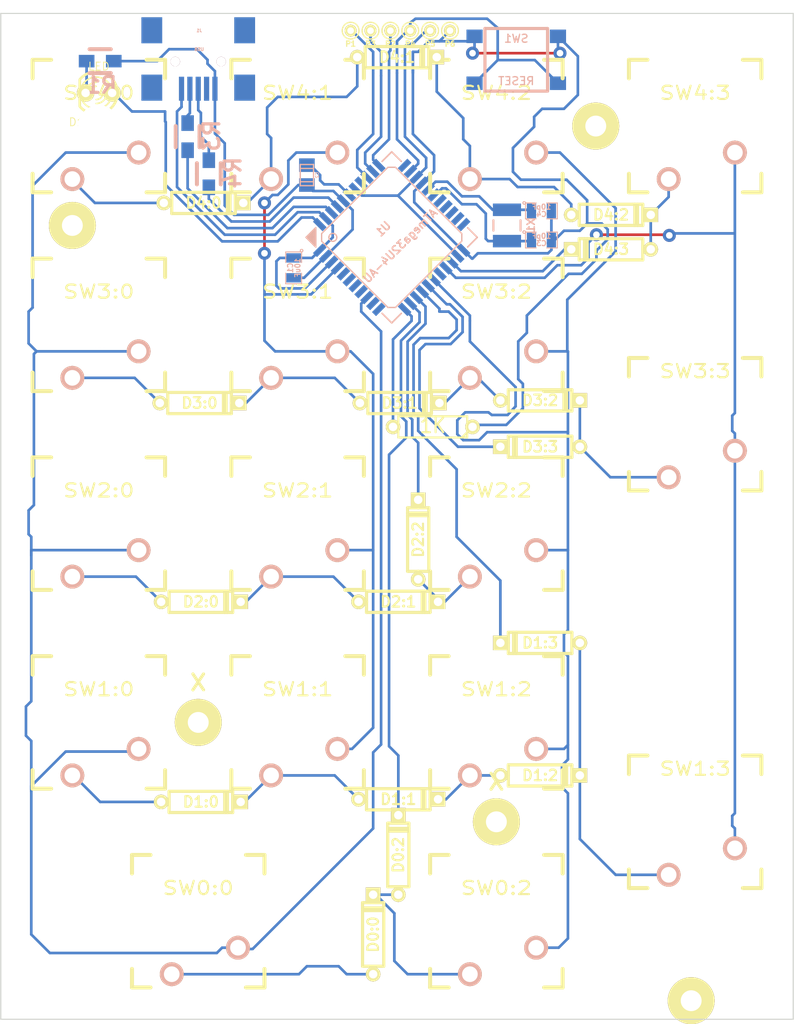
<source format=kicad_pcb>
(kicad_pcb (version 20171130) (host pcbnew "(5.1.12)-1")

  (general
    (thickness 1.6)
    (drawings 4)
    (tracks 493)
    (zones 0)
    (modules 58)
    (nets 56)
  )

  (page USLetter)
  (title_block
    (title TenKey)
    (date "27 Apr 2016")
    (rev WIP)
    (company "Ken Barbour")
    (comment 1 "Not Checked")
  )

  (layers
    (0 F.Cu signal)
    (31 B.Cu signal)
    (32 B.Adhes user hide)
    (33 F.Adhes user hide)
    (34 B.Paste user hide)
    (35 F.Paste user hide)
    (36 B.SilkS user hide)
    (37 F.SilkS user hide)
    (38 B.Mask user hide)
    (39 F.Mask user hide)
    (40 Dwgs.User user hide)
    (41 Cmts.User user hide)
    (42 Eco1.User user hide)
    (43 Eco2.User user hide)
    (44 Edge.Cuts user)
  )

  (setup
    (last_trace_width 0.254)
    (trace_clearance 0.254)
    (zone_clearance 0.508)
    (zone_45_only no)
    (trace_min 0.254)
    (via_size 1.25)
    (via_drill 0.635)
    (via_min_size 0.889)
    (via_min_drill 0.508)
    (uvia_size 0.508)
    (uvia_drill 0.127)
    (uvias_allowed no)
    (uvia_min_size 0.508)
    (uvia_min_drill 0.127)
    (edge_width 0.1)
    (segment_width 0.2)
    (pcb_text_width 0.3)
    (pcb_text_size 1.5 1.5)
    (mod_edge_width 0.15)
    (mod_text_size 1 1)
    (mod_text_width 0.15)
    (pad_size 4.50088 4.50088)
    (pad_drill 1.99898)
    (pad_to_mask_clearance 0)
    (aux_axis_origin 0 0)
    (visible_elements 7FFFFFFF)
    (pcbplotparams
      (layerselection 0x00030_ffffffff)
      (usegerberextensions false)
      (usegerberattributes true)
      (usegerberadvancedattributes true)
      (creategerberjobfile true)
      (excludeedgelayer false)
      (linewidth 0.150000)
      (plotframeref true)
      (viasonmask false)
      (mode 1)
      (useauxorigin false)
      (hpglpennumber 1)
      (hpglpenspeed 20)
      (hpglpendiameter 15.000000)
      (psnegative false)
      (psa4output false)
      (plotreference true)
      (plotvalue true)
      (plotinvisibletext false)
      (padsonsilk false)
      (subtractmaskfromsilk false)
      (outputformat 4)
      (mirror false)
      (drillshape 2)
      (scaleselection 1)
      (outputdirectory "plot/"))
  )

  (net 0 "")
  (net 1 /+5V)
  (net 2 GND)
  (net 3 "Net-(C2-Pad1)")
  (net 4 "Net-(C3-Pad1)")
  (net 5 "Net-(C4-Pad1)")
  (net 6 "Net-(D0:0-Pad2)")
  (net 7 "Net-(D0:0-Pad1)")
  (net 8 /ROW0)
  (net 9 "Net-(D1:0-Pad2)")
  (net 10 "Net-(D1:0-Pad1)")
  (net 11 "Net-(D1:1-Pad2)")
  (net 12 "Net-(D1:2-Pad2)")
  (net 13 /ROW1)
  (net 14 "Net-(D2:0-Pad2)")
  (net 15 "Net-(D2:0-Pad1)")
  (net 16 "Net-(D2:1-Pad2)")
  (net 17 /ROW2)
  (net 18 "Net-(D3:0-Pad2)")
  (net 19 "Net-(D3:0-Pad1)")
  (net 20 "Net-(D3:1-Pad2)")
  (net 21 "Net-(D3:2-Pad2)")
  (net 22 /ROW3)
  (net 23 "Net-(D4:0-Pad2)")
  (net 24 "Net-(D4:0-Pad1)")
  (net 25 "Net-(D4:1-Pad2)")
  (net 26 "Net-(D4:2-Pad2)")
  (net 27 /ROW4)
  (net 28 /LED_A)
  (net 29 "Net-(D18-Pad2)")
  (net 30 /SCK)
  (net 31 /MISO)
  (net 32 /MOSI)
  (net 33 /RESET)
  (net 34 "Net-(R3-Pad1)")
  (net 35 "Net-(J1-Pad2)")
  (net 36 "Net-(R4-Pad1)")
  (net 37 "Net-(J1-Pad3)")
  (net 38 "Net-(R5-Pad2)")
  (net 39 /COL0)
  (net 40 /COL2)
  (net 41 /COL1)
  (net 42 /COL3)
  (net 43 "Net-(U1-Pad8)")
  (net 44 "Net-(U1-Pad12)")
  (net 45 "Net-(U1-Pad18)")
  (net 46 "Net-(U1-Pad19)")
  (net 47 "Net-(U1-Pad27)")
  (net 48 "Net-(U1-Pad37)")
  (net 49 "Net-(U1-Pad38)")
  (net 50 "Net-(U1-Pad39)")
  (net 51 "Net-(U1-Pad40)")
  (net 52 "Net-(U1-Pad20)")
  (net 53 "Net-(U1-Pad21)")
  (net 54 "Net-(U1-Pad22)")
  (net 55 "Net-(J1-Pad4)")

  (net_class Default "This is the default net class."
    (clearance 0.254)
    (trace_width 0.254)
    (via_dia 1.25)
    (via_drill 0.635)
    (uvia_dia 0.508)
    (uvia_drill 0.127)
    (add_net /+5V)
    (add_net /COL0)
    (add_net /COL1)
    (add_net /COL2)
    (add_net /COL3)
    (add_net /LED_A)
    (add_net /MISO)
    (add_net /MOSI)
    (add_net /RESET)
    (add_net /ROW0)
    (add_net /ROW1)
    (add_net /ROW2)
    (add_net /ROW3)
    (add_net /ROW4)
    (add_net /SCK)
    (add_net GND)
    (add_net "Net-(C2-Pad1)")
    (add_net "Net-(C3-Pad1)")
    (add_net "Net-(C4-Pad1)")
    (add_net "Net-(D0:0-Pad1)")
    (add_net "Net-(D0:0-Pad2)")
    (add_net "Net-(D18-Pad2)")
    (add_net "Net-(D1:0-Pad1)")
    (add_net "Net-(D1:0-Pad2)")
    (add_net "Net-(D1:1-Pad2)")
    (add_net "Net-(D1:2-Pad2)")
    (add_net "Net-(D2:0-Pad1)")
    (add_net "Net-(D2:0-Pad2)")
    (add_net "Net-(D2:1-Pad2)")
    (add_net "Net-(D3:0-Pad1)")
    (add_net "Net-(D3:0-Pad2)")
    (add_net "Net-(D3:1-Pad2)")
    (add_net "Net-(D3:2-Pad2)")
    (add_net "Net-(D4:0-Pad1)")
    (add_net "Net-(D4:0-Pad2)")
    (add_net "Net-(D4:1-Pad2)")
    (add_net "Net-(D4:2-Pad2)")
    (add_net "Net-(J1-Pad2)")
    (add_net "Net-(J1-Pad3)")
    (add_net "Net-(J1-Pad4)")
    (add_net "Net-(R3-Pad1)")
    (add_net "Net-(R4-Pad1)")
    (add_net "Net-(R5-Pad2)")
    (add_net "Net-(U1-Pad12)")
    (add_net "Net-(U1-Pad18)")
    (add_net "Net-(U1-Pad19)")
    (add_net "Net-(U1-Pad20)")
    (add_net "Net-(U1-Pad21)")
    (add_net "Net-(U1-Pad22)")
    (add_net "Net-(U1-Pad27)")
    (add_net "Net-(U1-Pad37)")
    (add_net "Net-(U1-Pad38)")
    (add_net "Net-(U1-Pad39)")
    (add_net "Net-(U1-Pad40)")
    (add_net "Net-(U1-Pad8)")
  )

  (module Keyboard:CHERRY_PCB_100H (layer F.Cu) (tedit 5718F353) (tstamp 57153DFD)
    (at 130.175 71.12 180)
    (path /56FED295)
    (fp_text reference SW4:1 (at 0 3.175 180) (layer F.SilkS)
      (effects (font (size 1.27 1.524) (thickness 0.2032)))
    )
    (fp_text value DIVIDE (at 0 5.08 180) (layer F.SilkS) hide
      (effects (font (size 1.27 1.524) (thickness 0.2032)))
    )
    (fp_line (start -6.985 6.985) (end -6.985 -6.985) (layer Eco2.User) (width 0.1524))
    (fp_line (start 6.985 6.985) (end -6.985 6.985) (layer Eco2.User) (width 0.1524))
    (fp_line (start 6.985 -6.985) (end 6.985 6.985) (layer Eco2.User) (width 0.1524))
    (fp_line (start -6.985 -6.985) (end 6.985 -6.985) (layer Eco2.User) (width 0.1524))
    (fp_line (start -6.35 -4.572) (end -6.35 -6.35) (layer F.SilkS) (width 0.381))
    (fp_line (start -6.35 6.35) (end -6.35 4.572) (layer F.SilkS) (width 0.381))
    (fp_line (start -4.572 6.35) (end -6.35 6.35) (layer F.SilkS) (width 0.381))
    (fp_line (start 6.35 6.35) (end 4.572 6.35) (layer F.SilkS) (width 0.381))
    (fp_line (start 6.35 4.572) (end 6.35 6.35) (layer F.SilkS) (width 0.381))
    (fp_line (start 6.35 -6.35) (end 6.35 -4.572) (layer F.SilkS) (width 0.381))
    (fp_line (start 4.572 -6.35) (end 6.35 -6.35) (layer F.SilkS) (width 0.381))
    (fp_line (start -6.35 -6.35) (end -4.572 -6.35) (layer F.SilkS) (width 0.381))
    (fp_line (start -9.398 9.398) (end -9.398 -9.398) (layer Dwgs.User) (width 0.1524))
    (fp_line (start 9.398 9.398) (end -9.398 9.398) (layer Dwgs.User) (width 0.1524))
    (fp_line (start 9.398 -9.398) (end 9.398 9.398) (layer Dwgs.User) (width 0.1524))
    (fp_line (start -9.398 -9.398) (end 9.398 -9.398) (layer Dwgs.User) (width 0.1524))
    (fp_line (start -6.35 6.35) (end -6.35 -6.35) (layer Cmts.User) (width 0.1524))
    (fp_line (start 6.35 6.35) (end -6.35 6.35) (layer Cmts.User) (width 0.1524))
    (fp_line (start 6.35 -6.35) (end 6.35 6.35) (layer Cmts.User) (width 0.1524))
    (fp_line (start -6.35 -6.35) (end 6.35 -6.35) (layer Cmts.User) (width 0.1524))
    (fp_text user 1.00u (at 0 7.62 180) (layer Dwgs.User)
      (effects (font (size 1.524 1.524) (thickness 0.3048)))
    )
    (pad 1 thru_hole circle (at 2.54 -5.08 180) (size 2.286 2.286) (drill 1.4986) (layers *.Cu *.SilkS *.Mask)
      (net 23 "Net-(D4:0-Pad2)"))
    (pad 2 thru_hole circle (at -3.81 -2.54 180) (size 2.286 2.286) (drill 1.4986) (layers *.Cu *.SilkS *.Mask)
      (net 41 /COL1))
    (pad HOLE np_thru_hole circle (at 0 0 180) (size 3.9878 3.9878) (drill 3.9878) (layers *.Cu))
    (pad HOLE np_thru_hole circle (at -5.08 0 180) (size 1.7018 1.7018) (drill 1.7018) (layers *.Cu))
    (pad HOLE np_thru_hole circle (at 5.08 0 180) (size 1.7018 1.7018) (drill 1.7018) (layers *.Cu))
  )

  (module SMD_Packages:SM0805 (layer B.Cu) (tedit 57153511) (tstamp 571539DC)
    (at 129.794 84.709 270)
    (path /57151BF7)
    (attr smd)
    (fp_text reference C1 (at 0 0.3175 270) (layer B.SilkS)
      (effects (font (size 0.50038 0.50038) (thickness 0.10922)) (justify mirror))
    )
    (fp_text value 10uF (at 0 -0.381 270) (layer B.SilkS)
      (effects (font (size 0.50038 0.50038) (thickness 0.10922)) (justify mirror))
    )
    (fp_line (start 1.524 -0.762) (end 0.508 -0.762) (layer B.SilkS) (width 0.09906))
    (fp_line (start 1.524 0.762) (end 1.524 -0.762) (layer B.SilkS) (width 0.09906))
    (fp_line (start 0.508 0.762) (end 1.524 0.762) (layer B.SilkS) (width 0.09906))
    (fp_line (start -1.524 0.762) (end -0.508 0.762) (layer B.SilkS) (width 0.09906))
    (fp_line (start -1.524 -0.762) (end -1.524 0.762) (layer B.SilkS) (width 0.09906))
    (fp_line (start -0.508 -0.762) (end -1.524 -0.762) (layer B.SilkS) (width 0.09906))
    (fp_circle (center -1.651 -0.762) (end -1.651 -0.635) (layer B.SilkS) (width 0.09906))
    (pad 1 smd rect (at -0.9525 0 270) (size 0.889 1.397) (layers B.Cu B.Paste B.Mask)
      (net 1 /+5V))
    (pad 2 smd rect (at 0.9525 0 270) (size 0.889 1.397) (layers B.Cu B.Paste B.Mask)
      (net 2 GND))
    (model smd/chip_cms.wrl
      (at (xyz 0 0 0))
      (scale (xyz 0.1 0.1 0.1))
      (rotate (xyz 0 0 0))
    )
  )

  (module SMD_Packages:SM0805 (layer B.Cu) (tedit 57153511) (tstamp 571DD793)
    (at 153.543 82.042)
    (path /5715255E)
    (attr smd)
    (fp_text reference C3 (at 0 0.3175) (layer B.SilkS)
      (effects (font (size 0.50038 0.50038) (thickness 0.10922)) (justify mirror))
    )
    (fp_text value 10pF (at 0 -0.381) (layer B.SilkS)
      (effects (font (size 0.50038 0.50038) (thickness 0.10922)) (justify mirror))
    )
    (fp_line (start 1.524 -0.762) (end 0.508 -0.762) (layer B.SilkS) (width 0.09906))
    (fp_line (start 1.524 0.762) (end 1.524 -0.762) (layer B.SilkS) (width 0.09906))
    (fp_line (start 0.508 0.762) (end 1.524 0.762) (layer B.SilkS) (width 0.09906))
    (fp_line (start -1.524 0.762) (end -0.508 0.762) (layer B.SilkS) (width 0.09906))
    (fp_line (start -1.524 -0.762) (end -1.524 0.762) (layer B.SilkS) (width 0.09906))
    (fp_line (start -0.508 -0.762) (end -1.524 -0.762) (layer B.SilkS) (width 0.09906))
    (fp_circle (center -1.651 -0.762) (end -1.651 -0.635) (layer B.SilkS) (width 0.09906))
    (pad 1 smd rect (at -0.9525 0) (size 0.889 1.397) (layers B.Cu B.Paste B.Mask)
      (net 4 "Net-(C3-Pad1)"))
    (pad 2 smd rect (at 0.9525 0) (size 0.889 1.397) (layers B.Cu B.Paste B.Mask)
      (net 2 GND))
    (model smd/chip_cms.wrl
      (at (xyz 0 0 0))
      (scale (xyz 0.1 0.1 0.1))
      (rotate (xyz 0 0 0))
    )
  )

  (module SMD_Packages:SM0805 (layer B.Cu) (tedit 57153511) (tstamp 571DD785)
    (at 153.543 79.248)
    (path /57152546)
    (attr smd)
    (fp_text reference C4 (at 0 0.3175) (layer B.SilkS)
      (effects (font (size 0.50038 0.50038) (thickness 0.10922)) (justify mirror))
    )
    (fp_text value 10pF (at 0 -0.381) (layer B.SilkS)
      (effects (font (size 0.50038 0.50038) (thickness 0.10922)) (justify mirror))
    )
    (fp_line (start 1.524 -0.762) (end 0.508 -0.762) (layer B.SilkS) (width 0.09906))
    (fp_line (start 1.524 0.762) (end 1.524 -0.762) (layer B.SilkS) (width 0.09906))
    (fp_line (start 0.508 0.762) (end 1.524 0.762) (layer B.SilkS) (width 0.09906))
    (fp_line (start -1.524 0.762) (end -0.508 0.762) (layer B.SilkS) (width 0.09906))
    (fp_line (start -1.524 -0.762) (end -1.524 0.762) (layer B.SilkS) (width 0.09906))
    (fp_line (start -0.508 -0.762) (end -1.524 -0.762) (layer B.SilkS) (width 0.09906))
    (fp_circle (center -1.651 -0.762) (end -1.651 -0.635) (layer B.SilkS) (width 0.09906))
    (pad 1 smd rect (at -0.9525 0) (size 0.889 1.397) (layers B.Cu B.Paste B.Mask)
      (net 5 "Net-(C4-Pad1)"))
    (pad 2 smd rect (at 0.9525 0) (size 0.889 1.397) (layers B.Cu B.Paste B.Mask)
      (net 2 GND))
    (model smd/chip_cms.wrl
      (at (xyz 0 0 0))
      (scale (xyz 0.1 0.1 0.1))
      (rotate (xyz 0 0 0))
    )
  )

  (module Discret:D3 (layer F.Cu) (tedit 57153511) (tstamp 57153A0E)
    (at 137.414 148.59 90)
    (descr "Diode 3 pas")
    (tags "DIODE DEV")
    (path /56FED0D3)
    (fp_text reference D0:0 (at 0 0 90) (layer F.SilkS)
      (effects (font (size 1.016 1.016) (thickness 0.2032)))
    )
    (fp_text value DIODE (at 0 0 90) (layer F.SilkS) hide
      (effects (font (size 1.016 1.016) (thickness 0.2032)))
    )
    (fp_line (start 2.286 1.016) (end 2.286 -1.016) (layer F.SilkS) (width 0.3048))
    (fp_line (start 2.54 -1.016) (end 2.54 1.016) (layer F.SilkS) (width 0.3048))
    (fp_line (start 3.048 1.016) (end 3.048 0) (layer F.SilkS) (width 0.3048))
    (fp_line (start -3.048 1.016) (end 3.048 1.016) (layer F.SilkS) (width 0.3048))
    (fp_line (start -3.048 0) (end -3.048 1.016) (layer F.SilkS) (width 0.3048))
    (fp_line (start -3.048 0) (end -3.81 0) (layer F.SilkS) (width 0.3048))
    (fp_line (start -3.048 -1.016) (end -3.048 0) (layer F.SilkS) (width 0.3048))
    (fp_line (start 3.048 -1.016) (end -3.048 -1.016) (layer F.SilkS) (width 0.3048))
    (fp_line (start 3.048 0) (end 3.048 -1.016) (layer F.SilkS) (width 0.3048))
    (fp_line (start 3.81 0) (end 3.048 0) (layer F.SilkS) (width 0.3048))
    (pad 2 thru_hole rect (at 3.81 0 90) (size 1.397 1.397) (drill 0.8128) (layers *.Cu *.Mask F.SilkS)
      (net 6 "Net-(D0:0-Pad2)"))
    (pad 1 thru_hole circle (at -3.81 0 90) (size 1.397 1.397) (drill 0.8128) (layers *.Cu *.Mask F.SilkS)
      (net 7 "Net-(D0:0-Pad1)"))
    (model discret/diode.wrl
      (at (xyz 0 0 0))
      (scale (xyz 0.3 0.3 0.3))
      (rotate (xyz 0 0 0))
    )
  )

  (module Discret:D3 (layer F.Cu) (tedit 57153511) (tstamp 57153A1E)
    (at 139.827 140.97 90)
    (descr "Diode 3 pas")
    (tags "DIODE DEV")
    (path /56FED40B)
    (fp_text reference D0:2 (at 0 0 90) (layer F.SilkS)
      (effects (font (size 1.016 1.016) (thickness 0.2032)))
    )
    (fp_text value DIODE (at 0 0 90) (layer F.SilkS) hide
      (effects (font (size 1.016 1.016) (thickness 0.2032)))
    )
    (fp_line (start 2.286 1.016) (end 2.286 -1.016) (layer F.SilkS) (width 0.3048))
    (fp_line (start 2.54 -1.016) (end 2.54 1.016) (layer F.SilkS) (width 0.3048))
    (fp_line (start 3.048 1.016) (end 3.048 0) (layer F.SilkS) (width 0.3048))
    (fp_line (start -3.048 1.016) (end 3.048 1.016) (layer F.SilkS) (width 0.3048))
    (fp_line (start -3.048 0) (end -3.048 1.016) (layer F.SilkS) (width 0.3048))
    (fp_line (start -3.048 0) (end -3.81 0) (layer F.SilkS) (width 0.3048))
    (fp_line (start -3.048 -1.016) (end -3.048 0) (layer F.SilkS) (width 0.3048))
    (fp_line (start 3.048 -1.016) (end -3.048 -1.016) (layer F.SilkS) (width 0.3048))
    (fp_line (start 3.048 0) (end 3.048 -1.016) (layer F.SilkS) (width 0.3048))
    (fp_line (start 3.81 0) (end 3.048 0) (layer F.SilkS) (width 0.3048))
    (pad 2 thru_hole rect (at 3.81 0 90) (size 1.397 1.397) (drill 0.8128) (layers *.Cu *.Mask F.SilkS)
      (net 8 /ROW0))
    (pad 1 thru_hole circle (at -3.81 0 90) (size 1.397 1.397) (drill 0.8128) (layers *.Cu *.Mask F.SilkS)
      (net 6 "Net-(D0:0-Pad2)"))
    (model discret/diode.wrl
      (at (xyz 0 0 0))
      (scale (xyz 0.3 0.3 0.3))
      (rotate (xyz 0 0 0))
    )
  )

  (module Discret:D3 (layer F.Cu) (tedit 57153511) (tstamp 57153A2E)
    (at 120.904 135.89)
    (descr "Diode 3 pas")
    (tags "DIODE DEV")
    (path /56FED0C7)
    (fp_text reference D1:0 (at 0 0) (layer F.SilkS)
      (effects (font (size 1.016 1.016) (thickness 0.2032)))
    )
    (fp_text value DIODE (at 0 0) (layer F.SilkS) hide
      (effects (font (size 1.016 1.016) (thickness 0.2032)))
    )
    (fp_line (start 2.286 1.016) (end 2.286 -1.016) (layer F.SilkS) (width 0.3048))
    (fp_line (start 2.54 -1.016) (end 2.54 1.016) (layer F.SilkS) (width 0.3048))
    (fp_line (start 3.048 1.016) (end 3.048 0) (layer F.SilkS) (width 0.3048))
    (fp_line (start -3.048 1.016) (end 3.048 1.016) (layer F.SilkS) (width 0.3048))
    (fp_line (start -3.048 0) (end -3.048 1.016) (layer F.SilkS) (width 0.3048))
    (fp_line (start -3.048 0) (end -3.81 0) (layer F.SilkS) (width 0.3048))
    (fp_line (start -3.048 -1.016) (end -3.048 0) (layer F.SilkS) (width 0.3048))
    (fp_line (start 3.048 -1.016) (end -3.048 -1.016) (layer F.SilkS) (width 0.3048))
    (fp_line (start 3.048 0) (end 3.048 -1.016) (layer F.SilkS) (width 0.3048))
    (fp_line (start 3.81 0) (end 3.048 0) (layer F.SilkS) (width 0.3048))
    (pad 2 thru_hole rect (at 3.81 0) (size 1.397 1.397) (drill 0.8128) (layers *.Cu *.Mask F.SilkS)
      (net 9 "Net-(D1:0-Pad2)"))
    (pad 1 thru_hole circle (at -3.81 0) (size 1.397 1.397) (drill 0.8128) (layers *.Cu *.Mask F.SilkS)
      (net 10 "Net-(D1:0-Pad1)"))
    (model discret/diode.wrl
      (at (xyz 0 0 0))
      (scale (xyz 0.3 0.3 0.3))
      (rotate (xyz 0 0 0))
    )
  )

  (module Discret:D3 (layer F.Cu) (tedit 57153511) (tstamp 57153A3E)
    (at 139.827 135.636)
    (descr "Diode 3 pas")
    (tags "DIODE DEV")
    (path /56FED2BF)
    (fp_text reference D1:1 (at 0 0) (layer F.SilkS)
      (effects (font (size 1.016 1.016) (thickness 0.2032)))
    )
    (fp_text value DIODE (at 0 0) (layer F.SilkS) hide
      (effects (font (size 1.016 1.016) (thickness 0.2032)))
    )
    (fp_line (start 2.286 1.016) (end 2.286 -1.016) (layer F.SilkS) (width 0.3048))
    (fp_line (start 2.54 -1.016) (end 2.54 1.016) (layer F.SilkS) (width 0.3048))
    (fp_line (start 3.048 1.016) (end 3.048 0) (layer F.SilkS) (width 0.3048))
    (fp_line (start -3.048 1.016) (end 3.048 1.016) (layer F.SilkS) (width 0.3048))
    (fp_line (start -3.048 0) (end -3.048 1.016) (layer F.SilkS) (width 0.3048))
    (fp_line (start -3.048 0) (end -3.81 0) (layer F.SilkS) (width 0.3048))
    (fp_line (start -3.048 -1.016) (end -3.048 0) (layer F.SilkS) (width 0.3048))
    (fp_line (start 3.048 -1.016) (end -3.048 -1.016) (layer F.SilkS) (width 0.3048))
    (fp_line (start 3.048 0) (end 3.048 -1.016) (layer F.SilkS) (width 0.3048))
    (fp_line (start 3.81 0) (end 3.048 0) (layer F.SilkS) (width 0.3048))
    (pad 2 thru_hole rect (at 3.81 0) (size 1.397 1.397) (drill 0.8128) (layers *.Cu *.Mask F.SilkS)
      (net 11 "Net-(D1:1-Pad2)"))
    (pad 1 thru_hole circle (at -3.81 0) (size 1.397 1.397) (drill 0.8128) (layers *.Cu *.Mask F.SilkS)
      (net 9 "Net-(D1:0-Pad2)"))
    (model discret/diode.wrl
      (at (xyz 0 0 0))
      (scale (xyz 0.3 0.3 0.3))
      (rotate (xyz 0 0 0))
    )
  )

  (module Discret:D3 (layer F.Cu) (tedit 57153511) (tstamp 57153A4E)
    (at 153.416 133.35)
    (descr "Diode 3 pas")
    (tags "DIODE DEV")
    (path /56FED3FF)
    (fp_text reference D1:2 (at 0 0) (layer F.SilkS)
      (effects (font (size 1.016 1.016) (thickness 0.2032)))
    )
    (fp_text value DIODE (at 0 0) (layer F.SilkS) hide
      (effects (font (size 1.016 1.016) (thickness 0.2032)))
    )
    (fp_line (start 2.286 1.016) (end 2.286 -1.016) (layer F.SilkS) (width 0.3048))
    (fp_line (start 2.54 -1.016) (end 2.54 1.016) (layer F.SilkS) (width 0.3048))
    (fp_line (start 3.048 1.016) (end 3.048 0) (layer F.SilkS) (width 0.3048))
    (fp_line (start -3.048 1.016) (end 3.048 1.016) (layer F.SilkS) (width 0.3048))
    (fp_line (start -3.048 0) (end -3.048 1.016) (layer F.SilkS) (width 0.3048))
    (fp_line (start -3.048 0) (end -3.81 0) (layer F.SilkS) (width 0.3048))
    (fp_line (start -3.048 -1.016) (end -3.048 0) (layer F.SilkS) (width 0.3048))
    (fp_line (start 3.048 -1.016) (end -3.048 -1.016) (layer F.SilkS) (width 0.3048))
    (fp_line (start 3.048 0) (end 3.048 -1.016) (layer F.SilkS) (width 0.3048))
    (fp_line (start 3.81 0) (end 3.048 0) (layer F.SilkS) (width 0.3048))
    (pad 2 thru_hole rect (at 3.81 0) (size 1.397 1.397) (drill 0.8128) (layers *.Cu *.Mask F.SilkS)
      (net 12 "Net-(D1:2-Pad2)"))
    (pad 1 thru_hole circle (at -3.81 0) (size 1.397 1.397) (drill 0.8128) (layers *.Cu *.Mask F.SilkS)
      (net 11 "Net-(D1:1-Pad2)"))
    (model discret/diode.wrl
      (at (xyz 0 0 0))
      (scale (xyz 0.3 0.3 0.3))
      (rotate (xyz 0 0 0))
    )
  )

  (module Discret:D3 (layer F.Cu) (tedit 57153511) (tstamp 57153A5E)
    (at 153.416 120.65 180)
    (descr "Diode 3 pas")
    (tags "DIODE DEV")
    (path /56FED5FF)
    (fp_text reference D1:3 (at 0 0 180) (layer F.SilkS)
      (effects (font (size 1.016 1.016) (thickness 0.2032)))
    )
    (fp_text value DIODE (at 0 0 180) (layer F.SilkS) hide
      (effects (font (size 1.016 1.016) (thickness 0.2032)))
    )
    (fp_line (start 2.286 1.016) (end 2.286 -1.016) (layer F.SilkS) (width 0.3048))
    (fp_line (start 2.54 -1.016) (end 2.54 1.016) (layer F.SilkS) (width 0.3048))
    (fp_line (start 3.048 1.016) (end 3.048 0) (layer F.SilkS) (width 0.3048))
    (fp_line (start -3.048 1.016) (end 3.048 1.016) (layer F.SilkS) (width 0.3048))
    (fp_line (start -3.048 0) (end -3.048 1.016) (layer F.SilkS) (width 0.3048))
    (fp_line (start -3.048 0) (end -3.81 0) (layer F.SilkS) (width 0.3048))
    (fp_line (start -3.048 -1.016) (end -3.048 0) (layer F.SilkS) (width 0.3048))
    (fp_line (start 3.048 -1.016) (end -3.048 -1.016) (layer F.SilkS) (width 0.3048))
    (fp_line (start 3.048 0) (end 3.048 -1.016) (layer F.SilkS) (width 0.3048))
    (fp_line (start 3.81 0) (end 3.048 0) (layer F.SilkS) (width 0.3048))
    (pad 2 thru_hole rect (at 3.81 0 180) (size 1.397 1.397) (drill 0.8128) (layers *.Cu *.Mask F.SilkS)
      (net 13 /ROW1))
    (pad 1 thru_hole circle (at -3.81 0 180) (size 1.397 1.397) (drill 0.8128) (layers *.Cu *.Mask F.SilkS)
      (net 12 "Net-(D1:2-Pad2)"))
    (model discret/diode.wrl
      (at (xyz 0 0 0))
      (scale (xyz 0.3 0.3 0.3))
      (rotate (xyz 0 0 0))
    )
  )

  (module Discret:D3 (layer F.Cu) (tedit 57153511) (tstamp 57153A6E)
    (at 120.904 116.713)
    (descr "Diode 3 pas")
    (tags "DIODE DEV")
    (path /56FED0BB)
    (fp_text reference D2:0 (at 0 0) (layer F.SilkS)
      (effects (font (size 1.016 1.016) (thickness 0.2032)))
    )
    (fp_text value DIODE (at 0 0) (layer F.SilkS) hide
      (effects (font (size 1.016 1.016) (thickness 0.2032)))
    )
    (fp_line (start 2.286 1.016) (end 2.286 -1.016) (layer F.SilkS) (width 0.3048))
    (fp_line (start 2.54 -1.016) (end 2.54 1.016) (layer F.SilkS) (width 0.3048))
    (fp_line (start 3.048 1.016) (end 3.048 0) (layer F.SilkS) (width 0.3048))
    (fp_line (start -3.048 1.016) (end 3.048 1.016) (layer F.SilkS) (width 0.3048))
    (fp_line (start -3.048 0) (end -3.048 1.016) (layer F.SilkS) (width 0.3048))
    (fp_line (start -3.048 0) (end -3.81 0) (layer F.SilkS) (width 0.3048))
    (fp_line (start -3.048 -1.016) (end -3.048 0) (layer F.SilkS) (width 0.3048))
    (fp_line (start 3.048 -1.016) (end -3.048 -1.016) (layer F.SilkS) (width 0.3048))
    (fp_line (start 3.048 0) (end 3.048 -1.016) (layer F.SilkS) (width 0.3048))
    (fp_line (start 3.81 0) (end 3.048 0) (layer F.SilkS) (width 0.3048))
    (pad 2 thru_hole rect (at 3.81 0) (size 1.397 1.397) (drill 0.8128) (layers *.Cu *.Mask F.SilkS)
      (net 14 "Net-(D2:0-Pad2)"))
    (pad 1 thru_hole circle (at -3.81 0) (size 1.397 1.397) (drill 0.8128) (layers *.Cu *.Mask F.SilkS)
      (net 15 "Net-(D2:0-Pad1)"))
    (model discret/diode.wrl
      (at (xyz 0 0 0))
      (scale (xyz 0.3 0.3 0.3))
      (rotate (xyz 0 0 0))
    )
  )

  (module Discret:D3 (layer F.Cu) (tedit 57153511) (tstamp 57153A7E)
    (at 139.827 116.713)
    (descr "Diode 3 pas")
    (tags "DIODE DEV")
    (path /56FED2B3)
    (fp_text reference D2:1 (at 0 0) (layer F.SilkS)
      (effects (font (size 1.016 1.016) (thickness 0.2032)))
    )
    (fp_text value DIODE (at 0 0) (layer F.SilkS) hide
      (effects (font (size 1.016 1.016) (thickness 0.2032)))
    )
    (fp_line (start 2.286 1.016) (end 2.286 -1.016) (layer F.SilkS) (width 0.3048))
    (fp_line (start 2.54 -1.016) (end 2.54 1.016) (layer F.SilkS) (width 0.3048))
    (fp_line (start 3.048 1.016) (end 3.048 0) (layer F.SilkS) (width 0.3048))
    (fp_line (start -3.048 1.016) (end 3.048 1.016) (layer F.SilkS) (width 0.3048))
    (fp_line (start -3.048 0) (end -3.048 1.016) (layer F.SilkS) (width 0.3048))
    (fp_line (start -3.048 0) (end -3.81 0) (layer F.SilkS) (width 0.3048))
    (fp_line (start -3.048 -1.016) (end -3.048 0) (layer F.SilkS) (width 0.3048))
    (fp_line (start 3.048 -1.016) (end -3.048 -1.016) (layer F.SilkS) (width 0.3048))
    (fp_line (start 3.048 0) (end 3.048 -1.016) (layer F.SilkS) (width 0.3048))
    (fp_line (start 3.81 0) (end 3.048 0) (layer F.SilkS) (width 0.3048))
    (pad 2 thru_hole rect (at 3.81 0) (size 1.397 1.397) (drill 0.8128) (layers *.Cu *.Mask F.SilkS)
      (net 16 "Net-(D2:1-Pad2)"))
    (pad 1 thru_hole circle (at -3.81 0) (size 1.397 1.397) (drill 0.8128) (layers *.Cu *.Mask F.SilkS)
      (net 14 "Net-(D2:0-Pad2)"))
    (model discret/diode.wrl
      (at (xyz 0 0 0))
      (scale (xyz 0.3 0.3 0.3))
      (rotate (xyz 0 0 0))
    )
  )

  (module Discret:D3 (layer F.Cu) (tedit 57153511) (tstamp 57153A8E)
    (at 141.732 110.744 90)
    (descr "Diode 3 pas")
    (tags "DIODE DEV")
    (path /56FED3F3)
    (fp_text reference D2:2 (at 0 0 90) (layer F.SilkS)
      (effects (font (size 1.016 1.016) (thickness 0.2032)))
    )
    (fp_text value DIODE (at 0 0 90) (layer F.SilkS) hide
      (effects (font (size 1.016 1.016) (thickness 0.2032)))
    )
    (fp_line (start 2.286 1.016) (end 2.286 -1.016) (layer F.SilkS) (width 0.3048))
    (fp_line (start 2.54 -1.016) (end 2.54 1.016) (layer F.SilkS) (width 0.3048))
    (fp_line (start 3.048 1.016) (end 3.048 0) (layer F.SilkS) (width 0.3048))
    (fp_line (start -3.048 1.016) (end 3.048 1.016) (layer F.SilkS) (width 0.3048))
    (fp_line (start -3.048 0) (end -3.048 1.016) (layer F.SilkS) (width 0.3048))
    (fp_line (start -3.048 0) (end -3.81 0) (layer F.SilkS) (width 0.3048))
    (fp_line (start -3.048 -1.016) (end -3.048 0) (layer F.SilkS) (width 0.3048))
    (fp_line (start 3.048 -1.016) (end -3.048 -1.016) (layer F.SilkS) (width 0.3048))
    (fp_line (start 3.048 0) (end 3.048 -1.016) (layer F.SilkS) (width 0.3048))
    (fp_line (start 3.81 0) (end 3.048 0) (layer F.SilkS) (width 0.3048))
    (pad 2 thru_hole rect (at 3.81 0 90) (size 1.397 1.397) (drill 0.8128) (layers *.Cu *.Mask F.SilkS)
      (net 17 /ROW2))
    (pad 1 thru_hole circle (at -3.81 0 90) (size 1.397 1.397) (drill 0.8128) (layers *.Cu *.Mask F.SilkS)
      (net 16 "Net-(D2:1-Pad2)"))
    (model discret/diode.wrl
      (at (xyz 0 0 0))
      (scale (xyz 0.3 0.3 0.3))
      (rotate (xyz 0 0 0))
    )
  )

  (module Discret:D3 (layer F.Cu) (tedit 57153511) (tstamp 57153A9E)
    (at 120.777 97.663)
    (descr "Diode 3 pas")
    (tags "DIODE DEV")
    (path /56FED0A6)
    (fp_text reference D3:0 (at 0 0) (layer F.SilkS)
      (effects (font (size 1.016 1.016) (thickness 0.2032)))
    )
    (fp_text value DIODE (at 0 0) (layer F.SilkS) hide
      (effects (font (size 1.016 1.016) (thickness 0.2032)))
    )
    (fp_line (start 2.286 1.016) (end 2.286 -1.016) (layer F.SilkS) (width 0.3048))
    (fp_line (start 2.54 -1.016) (end 2.54 1.016) (layer F.SilkS) (width 0.3048))
    (fp_line (start 3.048 1.016) (end 3.048 0) (layer F.SilkS) (width 0.3048))
    (fp_line (start -3.048 1.016) (end 3.048 1.016) (layer F.SilkS) (width 0.3048))
    (fp_line (start -3.048 0) (end -3.048 1.016) (layer F.SilkS) (width 0.3048))
    (fp_line (start -3.048 0) (end -3.81 0) (layer F.SilkS) (width 0.3048))
    (fp_line (start -3.048 -1.016) (end -3.048 0) (layer F.SilkS) (width 0.3048))
    (fp_line (start 3.048 -1.016) (end -3.048 -1.016) (layer F.SilkS) (width 0.3048))
    (fp_line (start 3.048 0) (end 3.048 -1.016) (layer F.SilkS) (width 0.3048))
    (fp_line (start 3.81 0) (end 3.048 0) (layer F.SilkS) (width 0.3048))
    (pad 2 thru_hole rect (at 3.81 0) (size 1.397 1.397) (drill 0.8128) (layers *.Cu *.Mask F.SilkS)
      (net 18 "Net-(D3:0-Pad2)"))
    (pad 1 thru_hole circle (at -3.81 0) (size 1.397 1.397) (drill 0.8128) (layers *.Cu *.Mask F.SilkS)
      (net 19 "Net-(D3:0-Pad1)"))
    (model discret/diode.wrl
      (at (xyz 0 0 0))
      (scale (xyz 0.3 0.3 0.3))
      (rotate (xyz 0 0 0))
    )
  )

  (module Discret:D3 (layer F.Cu) (tedit 57153511) (tstamp 57153AAE)
    (at 139.954 97.663)
    (descr "Diode 3 pas")
    (tags "DIODE DEV")
    (path /56FED2A7)
    (fp_text reference D3:1 (at 0 0) (layer F.SilkS)
      (effects (font (size 1.016 1.016) (thickness 0.2032)))
    )
    (fp_text value DIODE (at 0 0) (layer F.SilkS) hide
      (effects (font (size 1.016 1.016) (thickness 0.2032)))
    )
    (fp_line (start 2.286 1.016) (end 2.286 -1.016) (layer F.SilkS) (width 0.3048))
    (fp_line (start 2.54 -1.016) (end 2.54 1.016) (layer F.SilkS) (width 0.3048))
    (fp_line (start 3.048 1.016) (end 3.048 0) (layer F.SilkS) (width 0.3048))
    (fp_line (start -3.048 1.016) (end 3.048 1.016) (layer F.SilkS) (width 0.3048))
    (fp_line (start -3.048 0) (end -3.048 1.016) (layer F.SilkS) (width 0.3048))
    (fp_line (start -3.048 0) (end -3.81 0) (layer F.SilkS) (width 0.3048))
    (fp_line (start -3.048 -1.016) (end -3.048 0) (layer F.SilkS) (width 0.3048))
    (fp_line (start 3.048 -1.016) (end -3.048 -1.016) (layer F.SilkS) (width 0.3048))
    (fp_line (start 3.048 0) (end 3.048 -1.016) (layer F.SilkS) (width 0.3048))
    (fp_line (start 3.81 0) (end 3.048 0) (layer F.SilkS) (width 0.3048))
    (pad 2 thru_hole rect (at 3.81 0) (size 1.397 1.397) (drill 0.8128) (layers *.Cu *.Mask F.SilkS)
      (net 20 "Net-(D3:1-Pad2)"))
    (pad 1 thru_hole circle (at -3.81 0) (size 1.397 1.397) (drill 0.8128) (layers *.Cu *.Mask F.SilkS)
      (net 18 "Net-(D3:0-Pad2)"))
    (model discret/diode.wrl
      (at (xyz 0 0 0))
      (scale (xyz 0.3 0.3 0.3))
      (rotate (xyz 0 0 0))
    )
  )

  (module Discret:D3 (layer F.Cu) (tedit 57153511) (tstamp 57153ABE)
    (at 153.416 97.409)
    (descr "Diode 3 pas")
    (tags "DIODE DEV")
    (path /56FED3E7)
    (fp_text reference D3:2 (at 0 0) (layer F.SilkS)
      (effects (font (size 1.016 1.016) (thickness 0.2032)))
    )
    (fp_text value DIODE (at 0 0) (layer F.SilkS) hide
      (effects (font (size 1.016 1.016) (thickness 0.2032)))
    )
    (fp_line (start 2.286 1.016) (end 2.286 -1.016) (layer F.SilkS) (width 0.3048))
    (fp_line (start 2.54 -1.016) (end 2.54 1.016) (layer F.SilkS) (width 0.3048))
    (fp_line (start 3.048 1.016) (end 3.048 0) (layer F.SilkS) (width 0.3048))
    (fp_line (start -3.048 1.016) (end 3.048 1.016) (layer F.SilkS) (width 0.3048))
    (fp_line (start -3.048 0) (end -3.048 1.016) (layer F.SilkS) (width 0.3048))
    (fp_line (start -3.048 0) (end -3.81 0) (layer F.SilkS) (width 0.3048))
    (fp_line (start -3.048 -1.016) (end -3.048 0) (layer F.SilkS) (width 0.3048))
    (fp_line (start 3.048 -1.016) (end -3.048 -1.016) (layer F.SilkS) (width 0.3048))
    (fp_line (start 3.048 0) (end 3.048 -1.016) (layer F.SilkS) (width 0.3048))
    (fp_line (start 3.81 0) (end 3.048 0) (layer F.SilkS) (width 0.3048))
    (pad 2 thru_hole rect (at 3.81 0) (size 1.397 1.397) (drill 0.8128) (layers *.Cu *.Mask F.SilkS)
      (net 21 "Net-(D3:2-Pad2)"))
    (pad 1 thru_hole circle (at -3.81 0) (size 1.397 1.397) (drill 0.8128) (layers *.Cu *.Mask F.SilkS)
      (net 20 "Net-(D3:1-Pad2)"))
    (model discret/diode.wrl
      (at (xyz 0 0 0))
      (scale (xyz 0.3 0.3 0.3))
      (rotate (xyz 0 0 0))
    )
  )

  (module Discret:D3 (layer F.Cu) (tedit 57153511) (tstamp 57153ACE)
    (at 153.416 101.854 180)
    (descr "Diode 3 pas")
    (tags "DIODE DEV")
    (path /56FED5E7)
    (fp_text reference D3:3 (at 0 0 180) (layer F.SilkS)
      (effects (font (size 1.016 1.016) (thickness 0.2032)))
    )
    (fp_text value DIODE (at 0 0 180) (layer F.SilkS) hide
      (effects (font (size 1.016 1.016) (thickness 0.2032)))
    )
    (fp_line (start 2.286 1.016) (end 2.286 -1.016) (layer F.SilkS) (width 0.3048))
    (fp_line (start 2.54 -1.016) (end 2.54 1.016) (layer F.SilkS) (width 0.3048))
    (fp_line (start 3.048 1.016) (end 3.048 0) (layer F.SilkS) (width 0.3048))
    (fp_line (start -3.048 1.016) (end 3.048 1.016) (layer F.SilkS) (width 0.3048))
    (fp_line (start -3.048 0) (end -3.048 1.016) (layer F.SilkS) (width 0.3048))
    (fp_line (start -3.048 0) (end -3.81 0) (layer F.SilkS) (width 0.3048))
    (fp_line (start -3.048 -1.016) (end -3.048 0) (layer F.SilkS) (width 0.3048))
    (fp_line (start 3.048 -1.016) (end -3.048 -1.016) (layer F.SilkS) (width 0.3048))
    (fp_line (start 3.048 0) (end 3.048 -1.016) (layer F.SilkS) (width 0.3048))
    (fp_line (start 3.81 0) (end 3.048 0) (layer F.SilkS) (width 0.3048))
    (pad 2 thru_hole rect (at 3.81 0 180) (size 1.397 1.397) (drill 0.8128) (layers *.Cu *.Mask F.SilkS)
      (net 22 /ROW3))
    (pad 1 thru_hole circle (at -3.81 0 180) (size 1.397 1.397) (drill 0.8128) (layers *.Cu *.Mask F.SilkS)
      (net 21 "Net-(D3:2-Pad2)"))
    (model discret/diode.wrl
      (at (xyz 0 0 0))
      (scale (xyz 0.3 0.3 0.3))
      (rotate (xyz 0 0 0))
    )
  )

  (module Discret:D3 (layer F.Cu) (tedit 57153511) (tstamp 57153ADE)
    (at 121.158 78.486)
    (descr "Diode 3 pas")
    (tags "DIODE DEV")
    (path /56FED088)
    (fp_text reference D4:0 (at 0 0) (layer F.SilkS)
      (effects (font (size 1.016 1.016) (thickness 0.2032)))
    )
    (fp_text value DIODE (at 0 0) (layer F.SilkS) hide
      (effects (font (size 1.016 1.016) (thickness 0.2032)))
    )
    (fp_line (start 2.286 1.016) (end 2.286 -1.016) (layer F.SilkS) (width 0.3048))
    (fp_line (start 2.54 -1.016) (end 2.54 1.016) (layer F.SilkS) (width 0.3048))
    (fp_line (start 3.048 1.016) (end 3.048 0) (layer F.SilkS) (width 0.3048))
    (fp_line (start -3.048 1.016) (end 3.048 1.016) (layer F.SilkS) (width 0.3048))
    (fp_line (start -3.048 0) (end -3.048 1.016) (layer F.SilkS) (width 0.3048))
    (fp_line (start -3.048 0) (end -3.81 0) (layer F.SilkS) (width 0.3048))
    (fp_line (start -3.048 -1.016) (end -3.048 0) (layer F.SilkS) (width 0.3048))
    (fp_line (start 3.048 -1.016) (end -3.048 -1.016) (layer F.SilkS) (width 0.3048))
    (fp_line (start 3.048 0) (end 3.048 -1.016) (layer F.SilkS) (width 0.3048))
    (fp_line (start 3.81 0) (end 3.048 0) (layer F.SilkS) (width 0.3048))
    (pad 2 thru_hole rect (at 3.81 0) (size 1.397 1.397) (drill 0.8128) (layers *.Cu *.Mask F.SilkS)
      (net 23 "Net-(D4:0-Pad2)"))
    (pad 1 thru_hole circle (at -3.81 0) (size 1.397 1.397) (drill 0.8128) (layers *.Cu *.Mask F.SilkS)
      (net 24 "Net-(D4:0-Pad1)"))
    (model discret/diode.wrl
      (at (xyz 0 0 0))
      (scale (xyz 0.3 0.3 0.3))
      (rotate (xyz 0 0 0))
    )
  )

  (module Discret:D3 (layer F.Cu) (tedit 57153511) (tstamp 57153AEE)
    (at 139.7 64.516)
    (descr "Diode 3 pas")
    (tags "DIODE DEV")
    (path /56FED29B)
    (fp_text reference D4:1 (at 0 0) (layer F.SilkS)
      (effects (font (size 1.016 1.016) (thickness 0.2032)))
    )
    (fp_text value DIODE (at 0 0) (layer F.SilkS) hide
      (effects (font (size 1.016 1.016) (thickness 0.2032)))
    )
    (fp_line (start 2.286 1.016) (end 2.286 -1.016) (layer F.SilkS) (width 0.3048))
    (fp_line (start 2.54 -1.016) (end 2.54 1.016) (layer F.SilkS) (width 0.3048))
    (fp_line (start 3.048 1.016) (end 3.048 0) (layer F.SilkS) (width 0.3048))
    (fp_line (start -3.048 1.016) (end 3.048 1.016) (layer F.SilkS) (width 0.3048))
    (fp_line (start -3.048 0) (end -3.048 1.016) (layer F.SilkS) (width 0.3048))
    (fp_line (start -3.048 0) (end -3.81 0) (layer F.SilkS) (width 0.3048))
    (fp_line (start -3.048 -1.016) (end -3.048 0) (layer F.SilkS) (width 0.3048))
    (fp_line (start 3.048 -1.016) (end -3.048 -1.016) (layer F.SilkS) (width 0.3048))
    (fp_line (start 3.048 0) (end 3.048 -1.016) (layer F.SilkS) (width 0.3048))
    (fp_line (start 3.81 0) (end 3.048 0) (layer F.SilkS) (width 0.3048))
    (pad 2 thru_hole rect (at 3.81 0) (size 1.397 1.397) (drill 0.8128) (layers *.Cu *.Mask F.SilkS)
      (net 25 "Net-(D4:1-Pad2)"))
    (pad 1 thru_hole circle (at -3.81 0) (size 1.397 1.397) (drill 0.8128) (layers *.Cu *.Mask F.SilkS)
      (net 23 "Net-(D4:0-Pad2)"))
    (model discret/diode.wrl
      (at (xyz 0 0 0))
      (scale (xyz 0.3 0.3 0.3))
      (rotate (xyz 0 0 0))
    )
  )

  (module Discret:D3 (layer F.Cu) (tedit 57153511) (tstamp 5720C3D1)
    (at 160.2105 79.629)
    (descr "Diode 3 pas")
    (tags "DIODE DEV")
    (path /56FED3DB)
    (fp_text reference D4:2 (at 0 0) (layer F.SilkS)
      (effects (font (size 1.016 1.016) (thickness 0.2032)))
    )
    (fp_text value DIODE (at 0 0) (layer F.SilkS) hide
      (effects (font (size 1.016 1.016) (thickness 0.2032)))
    )
    (fp_line (start 2.286 1.016) (end 2.286 -1.016) (layer F.SilkS) (width 0.3048))
    (fp_line (start 2.54 -1.016) (end 2.54 1.016) (layer F.SilkS) (width 0.3048))
    (fp_line (start 3.048 1.016) (end 3.048 0) (layer F.SilkS) (width 0.3048))
    (fp_line (start -3.048 1.016) (end 3.048 1.016) (layer F.SilkS) (width 0.3048))
    (fp_line (start -3.048 0) (end -3.048 1.016) (layer F.SilkS) (width 0.3048))
    (fp_line (start -3.048 0) (end -3.81 0) (layer F.SilkS) (width 0.3048))
    (fp_line (start -3.048 -1.016) (end -3.048 0) (layer F.SilkS) (width 0.3048))
    (fp_line (start 3.048 -1.016) (end -3.048 -1.016) (layer F.SilkS) (width 0.3048))
    (fp_line (start 3.048 0) (end 3.048 -1.016) (layer F.SilkS) (width 0.3048))
    (fp_line (start 3.81 0) (end 3.048 0) (layer F.SilkS) (width 0.3048))
    (pad 2 thru_hole rect (at 3.81 0) (size 1.397 1.397) (drill 0.8128) (layers *.Cu *.Mask F.SilkS)
      (net 26 "Net-(D4:2-Pad2)"))
    (pad 1 thru_hole circle (at -3.81 0) (size 1.397 1.397) (drill 0.8128) (layers *.Cu *.Mask F.SilkS)
      (net 25 "Net-(D4:1-Pad2)"))
    (model discret/diode.wrl
      (at (xyz 0 0 0))
      (scale (xyz 0.3 0.3 0.3))
      (rotate (xyz 0 0 0))
    )
  )

  (module Discret:D3 (layer F.Cu) (tedit 57153511) (tstamp 5720C332)
    (at 160.2105 82.931 180)
    (descr "Diode 3 pas")
    (tags "DIODE DEV")
    (path /56FED5DB)
    (fp_text reference D4:3 (at 0 0 180) (layer F.SilkS)
      (effects (font (size 1.016 1.016) (thickness 0.2032)))
    )
    (fp_text value DIODE (at 0 0 180) (layer F.SilkS) hide
      (effects (font (size 1.016 1.016) (thickness 0.2032)))
    )
    (fp_line (start 2.286 1.016) (end 2.286 -1.016) (layer F.SilkS) (width 0.3048))
    (fp_line (start 2.54 -1.016) (end 2.54 1.016) (layer F.SilkS) (width 0.3048))
    (fp_line (start 3.048 1.016) (end 3.048 0) (layer F.SilkS) (width 0.3048))
    (fp_line (start -3.048 1.016) (end 3.048 1.016) (layer F.SilkS) (width 0.3048))
    (fp_line (start -3.048 0) (end -3.048 1.016) (layer F.SilkS) (width 0.3048))
    (fp_line (start -3.048 0) (end -3.81 0) (layer F.SilkS) (width 0.3048))
    (fp_line (start -3.048 -1.016) (end -3.048 0) (layer F.SilkS) (width 0.3048))
    (fp_line (start 3.048 -1.016) (end -3.048 -1.016) (layer F.SilkS) (width 0.3048))
    (fp_line (start 3.048 0) (end 3.048 -1.016) (layer F.SilkS) (width 0.3048))
    (fp_line (start 3.81 0) (end 3.048 0) (layer F.SilkS) (width 0.3048))
    (pad 2 thru_hole rect (at 3.81 0 180) (size 1.397 1.397) (drill 0.8128) (layers *.Cu *.Mask F.SilkS)
      (net 27 /ROW4))
    (pad 1 thru_hole circle (at -3.81 0 180) (size 1.397 1.397) (drill 0.8128) (layers *.Cu *.Mask F.SilkS)
      (net 26 "Net-(D4:2-Pad2)"))
    (model discret/diode.wrl
      (at (xyz 0 0 0))
      (scale (xyz 0.3 0.3 0.3))
      (rotate (xyz 0 0 0))
    )
  )

  (module LEDs:LED-3MM (layer F.Cu) (tedit 57153511) (tstamp 57153B27)
    (at 111.125 67.945 180)
    (descr "LED 3mm - Lead pitch 100mil (2,54mm)")
    (tags "LED led 3mm 3MM 100mil 2,54mm")
    (path /56FF27A7)
    (fp_text reference D18 (at 1.778 -2.794 180) (layer F.SilkS)
      (effects (font (size 0.762 0.762) (thickness 0.0889)))
    )
    (fp_text value LED (at 0 2.54 180) (layer F.SilkS)
      (effects (font (size 0.762 0.762) (thickness 0.0889)))
    )
    (fp_line (start 1.8288 1.27) (end 1.8288 -1.27) (layer F.SilkS) (width 0.254))
    (fp_arc (start 0.254 0) (end -1.27 0) (angle 39.8) (layer F.SilkS) (width 0.1524))
    (fp_arc (start 0.254 0) (end -0.88392 1.01092) (angle 41.6) (layer F.SilkS) (width 0.1524))
    (fp_arc (start 0.254 0) (end 1.4097 -0.9906) (angle 40.6) (layer F.SilkS) (width 0.1524))
    (fp_arc (start 0.254 0) (end 1.778 0) (angle 39.8) (layer F.SilkS) (width 0.1524))
    (fp_arc (start 0.254 0) (end 0.254 -1.524) (angle 54.4) (layer F.SilkS) (width 0.1524))
    (fp_arc (start 0.254 0) (end -0.9652 -0.9144) (angle 53.1) (layer F.SilkS) (width 0.1524))
    (fp_arc (start 0.254 0) (end 1.45542 0.93472) (angle 52.1) (layer F.SilkS) (width 0.1524))
    (fp_arc (start 0.254 0) (end 0.254 1.524) (angle 52.1) (layer F.SilkS) (width 0.1524))
    (fp_arc (start 0.254 0) (end -0.381 0) (angle 90) (layer F.SilkS) (width 0.1524))
    (fp_arc (start 0.254 0) (end -0.762 0) (angle 90) (layer F.SilkS) (width 0.1524))
    (fp_arc (start 0.254 0) (end 0.889 0) (angle 90) (layer F.SilkS) (width 0.1524))
    (fp_arc (start 0.254 0) (end 1.27 0) (angle 90) (layer F.SilkS) (width 0.1524))
    (fp_arc (start 0.254 0) (end 0.254 -2.032) (angle 50.1) (layer F.SilkS) (width 0.254))
    (fp_arc (start 0.254 0) (end -1.5367 -0.95504) (angle 61.9) (layer F.SilkS) (width 0.254))
    (fp_arc (start 0.254 0) (end 1.8034 1.31064) (angle 49.7) (layer F.SilkS) (width 0.254))
    (fp_arc (start 0.254 0) (end 0.254 2.032) (angle 60.2) (layer F.SilkS) (width 0.254))
    (fp_arc (start 0.254 0) (end -1.778 0) (angle 28.3) (layer F.SilkS) (width 0.254))
    (fp_arc (start 0.254 0) (end -1.47574 1.06426) (angle 31.6) (layer F.SilkS) (width 0.254))
    (pad 1 thru_hole circle (at -1.27 0 180) (size 1.6764 1.6764) (drill 0.8128) (layers *.Cu *.Mask F.SilkS)
      (net 28 /LED_A))
    (pad 2 thru_hole circle (at 1.27 0 180) (size 1.6764 1.6764) (drill 0.8128) (layers *.Cu *.Mask F.SilkS)
      (net 29 "Net-(D18-Pad2)"))
    (model discret/leds/led3_vertical_verde.wrl
      (at (xyz 0 0 0))
      (scale (xyz 1 1 1))
      (rotate (xyz 0 0 0))
    )
  )

  (module Connect:PINTST (layer F.Cu) (tedit 57153511) (tstamp 57153B46)
    (at 135.255 61.976 180)
    (descr "module 1 pin (ou trou mecanique de percage)")
    (tags DEV)
    (path /5715339E)
    (fp_text reference P1 (at 0 -1.26746 180) (layer F.SilkS)
      (effects (font (size 0.508 0.508) (thickness 0.127)))
    )
    (fp_text value SCK (at 0 1.27 180) (layer F.SilkS) hide
      (effects (font (size 0.508 0.508) (thickness 0.127)))
    )
    (fp_circle (center 0 0) (end -0.254 -0.762) (layer F.SilkS) (width 0.127))
    (pad 1 thru_hole circle (at 0 0 180) (size 1.143 1.143) (drill 0.635) (layers *.Cu *.Mask F.SilkS)
      (net 30 /SCK))
    (model Pin_Array/pin_array_1x1.wrl
      (at (xyz 0 0 0))
      (scale (xyz 1 1 1))
      (rotate (xyz 0 0 0))
    )
  )

  (module Connect:PINTST (layer F.Cu) (tedit 57153511) (tstamp 57153B4C)
    (at 139.065 61.976 180)
    (descr "module 1 pin (ou trou mecanique de percage)")
    (tags DEV)
    (path /571533B2)
    (fp_text reference P2 (at 0 -1.26746 180) (layer F.SilkS)
      (effects (font (size 0.508 0.508) (thickness 0.127)))
    )
    (fp_text value MISO (at 0 1.27 180) (layer F.SilkS) hide
      (effects (font (size 0.508 0.508) (thickness 0.127)))
    )
    (fp_circle (center 0 0) (end -0.254 -0.762) (layer F.SilkS) (width 0.127))
    (pad 1 thru_hole circle (at 0 0 180) (size 1.143 1.143) (drill 0.635) (layers *.Cu *.Mask F.SilkS)
      (net 31 /MISO))
    (model Pin_Array/pin_array_1x1.wrl
      (at (xyz 0 0 0))
      (scale (xyz 1 1 1))
      (rotate (xyz 0 0 0))
    )
  )

  (module Connect:PINTST (layer F.Cu) (tedit 57153511) (tstamp 57153B52)
    (at 137.16 61.976 180)
    (descr "module 1 pin (ou trou mecanique de percage)")
    (tags DEV)
    (path /571533C6)
    (fp_text reference P3 (at 0 -1.26746 180) (layer F.SilkS)
      (effects (font (size 0.508 0.508) (thickness 0.127)))
    )
    (fp_text value MOSI (at 0 1.27 180) (layer F.SilkS) hide
      (effects (font (size 0.508 0.508) (thickness 0.127)))
    )
    (fp_circle (center 0 0) (end -0.254 -0.762) (layer F.SilkS) (width 0.127))
    (pad 1 thru_hole circle (at 0 0 180) (size 1.143 1.143) (drill 0.635) (layers *.Cu *.Mask F.SilkS)
      (net 32 /MOSI))
    (model Pin_Array/pin_array_1x1.wrl
      (at (xyz 0 0 0))
      (scale (xyz 1 1 1))
      (rotate (xyz 0 0 0))
    )
  )

  (module Connect:PINTST (layer F.Cu) (tedit 57153511) (tstamp 57153B58)
    (at 140.97 61.976 180)
    (descr "module 1 pin (ou trou mecanique de percage)")
    (tags DEV)
    (path /571533DA)
    (fp_text reference P4 (at 0 -1.26746 180) (layer F.SilkS)
      (effects (font (size 0.508 0.508) (thickness 0.127)))
    )
    (fp_text value RESET (at 0 1.27 180) (layer F.SilkS) hide
      (effects (font (size 0.508 0.508) (thickness 0.127)))
    )
    (fp_circle (center 0 0) (end -0.254 -0.762) (layer F.SilkS) (width 0.127))
    (pad 1 thru_hole circle (at 0 0 180) (size 1.143 1.143) (drill 0.635) (layers *.Cu *.Mask F.SilkS)
      (net 33 /RESET))
    (model Pin_Array/pin_array_1x1.wrl
      (at (xyz 0 0 0))
      (scale (xyz 1 1 1))
      (rotate (xyz 0 0 0))
    )
  )

  (module Connect:PINTST (layer F.Cu) (tedit 57153511) (tstamp 571CA739)
    (at 142.875 61.976 180)
    (descr "module 1 pin (ou trou mecanique de percage)")
    (tags DEV)
    (path /571533EE)
    (fp_text reference P5 (at 0 -1.26746 180) (layer F.SilkS)
      (effects (font (size 0.508 0.508) (thickness 0.127)))
    )
    (fp_text value 5V (at 0 1.27 180) (layer F.SilkS) hide
      (effects (font (size 0.508 0.508) (thickness 0.127)))
    )
    (fp_circle (center 0 0) (end -0.254 -0.762) (layer F.SilkS) (width 0.127))
    (pad 1 thru_hole circle (at 0 0 180) (size 1.143 1.143) (drill 0.635) (layers *.Cu *.Mask F.SilkS)
      (net 1 /+5V))
    (model Pin_Array/pin_array_1x1.wrl
      (at (xyz 0 0 0))
      (scale (xyz 1 1 1))
      (rotate (xyz 0 0 0))
    )
  )

  (module Connect:PINTST (layer F.Cu) (tedit 57153511) (tstamp 571CA732)
    (at 144.78 61.976 180)
    (descr "module 1 pin (ou trou mecanique de percage)")
    (tags DEV)
    (path /57153402)
    (fp_text reference P6 (at 0 -1.26746 180) (layer F.SilkS)
      (effects (font (size 0.508 0.508) (thickness 0.127)))
    )
    (fp_text value GND (at 0 1.27 180) (layer F.SilkS) hide
      (effects (font (size 0.508 0.508) (thickness 0.127)))
    )
    (fp_circle (center 0 0) (end -0.254 -0.762) (layer F.SilkS) (width 0.127))
    (pad 1 thru_hole circle (at 0 0 180) (size 1.143 1.143) (drill 0.635) (layers *.Cu *.Mask F.SilkS)
      (net 2 GND))
    (model Pin_Array/pin_array_1x1.wrl
      (at (xyz 0 0 0))
      (scale (xyz 1 1 1))
      (rotate (xyz 0 0 0))
    )
  )

  (module Keyboard:CHERRY_PCB_200H (layer F.Cu) (tedit 57153511) (tstamp 57153BF4)
    (at 120.65 147.32 180)
    (path /56FED0CD)
    (fp_text reference SW0:0 (at 0 3.175 180) (layer F.SilkS)
      (effects (font (size 1.27 1.524) (thickness 0.2032)))
    )
    (fp_text value NUM_0 (at 0 5.08 180) (layer F.SilkS) hide
      (effects (font (size 1.27 1.524) (thickness 0.2032)))
    )
    (fp_line (start 15.367 10.16) (end 15.367 -7.62) (layer Cmts.User) (width 0.1524))
    (fp_line (start -15.367 10.16) (end 15.367 10.16) (layer Cmts.User) (width 0.1524))
    (fp_line (start -15.367 -7.62) (end -15.367 10.16) (layer Cmts.User) (width 0.1524))
    (fp_line (start -8.509 -7.62) (end -15.367 -7.62) (layer Cmts.User) (width 0.1524))
    (fp_line (start -8.509 7.62) (end -8.509 -7.62) (layer Cmts.User) (width 0.1524))
    (fp_line (start 8.509 7.62) (end -8.509 7.62) (layer Cmts.User) (width 0.1524))
    (fp_line (start 8.509 -7.62) (end 8.509 7.62) (layer Cmts.User) (width 0.1524))
    (fp_line (start 15.367 -7.62) (end 8.509 -7.62) (layer Cmts.User) (width 0.1524))
    (fp_line (start -6.985 -4.8768) (end -6.985 -6.985) (layer Eco2.User) (width 0.1524))
    (fp_line (start -8.6106 -4.8768) (end -6.985 -4.8768) (layer Eco2.User) (width 0.1524))
    (fp_line (start -8.6106 -5.6896) (end -8.6106 -4.8768) (layer Eco2.User) (width 0.1524))
    (fp_line (start -15.2654 -5.6896) (end -8.6106 -5.6896) (layer Eco2.User) (width 0.1524))
    (fp_line (start -15.2654 -2.286) (end -15.2654 -5.6896) (layer Eco2.User) (width 0.1524))
    (fp_line (start -16.129 -2.286) (end -15.2654 -2.286) (layer Eco2.User) (width 0.1524))
    (fp_line (start -16.129 0.508) (end -16.129 -2.286) (layer Eco2.User) (width 0.1524))
    (fp_line (start -15.2654 0.508) (end -16.129 0.508) (layer Eco2.User) (width 0.1524))
    (fp_line (start -15.2654 6.604) (end -15.2654 0.508) (layer Eco2.User) (width 0.1524))
    (fp_line (start -14.224 6.604) (end -15.2654 6.604) (layer Eco2.User) (width 0.1524))
    (fp_line (start -14.224 7.7724) (end -14.224 6.604) (layer Eco2.User) (width 0.1524))
    (fp_line (start -9.652 7.7724) (end -14.224 7.7724) (layer Eco2.User) (width 0.1524))
    (fp_line (start -9.652 6.604) (end -9.652 7.7724) (layer Eco2.User) (width 0.1524))
    (fp_line (start -8.6106 6.604) (end -9.652 6.604) (layer Eco2.User) (width 0.1524))
    (fp_line (start -8.6106 5.8166) (end -8.6106 6.604) (layer Eco2.User) (width 0.1524))
    (fp_line (start -6.985 5.8166) (end -8.6106 5.8166) (layer Eco2.User) (width 0.1524))
    (fp_line (start -6.985 6.985) (end -6.985 5.8166) (layer Eco2.User) (width 0.1524))
    (fp_line (start 6.985 6.985) (end -6.985 6.985) (layer Eco2.User) (width 0.1524))
    (fp_line (start 6.985 5.8166) (end 6.985 6.985) (layer Eco2.User) (width 0.1524))
    (fp_line (start 8.6106 5.8166) (end 6.985 5.8166) (layer Eco2.User) (width 0.1524))
    (fp_line (start 8.6106 6.604) (end 8.6106 5.8166) (layer Eco2.User) (width 0.1524))
    (fp_line (start 9.652 6.604) (end 8.6106 6.604) (layer Eco2.User) (width 0.1524))
    (fp_line (start 9.652 7.7724) (end 9.652 6.604) (layer Eco2.User) (width 0.1524))
    (fp_line (start 14.224 7.7724) (end 9.652 7.7724) (layer Eco2.User) (width 0.1524))
    (fp_line (start 14.224 6.604) (end 14.224 7.7724) (layer Eco2.User) (width 0.1524))
    (fp_line (start 15.2654 6.604) (end 14.224 6.604) (layer Eco2.User) (width 0.1524))
    (fp_line (start 15.2654 0.508) (end 15.2654 6.604) (layer Eco2.User) (width 0.1524))
    (fp_line (start 16.129 0.508) (end 15.2654 0.508) (layer Eco2.User) (width 0.1524))
    (fp_line (start 16.129 -2.286) (end 16.129 0.508) (layer Eco2.User) (width 0.1524))
    (fp_line (start 15.2654 -2.286) (end 16.129 -2.286) (layer Eco2.User) (width 0.1524))
    (fp_line (start 15.2654 -5.6896) (end 15.2654 -2.286) (layer Eco2.User) (width 0.1524))
    (fp_line (start 8.6106 -5.6896) (end 15.2654 -5.6896) (layer Eco2.User) (width 0.1524))
    (fp_line (start 8.6106 -4.8768) (end 8.6106 -5.6896) (layer Eco2.User) (width 0.1524))
    (fp_line (start 6.985 -4.8768) (end 8.6106 -4.8768) (layer Eco2.User) (width 0.1524))
    (fp_line (start 6.985 -6.985) (end 6.985 -4.8768) (layer Eco2.User) (width 0.1524))
    (fp_line (start -6.985 -6.985) (end 6.985 -6.985) (layer Eco2.User) (width 0.1524))
    (fp_line (start -6.35 -4.572) (end -6.35 -6.35) (layer F.SilkS) (width 0.381))
    (fp_line (start -6.35 6.35) (end -6.35 4.572) (layer F.SilkS) (width 0.381))
    (fp_line (start -4.572 6.35) (end -6.35 6.35) (layer F.SilkS) (width 0.381))
    (fp_line (start 6.35 6.35) (end 4.572 6.35) (layer F.SilkS) (width 0.381))
    (fp_line (start 6.35 4.572) (end 6.35 6.35) (layer F.SilkS) (width 0.381))
    (fp_line (start 6.35 -6.35) (end 6.35 -4.572) (layer F.SilkS) (width 0.381))
    (fp_line (start 4.572 -6.35) (end 6.35 -6.35) (layer F.SilkS) (width 0.381))
    (fp_line (start -6.35 -6.35) (end -4.572 -6.35) (layer F.SilkS) (width 0.381))
    (fp_line (start -18.923 9.398) (end -18.923 -9.398) (layer Dwgs.User) (width 0.1524))
    (fp_line (start 18.923 9.398) (end -18.923 9.398) (layer Dwgs.User) (width 0.1524))
    (fp_line (start 18.923 -9.398) (end 18.923 9.398) (layer Dwgs.User) (width 0.1524))
    (fp_line (start -18.923 -9.398) (end 18.923 -9.398) (layer Dwgs.User) (width 0.1524))
    (fp_line (start -6.35 6.35) (end -6.35 -6.35) (layer Cmts.User) (width 0.1524))
    (fp_line (start 6.35 6.35) (end -6.35 6.35) (layer Cmts.User) (width 0.1524))
    (fp_line (start 6.35 -6.35) (end 6.35 6.35) (layer Cmts.User) (width 0.1524))
    (fp_line (start -6.35 -6.35) (end 6.35 -6.35) (layer Cmts.User) (width 0.1524))
    (fp_text user 2.00u (at -15.24 8.255 180) (layer Dwgs.User)
      (effects (font (size 1.524 1.524) (thickness 0.3048)))
    )
    (pad 1 thru_hole circle (at 2.54 -5.08 180) (size 2.286 2.286) (drill 1.4986) (layers *.Cu *.SilkS *.Mask)
      (net 7 "Net-(D0:0-Pad1)"))
    (pad 2 thru_hole circle (at -3.81 -2.54 180) (size 2.286 2.286) (drill 1.4986) (layers *.Cu *.SilkS *.Mask)
      (net 39 /COL0))
    (pad HOLE np_thru_hole circle (at 0 0 180) (size 3.9878 3.9878) (drill 3.9878) (layers *.Cu))
    (pad HOLE np_thru_hole circle (at -5.08 0 180) (size 1.7018 1.7018) (drill 1.7018) (layers *.Cu))
    (pad HOLE np_thru_hole circle (at 5.08 0 180) (size 1.7018 1.7018) (drill 1.7018) (layers *.Cu))
    (pad HOLE np_thru_hole circle (at -11.938 -6.985 180) (size 3.048 3.048) (drill 3.048) (layers *.Cu))
    (pad HOLE np_thru_hole circle (at 11.938 -6.985 180) (size 3.048 3.048) (drill 3.048) (layers *.Cu))
    (pad HOLE np_thru_hole circle (at -11.938 8.255 180) (size 3.9878 3.9878) (drill 3.9878) (layers *.Cu))
    (pad HOLE np_thru_hole circle (at 11.938 8.255 180) (size 3.9878 3.9878) (drill 3.9878) (layers *.Cu))
  )

  (module Keyboard:CHERRY_PCB_100H (layer F.Cu) (tedit 57153511) (tstamp 57153C12)
    (at 149.225 147.32 180)
    (path /56FED405)
    (fp_text reference SW0:2 (at 0 3.175 180) (layer F.SilkS)
      (effects (font (size 1.27 1.524) (thickness 0.2032)))
    )
    (fp_text value DOT (at 0 5.08 180) (layer F.SilkS) hide
      (effects (font (size 1.27 1.524) (thickness 0.2032)))
    )
    (fp_line (start -6.985 6.985) (end -6.985 -6.985) (layer Eco2.User) (width 0.1524))
    (fp_line (start 6.985 6.985) (end -6.985 6.985) (layer Eco2.User) (width 0.1524))
    (fp_line (start 6.985 -6.985) (end 6.985 6.985) (layer Eco2.User) (width 0.1524))
    (fp_line (start -6.985 -6.985) (end 6.985 -6.985) (layer Eco2.User) (width 0.1524))
    (fp_line (start -6.35 -4.572) (end -6.35 -6.35) (layer F.SilkS) (width 0.381))
    (fp_line (start -6.35 6.35) (end -6.35 4.572) (layer F.SilkS) (width 0.381))
    (fp_line (start -4.572 6.35) (end -6.35 6.35) (layer F.SilkS) (width 0.381))
    (fp_line (start 6.35 6.35) (end 4.572 6.35) (layer F.SilkS) (width 0.381))
    (fp_line (start 6.35 4.572) (end 6.35 6.35) (layer F.SilkS) (width 0.381))
    (fp_line (start 6.35 -6.35) (end 6.35 -4.572) (layer F.SilkS) (width 0.381))
    (fp_line (start 4.572 -6.35) (end 6.35 -6.35) (layer F.SilkS) (width 0.381))
    (fp_line (start -6.35 -6.35) (end -4.572 -6.35) (layer F.SilkS) (width 0.381))
    (fp_line (start -9.398 9.398) (end -9.398 -9.398) (layer Dwgs.User) (width 0.1524))
    (fp_line (start 9.398 9.398) (end -9.398 9.398) (layer Dwgs.User) (width 0.1524))
    (fp_line (start 9.398 -9.398) (end 9.398 9.398) (layer Dwgs.User) (width 0.1524))
    (fp_line (start -9.398 -9.398) (end 9.398 -9.398) (layer Dwgs.User) (width 0.1524))
    (fp_line (start -6.35 6.35) (end -6.35 -6.35) (layer Cmts.User) (width 0.1524))
    (fp_line (start 6.35 6.35) (end -6.35 6.35) (layer Cmts.User) (width 0.1524))
    (fp_line (start 6.35 -6.35) (end 6.35 6.35) (layer Cmts.User) (width 0.1524))
    (fp_line (start -6.35 -6.35) (end 6.35 -6.35) (layer Cmts.User) (width 0.1524))
    (fp_text user 1.00u (at -5.715 8.255 180) (layer Dwgs.User)
      (effects (font (size 1.524 1.524) (thickness 0.3048)))
    )
    (pad 1 thru_hole circle (at 2.54 -5.08 180) (size 2.286 2.286) (drill 1.4986) (layers *.Cu *.SilkS *.Mask)
      (net 6 "Net-(D0:0-Pad2)"))
    (pad 2 thru_hole circle (at -3.81 -2.54 180) (size 2.286 2.286) (drill 1.4986) (layers *.Cu *.SilkS *.Mask)
      (net 40 /COL2))
    (pad HOLE np_thru_hole circle (at 0 0 180) (size 3.9878 3.9878) (drill 3.9878) (layers *.Cu))
    (pad HOLE np_thru_hole circle (at -5.08 0 180) (size 1.7018 1.7018) (drill 1.7018) (layers *.Cu))
    (pad HOLE np_thru_hole circle (at 5.08 0 180) (size 1.7018 1.7018) (drill 1.7018) (layers *.Cu))
  )

  (module Keyboard:CHERRY_PCB_100H (layer F.Cu) (tedit 57153511) (tstamp 57153C3D)
    (at 111.125 128.27 180)
    (path /56FED0C1)
    (fp_text reference SW1:0 (at 0 3.175 180) (layer F.SilkS)
      (effects (font (size 1.27 1.524) (thickness 0.2032)))
    )
    (fp_text value NUM_1 (at 0 5.08 180) (layer F.SilkS) hide
      (effects (font (size 1.27 1.524) (thickness 0.2032)))
    )
    (fp_line (start -6.985 6.985) (end -6.985 -6.985) (layer Eco2.User) (width 0.1524))
    (fp_line (start 6.985 6.985) (end -6.985 6.985) (layer Eco2.User) (width 0.1524))
    (fp_line (start 6.985 -6.985) (end 6.985 6.985) (layer Eco2.User) (width 0.1524))
    (fp_line (start -6.985 -6.985) (end 6.985 -6.985) (layer Eco2.User) (width 0.1524))
    (fp_line (start -6.35 -4.572) (end -6.35 -6.35) (layer F.SilkS) (width 0.381))
    (fp_line (start -6.35 6.35) (end -6.35 4.572) (layer F.SilkS) (width 0.381))
    (fp_line (start -4.572 6.35) (end -6.35 6.35) (layer F.SilkS) (width 0.381))
    (fp_line (start 6.35 6.35) (end 4.572 6.35) (layer F.SilkS) (width 0.381))
    (fp_line (start 6.35 4.572) (end 6.35 6.35) (layer F.SilkS) (width 0.381))
    (fp_line (start 6.35 -6.35) (end 6.35 -4.572) (layer F.SilkS) (width 0.381))
    (fp_line (start 4.572 -6.35) (end 6.35 -6.35) (layer F.SilkS) (width 0.381))
    (fp_line (start -6.35 -6.35) (end -4.572 -6.35) (layer F.SilkS) (width 0.381))
    (fp_line (start -9.398 9.398) (end -9.398 -9.398) (layer Dwgs.User) (width 0.1524))
    (fp_line (start 9.398 9.398) (end -9.398 9.398) (layer Dwgs.User) (width 0.1524))
    (fp_line (start 9.398 -9.398) (end 9.398 9.398) (layer Dwgs.User) (width 0.1524))
    (fp_line (start -9.398 -9.398) (end 9.398 -9.398) (layer Dwgs.User) (width 0.1524))
    (fp_line (start -6.35 6.35) (end -6.35 -6.35) (layer Cmts.User) (width 0.1524))
    (fp_line (start 6.35 6.35) (end -6.35 6.35) (layer Cmts.User) (width 0.1524))
    (fp_line (start 6.35 -6.35) (end 6.35 6.35) (layer Cmts.User) (width 0.1524))
    (fp_line (start -6.35 -6.35) (end 6.35 -6.35) (layer Cmts.User) (width 0.1524))
    (fp_text user 1.00u (at -5.715 8.255 180) (layer Dwgs.User)
      (effects (font (size 1.524 1.524) (thickness 0.3048)))
    )
    (pad 1 thru_hole circle (at 2.54 -5.08 180) (size 2.286 2.286) (drill 1.4986) (layers *.Cu *.SilkS *.Mask)
      (net 10 "Net-(D1:0-Pad1)"))
    (pad 2 thru_hole circle (at -3.81 -2.54 180) (size 2.286 2.286) (drill 1.4986) (layers *.Cu *.SilkS *.Mask)
      (net 39 /COL0))
    (pad HOLE np_thru_hole circle (at 0 0 180) (size 3.9878 3.9878) (drill 3.9878) (layers *.Cu))
    (pad HOLE np_thru_hole circle (at -5.08 0 180) (size 1.7018 1.7018) (drill 1.7018) (layers *.Cu))
    (pad HOLE np_thru_hole circle (at 5.08 0 180) (size 1.7018 1.7018) (drill 1.7018) (layers *.Cu))
  )

  (module Keyboard:CHERRY_PCB_100H (layer F.Cu) (tedit 57153511) (tstamp 57153C5B)
    (at 130.175 128.27 180)
    (path /56FED2B9)
    (fp_text reference SW1:1 (at 0 3.175 180) (layer F.SilkS)
      (effects (font (size 1.27 1.524) (thickness 0.2032)))
    )
    (fp_text value NUM_2 (at 0 5.08 180) (layer F.SilkS) hide
      (effects (font (size 1.27 1.524) (thickness 0.2032)))
    )
    (fp_line (start -6.985 6.985) (end -6.985 -6.985) (layer Eco2.User) (width 0.1524))
    (fp_line (start 6.985 6.985) (end -6.985 6.985) (layer Eco2.User) (width 0.1524))
    (fp_line (start 6.985 -6.985) (end 6.985 6.985) (layer Eco2.User) (width 0.1524))
    (fp_line (start -6.985 -6.985) (end 6.985 -6.985) (layer Eco2.User) (width 0.1524))
    (fp_line (start -6.35 -4.572) (end -6.35 -6.35) (layer F.SilkS) (width 0.381))
    (fp_line (start -6.35 6.35) (end -6.35 4.572) (layer F.SilkS) (width 0.381))
    (fp_line (start -4.572 6.35) (end -6.35 6.35) (layer F.SilkS) (width 0.381))
    (fp_line (start 6.35 6.35) (end 4.572 6.35) (layer F.SilkS) (width 0.381))
    (fp_line (start 6.35 4.572) (end 6.35 6.35) (layer F.SilkS) (width 0.381))
    (fp_line (start 6.35 -6.35) (end 6.35 -4.572) (layer F.SilkS) (width 0.381))
    (fp_line (start 4.572 -6.35) (end 6.35 -6.35) (layer F.SilkS) (width 0.381))
    (fp_line (start -6.35 -6.35) (end -4.572 -6.35) (layer F.SilkS) (width 0.381))
    (fp_line (start -9.398 9.398) (end -9.398 -9.398) (layer Dwgs.User) (width 0.1524))
    (fp_line (start 9.398 9.398) (end -9.398 9.398) (layer Dwgs.User) (width 0.1524))
    (fp_line (start 9.398 -9.398) (end 9.398 9.398) (layer Dwgs.User) (width 0.1524))
    (fp_line (start -9.398 -9.398) (end 9.398 -9.398) (layer Dwgs.User) (width 0.1524))
    (fp_line (start -6.35 6.35) (end -6.35 -6.35) (layer Cmts.User) (width 0.1524))
    (fp_line (start 6.35 6.35) (end -6.35 6.35) (layer Cmts.User) (width 0.1524))
    (fp_line (start 6.35 -6.35) (end 6.35 6.35) (layer Cmts.User) (width 0.1524))
    (fp_line (start -6.35 -6.35) (end 6.35 -6.35) (layer Cmts.User) (width 0.1524))
    (fp_text user 1.00u (at -5.715 8.255 180) (layer Dwgs.User)
      (effects (font (size 1.524 1.524) (thickness 0.3048)))
    )
    (pad 1 thru_hole circle (at 2.54 -5.08 180) (size 2.286 2.286) (drill 1.4986) (layers *.Cu *.SilkS *.Mask)
      (net 9 "Net-(D1:0-Pad2)"))
    (pad 2 thru_hole circle (at -3.81 -2.54 180) (size 2.286 2.286) (drill 1.4986) (layers *.Cu *.SilkS *.Mask)
      (net 41 /COL1))
    (pad HOLE np_thru_hole circle (at 0 0 180) (size 3.9878 3.9878) (drill 3.9878) (layers *.Cu))
    (pad HOLE np_thru_hole circle (at -5.08 0 180) (size 1.7018 1.7018) (drill 1.7018) (layers *.Cu))
    (pad HOLE np_thru_hole circle (at 5.08 0 180) (size 1.7018 1.7018) (drill 1.7018) (layers *.Cu))
  )

  (module Keyboard:CHERRY_PCB_100H (layer F.Cu) (tedit 57153511) (tstamp 57153C79)
    (at 149.225 128.27 180)
    (path /56FED3F9)
    (fp_text reference SW1:2 (at 0 3.175 180) (layer F.SilkS)
      (effects (font (size 1.27 1.524) (thickness 0.2032)))
    )
    (fp_text value NUM_3 (at 0 5.08 180) (layer F.SilkS) hide
      (effects (font (size 1.27 1.524) (thickness 0.2032)))
    )
    (fp_line (start -6.985 6.985) (end -6.985 -6.985) (layer Eco2.User) (width 0.1524))
    (fp_line (start 6.985 6.985) (end -6.985 6.985) (layer Eco2.User) (width 0.1524))
    (fp_line (start 6.985 -6.985) (end 6.985 6.985) (layer Eco2.User) (width 0.1524))
    (fp_line (start -6.985 -6.985) (end 6.985 -6.985) (layer Eco2.User) (width 0.1524))
    (fp_line (start -6.35 -4.572) (end -6.35 -6.35) (layer F.SilkS) (width 0.381))
    (fp_line (start -6.35 6.35) (end -6.35 4.572) (layer F.SilkS) (width 0.381))
    (fp_line (start -4.572 6.35) (end -6.35 6.35) (layer F.SilkS) (width 0.381))
    (fp_line (start 6.35 6.35) (end 4.572 6.35) (layer F.SilkS) (width 0.381))
    (fp_line (start 6.35 4.572) (end 6.35 6.35) (layer F.SilkS) (width 0.381))
    (fp_line (start 6.35 -6.35) (end 6.35 -4.572) (layer F.SilkS) (width 0.381))
    (fp_line (start 4.572 -6.35) (end 6.35 -6.35) (layer F.SilkS) (width 0.381))
    (fp_line (start -6.35 -6.35) (end -4.572 -6.35) (layer F.SilkS) (width 0.381))
    (fp_line (start -9.398 9.398) (end -9.398 -9.398) (layer Dwgs.User) (width 0.1524))
    (fp_line (start 9.398 9.398) (end -9.398 9.398) (layer Dwgs.User) (width 0.1524))
    (fp_line (start 9.398 -9.398) (end 9.398 9.398) (layer Dwgs.User) (width 0.1524))
    (fp_line (start -9.398 -9.398) (end 9.398 -9.398) (layer Dwgs.User) (width 0.1524))
    (fp_line (start -6.35 6.35) (end -6.35 -6.35) (layer Cmts.User) (width 0.1524))
    (fp_line (start 6.35 6.35) (end -6.35 6.35) (layer Cmts.User) (width 0.1524))
    (fp_line (start 6.35 -6.35) (end 6.35 6.35) (layer Cmts.User) (width 0.1524))
    (fp_line (start -6.35 -6.35) (end 6.35 -6.35) (layer Cmts.User) (width 0.1524))
    (fp_text user 1.00u (at -5.715 8.255 180) (layer Dwgs.User)
      (effects (font (size 1.524 1.524) (thickness 0.3048)))
    )
    (pad 1 thru_hole circle (at 2.54 -5.08 180) (size 2.286 2.286) (drill 1.4986) (layers *.Cu *.SilkS *.Mask)
      (net 11 "Net-(D1:1-Pad2)"))
    (pad 2 thru_hole circle (at -3.81 -2.54 180) (size 2.286 2.286) (drill 1.4986) (layers *.Cu *.SilkS *.Mask)
      (net 40 /COL2))
    (pad HOLE np_thru_hole circle (at 0 0 180) (size 3.9878 3.9878) (drill 3.9878) (layers *.Cu))
    (pad HOLE np_thru_hole circle (at -5.08 0 180) (size 1.7018 1.7018) (drill 1.7018) (layers *.Cu))
    (pad HOLE np_thru_hole circle (at 5.08 0 180) (size 1.7018 1.7018) (drill 1.7018) (layers *.Cu))
  )

  (module Keyboard:CHERRY_PCB_100H (layer F.Cu) (tedit 57153511) (tstamp 57153CE1)
    (at 111.125 109.22 180)
    (path /56FED0B5)
    (fp_text reference SW2:0 (at 0 3.175 180) (layer F.SilkS)
      (effects (font (size 1.27 1.524) (thickness 0.2032)))
    )
    (fp_text value NUM_4 (at 0 5.08 180) (layer F.SilkS) hide
      (effects (font (size 1.27 1.524) (thickness 0.2032)))
    )
    (fp_line (start -6.985 6.985) (end -6.985 -6.985) (layer Eco2.User) (width 0.1524))
    (fp_line (start 6.985 6.985) (end -6.985 6.985) (layer Eco2.User) (width 0.1524))
    (fp_line (start 6.985 -6.985) (end 6.985 6.985) (layer Eco2.User) (width 0.1524))
    (fp_line (start -6.985 -6.985) (end 6.985 -6.985) (layer Eco2.User) (width 0.1524))
    (fp_line (start -6.35 -4.572) (end -6.35 -6.35) (layer F.SilkS) (width 0.381))
    (fp_line (start -6.35 6.35) (end -6.35 4.572) (layer F.SilkS) (width 0.381))
    (fp_line (start -4.572 6.35) (end -6.35 6.35) (layer F.SilkS) (width 0.381))
    (fp_line (start 6.35 6.35) (end 4.572 6.35) (layer F.SilkS) (width 0.381))
    (fp_line (start 6.35 4.572) (end 6.35 6.35) (layer F.SilkS) (width 0.381))
    (fp_line (start 6.35 -6.35) (end 6.35 -4.572) (layer F.SilkS) (width 0.381))
    (fp_line (start 4.572 -6.35) (end 6.35 -6.35) (layer F.SilkS) (width 0.381))
    (fp_line (start -6.35 -6.35) (end -4.572 -6.35) (layer F.SilkS) (width 0.381))
    (fp_line (start -9.398 9.398) (end -9.398 -9.398) (layer Dwgs.User) (width 0.1524))
    (fp_line (start 9.398 9.398) (end -9.398 9.398) (layer Dwgs.User) (width 0.1524))
    (fp_line (start 9.398 -9.398) (end 9.398 9.398) (layer Dwgs.User) (width 0.1524))
    (fp_line (start -9.398 -9.398) (end 9.398 -9.398) (layer Dwgs.User) (width 0.1524))
    (fp_line (start -6.35 6.35) (end -6.35 -6.35) (layer Cmts.User) (width 0.1524))
    (fp_line (start 6.35 6.35) (end -6.35 6.35) (layer Cmts.User) (width 0.1524))
    (fp_line (start 6.35 -6.35) (end 6.35 6.35) (layer Cmts.User) (width 0.1524))
    (fp_line (start -6.35 -6.35) (end 6.35 -6.35) (layer Cmts.User) (width 0.1524))
    (fp_text user 1.00u (at -5.715 8.255 180) (layer Dwgs.User)
      (effects (font (size 1.524 1.524) (thickness 0.3048)))
    )
    (pad 1 thru_hole circle (at 2.54 -5.08 180) (size 2.286 2.286) (drill 1.4986) (layers *.Cu *.SilkS *.Mask)
      (net 15 "Net-(D2:0-Pad1)"))
    (pad 2 thru_hole circle (at -3.81 -2.54 180) (size 2.286 2.286) (drill 1.4986) (layers *.Cu *.SilkS *.Mask)
      (net 39 /COL0))
    (pad HOLE np_thru_hole circle (at 0 0 180) (size 3.9878 3.9878) (drill 3.9878) (layers *.Cu))
    (pad HOLE np_thru_hole circle (at -5.08 0 180) (size 1.7018 1.7018) (drill 1.7018) (layers *.Cu))
    (pad HOLE np_thru_hole circle (at 5.08 0 180) (size 1.7018 1.7018) (drill 1.7018) (layers *.Cu))
  )

  (module Keyboard:CHERRY_PCB_100H (layer F.Cu) (tedit 57153511) (tstamp 57153CFF)
    (at 130.175 109.22 180)
    (path /56FED2AD)
    (fp_text reference SW2:1 (at 0 3.175 180) (layer F.SilkS)
      (effects (font (size 1.27 1.524) (thickness 0.2032)))
    )
    (fp_text value NUM_5 (at 0 5.08 180) (layer F.SilkS) hide
      (effects (font (size 1.27 1.524) (thickness 0.2032)))
    )
    (fp_line (start -6.985 6.985) (end -6.985 -6.985) (layer Eco2.User) (width 0.1524))
    (fp_line (start 6.985 6.985) (end -6.985 6.985) (layer Eco2.User) (width 0.1524))
    (fp_line (start 6.985 -6.985) (end 6.985 6.985) (layer Eco2.User) (width 0.1524))
    (fp_line (start -6.985 -6.985) (end 6.985 -6.985) (layer Eco2.User) (width 0.1524))
    (fp_line (start -6.35 -4.572) (end -6.35 -6.35) (layer F.SilkS) (width 0.381))
    (fp_line (start -6.35 6.35) (end -6.35 4.572) (layer F.SilkS) (width 0.381))
    (fp_line (start -4.572 6.35) (end -6.35 6.35) (layer F.SilkS) (width 0.381))
    (fp_line (start 6.35 6.35) (end 4.572 6.35) (layer F.SilkS) (width 0.381))
    (fp_line (start 6.35 4.572) (end 6.35 6.35) (layer F.SilkS) (width 0.381))
    (fp_line (start 6.35 -6.35) (end 6.35 -4.572) (layer F.SilkS) (width 0.381))
    (fp_line (start 4.572 -6.35) (end 6.35 -6.35) (layer F.SilkS) (width 0.381))
    (fp_line (start -6.35 -6.35) (end -4.572 -6.35) (layer F.SilkS) (width 0.381))
    (fp_line (start -9.398 9.398) (end -9.398 -9.398) (layer Dwgs.User) (width 0.1524))
    (fp_line (start 9.398 9.398) (end -9.398 9.398) (layer Dwgs.User) (width 0.1524))
    (fp_line (start 9.398 -9.398) (end 9.398 9.398) (layer Dwgs.User) (width 0.1524))
    (fp_line (start -9.398 -9.398) (end 9.398 -9.398) (layer Dwgs.User) (width 0.1524))
    (fp_line (start -6.35 6.35) (end -6.35 -6.35) (layer Cmts.User) (width 0.1524))
    (fp_line (start 6.35 6.35) (end -6.35 6.35) (layer Cmts.User) (width 0.1524))
    (fp_line (start 6.35 -6.35) (end 6.35 6.35) (layer Cmts.User) (width 0.1524))
    (fp_line (start -6.35 -6.35) (end 6.35 -6.35) (layer Cmts.User) (width 0.1524))
    (fp_text user 1.00u (at -5.715 8.255 180) (layer Dwgs.User)
      (effects (font (size 1.524 1.524) (thickness 0.3048)))
    )
    (pad 1 thru_hole circle (at 2.54 -5.08 180) (size 2.286 2.286) (drill 1.4986) (layers *.Cu *.SilkS *.Mask)
      (net 14 "Net-(D2:0-Pad2)"))
    (pad 2 thru_hole circle (at -3.81 -2.54 180) (size 2.286 2.286) (drill 1.4986) (layers *.Cu *.SilkS *.Mask)
      (net 41 /COL1))
    (pad HOLE np_thru_hole circle (at 0 0 180) (size 3.9878 3.9878) (drill 3.9878) (layers *.Cu))
    (pad HOLE np_thru_hole circle (at -5.08 0 180) (size 1.7018 1.7018) (drill 1.7018) (layers *.Cu))
    (pad HOLE np_thru_hole circle (at 5.08 0 180) (size 1.7018 1.7018) (drill 1.7018) (layers *.Cu))
  )

  (module Keyboard:CHERRY_PCB_100H (layer F.Cu) (tedit 57153511) (tstamp 57153D1D)
    (at 149.225 109.22 180)
    (path /56FED3ED)
    (fp_text reference SW2:2 (at 0 3.175 180) (layer F.SilkS)
      (effects (font (size 1.27 1.524) (thickness 0.2032)))
    )
    (fp_text value NUM_6 (at 0 5.08 180) (layer F.SilkS) hide
      (effects (font (size 1.27 1.524) (thickness 0.2032)))
    )
    (fp_line (start -6.985 6.985) (end -6.985 -6.985) (layer Eco2.User) (width 0.1524))
    (fp_line (start 6.985 6.985) (end -6.985 6.985) (layer Eco2.User) (width 0.1524))
    (fp_line (start 6.985 -6.985) (end 6.985 6.985) (layer Eco2.User) (width 0.1524))
    (fp_line (start -6.985 -6.985) (end 6.985 -6.985) (layer Eco2.User) (width 0.1524))
    (fp_line (start -6.35 -4.572) (end -6.35 -6.35) (layer F.SilkS) (width 0.381))
    (fp_line (start -6.35 6.35) (end -6.35 4.572) (layer F.SilkS) (width 0.381))
    (fp_line (start -4.572 6.35) (end -6.35 6.35) (layer F.SilkS) (width 0.381))
    (fp_line (start 6.35 6.35) (end 4.572 6.35) (layer F.SilkS) (width 0.381))
    (fp_line (start 6.35 4.572) (end 6.35 6.35) (layer F.SilkS) (width 0.381))
    (fp_line (start 6.35 -6.35) (end 6.35 -4.572) (layer F.SilkS) (width 0.381))
    (fp_line (start 4.572 -6.35) (end 6.35 -6.35) (layer F.SilkS) (width 0.381))
    (fp_line (start -6.35 -6.35) (end -4.572 -6.35) (layer F.SilkS) (width 0.381))
    (fp_line (start -9.398 9.398) (end -9.398 -9.398) (layer Dwgs.User) (width 0.1524))
    (fp_line (start 9.398 9.398) (end -9.398 9.398) (layer Dwgs.User) (width 0.1524))
    (fp_line (start 9.398 -9.398) (end 9.398 9.398) (layer Dwgs.User) (width 0.1524))
    (fp_line (start -9.398 -9.398) (end 9.398 -9.398) (layer Dwgs.User) (width 0.1524))
    (fp_line (start -6.35 6.35) (end -6.35 -6.35) (layer Cmts.User) (width 0.1524))
    (fp_line (start 6.35 6.35) (end -6.35 6.35) (layer Cmts.User) (width 0.1524))
    (fp_line (start 6.35 -6.35) (end 6.35 6.35) (layer Cmts.User) (width 0.1524))
    (fp_line (start -6.35 -6.35) (end 6.35 -6.35) (layer Cmts.User) (width 0.1524))
    (fp_text user 1.00u (at -5.715 8.255 180) (layer Dwgs.User)
      (effects (font (size 1.524 1.524) (thickness 0.3048)))
    )
    (pad 1 thru_hole circle (at 2.54 -5.08 180) (size 2.286 2.286) (drill 1.4986) (layers *.Cu *.SilkS *.Mask)
      (net 16 "Net-(D2:1-Pad2)"))
    (pad 2 thru_hole circle (at -3.81 -2.54 180) (size 2.286 2.286) (drill 1.4986) (layers *.Cu *.SilkS *.Mask)
      (net 40 /COL2))
    (pad HOLE np_thru_hole circle (at 0 0 180) (size 3.9878 3.9878) (drill 3.9878) (layers *.Cu))
    (pad HOLE np_thru_hole circle (at -5.08 0 180) (size 1.7018 1.7018) (drill 1.7018) (layers *.Cu))
    (pad HOLE np_thru_hole circle (at 5.08 0 180) (size 1.7018 1.7018) (drill 1.7018) (layers *.Cu))
  )

  (module Keyboard:CHERRY_PCB_100H (layer F.Cu) (tedit 57153511) (tstamp 57153D3B)
    (at 111.125 90.17 180)
    (path /56FED0A0)
    (fp_text reference SW3:0 (at 0 3.175 180) (layer F.SilkS)
      (effects (font (size 1.27 1.524) (thickness 0.2032)))
    )
    (fp_text value NUM_7 (at 0 5.08 180) (layer F.SilkS) hide
      (effects (font (size 1.27 1.524) (thickness 0.2032)))
    )
    (fp_line (start -6.985 6.985) (end -6.985 -6.985) (layer Eco2.User) (width 0.1524))
    (fp_line (start 6.985 6.985) (end -6.985 6.985) (layer Eco2.User) (width 0.1524))
    (fp_line (start 6.985 -6.985) (end 6.985 6.985) (layer Eco2.User) (width 0.1524))
    (fp_line (start -6.985 -6.985) (end 6.985 -6.985) (layer Eco2.User) (width 0.1524))
    (fp_line (start -6.35 -4.572) (end -6.35 -6.35) (layer F.SilkS) (width 0.381))
    (fp_line (start -6.35 6.35) (end -6.35 4.572) (layer F.SilkS) (width 0.381))
    (fp_line (start -4.572 6.35) (end -6.35 6.35) (layer F.SilkS) (width 0.381))
    (fp_line (start 6.35 6.35) (end 4.572 6.35) (layer F.SilkS) (width 0.381))
    (fp_line (start 6.35 4.572) (end 6.35 6.35) (layer F.SilkS) (width 0.381))
    (fp_line (start 6.35 -6.35) (end 6.35 -4.572) (layer F.SilkS) (width 0.381))
    (fp_line (start 4.572 -6.35) (end 6.35 -6.35) (layer F.SilkS) (width 0.381))
    (fp_line (start -6.35 -6.35) (end -4.572 -6.35) (layer F.SilkS) (width 0.381))
    (fp_line (start -9.398 9.398) (end -9.398 -9.398) (layer Dwgs.User) (width 0.1524))
    (fp_line (start 9.398 9.398) (end -9.398 9.398) (layer Dwgs.User) (width 0.1524))
    (fp_line (start 9.398 -9.398) (end 9.398 9.398) (layer Dwgs.User) (width 0.1524))
    (fp_line (start -9.398 -9.398) (end 9.398 -9.398) (layer Dwgs.User) (width 0.1524))
    (fp_line (start -6.35 6.35) (end -6.35 -6.35) (layer Cmts.User) (width 0.1524))
    (fp_line (start 6.35 6.35) (end -6.35 6.35) (layer Cmts.User) (width 0.1524))
    (fp_line (start 6.35 -6.35) (end 6.35 6.35) (layer Cmts.User) (width 0.1524))
    (fp_line (start -6.35 -6.35) (end 6.35 -6.35) (layer Cmts.User) (width 0.1524))
    (fp_text user 1.00u (at -5.715 8.255 180) (layer Dwgs.User)
      (effects (font (size 1.524 1.524) (thickness 0.3048)))
    )
    (pad 1 thru_hole circle (at 2.54 -5.08 180) (size 2.286 2.286) (drill 1.4986) (layers *.Cu *.SilkS *.Mask)
      (net 19 "Net-(D3:0-Pad1)"))
    (pad 2 thru_hole circle (at -3.81 -2.54 180) (size 2.286 2.286) (drill 1.4986) (layers *.Cu *.SilkS *.Mask)
      (net 39 /COL0))
    (pad HOLE np_thru_hole circle (at 0 0 180) (size 3.9878 3.9878) (drill 3.9878) (layers *.Cu))
    (pad HOLE np_thru_hole circle (at -5.08 0 180) (size 1.7018 1.7018) (drill 1.7018) (layers *.Cu))
    (pad HOLE np_thru_hole circle (at 5.08 0 180) (size 1.7018 1.7018) (drill 1.7018) (layers *.Cu))
  )

  (module Keyboard:CHERRY_PCB_100H (layer F.Cu) (tedit 57153511) (tstamp 57153D59)
    (at 130.175 90.17 180)
    (path /56FED2A1)
    (fp_text reference SW3:1 (at 0 3.175 180) (layer F.SilkS)
      (effects (font (size 1.27 1.524) (thickness 0.2032)))
    )
    (fp_text value NUM_8 (at 0 5.08 180) (layer F.SilkS) hide
      (effects (font (size 1.27 1.524) (thickness 0.2032)))
    )
    (fp_line (start -6.985 6.985) (end -6.985 -6.985) (layer Eco2.User) (width 0.1524))
    (fp_line (start 6.985 6.985) (end -6.985 6.985) (layer Eco2.User) (width 0.1524))
    (fp_line (start 6.985 -6.985) (end 6.985 6.985) (layer Eco2.User) (width 0.1524))
    (fp_line (start -6.985 -6.985) (end 6.985 -6.985) (layer Eco2.User) (width 0.1524))
    (fp_line (start -6.35 -4.572) (end -6.35 -6.35) (layer F.SilkS) (width 0.381))
    (fp_line (start -6.35 6.35) (end -6.35 4.572) (layer F.SilkS) (width 0.381))
    (fp_line (start -4.572 6.35) (end -6.35 6.35) (layer F.SilkS) (width 0.381))
    (fp_line (start 6.35 6.35) (end 4.572 6.35) (layer F.SilkS) (width 0.381))
    (fp_line (start 6.35 4.572) (end 6.35 6.35) (layer F.SilkS) (width 0.381))
    (fp_line (start 6.35 -6.35) (end 6.35 -4.572) (layer F.SilkS) (width 0.381))
    (fp_line (start 4.572 -6.35) (end 6.35 -6.35) (layer F.SilkS) (width 0.381))
    (fp_line (start -6.35 -6.35) (end -4.572 -6.35) (layer F.SilkS) (width 0.381))
    (fp_line (start -9.398 9.398) (end -9.398 -9.398) (layer Dwgs.User) (width 0.1524))
    (fp_line (start 9.398 9.398) (end -9.398 9.398) (layer Dwgs.User) (width 0.1524))
    (fp_line (start 9.398 -9.398) (end 9.398 9.398) (layer Dwgs.User) (width 0.1524))
    (fp_line (start -9.398 -9.398) (end 9.398 -9.398) (layer Dwgs.User) (width 0.1524))
    (fp_line (start -6.35 6.35) (end -6.35 -6.35) (layer Cmts.User) (width 0.1524))
    (fp_line (start 6.35 6.35) (end -6.35 6.35) (layer Cmts.User) (width 0.1524))
    (fp_line (start 6.35 -6.35) (end 6.35 6.35) (layer Cmts.User) (width 0.1524))
    (fp_line (start -6.35 -6.35) (end 6.35 -6.35) (layer Cmts.User) (width 0.1524))
    (fp_text user 1.00u (at -5.715 8.255 180) (layer Dwgs.User)
      (effects (font (size 1.524 1.524) (thickness 0.3048)))
    )
    (pad 1 thru_hole circle (at 2.54 -5.08 180) (size 2.286 2.286) (drill 1.4986) (layers *.Cu *.SilkS *.Mask)
      (net 18 "Net-(D3:0-Pad2)"))
    (pad 2 thru_hole circle (at -3.81 -2.54 180) (size 2.286 2.286) (drill 1.4986) (layers *.Cu *.SilkS *.Mask)
      (net 41 /COL1))
    (pad HOLE np_thru_hole circle (at 0 0 180) (size 3.9878 3.9878) (drill 3.9878) (layers *.Cu))
    (pad HOLE np_thru_hole circle (at -5.08 0 180) (size 1.7018 1.7018) (drill 1.7018) (layers *.Cu))
    (pad HOLE np_thru_hole circle (at 5.08 0 180) (size 1.7018 1.7018) (drill 1.7018) (layers *.Cu))
  )

  (module Keyboard:CHERRY_PCB_100H (layer F.Cu) (tedit 57153511) (tstamp 57153D77)
    (at 149.225 90.17 180)
    (path /56FED3E1)
    (fp_text reference SW3:2 (at 0 3.175 180) (layer F.SilkS)
      (effects (font (size 1.27 1.524) (thickness 0.2032)))
    )
    (fp_text value NUM_9 (at 0 5.08 180) (layer F.SilkS) hide
      (effects (font (size 1.27 1.524) (thickness 0.2032)))
    )
    (fp_line (start -6.985 6.985) (end -6.985 -6.985) (layer Eco2.User) (width 0.1524))
    (fp_line (start 6.985 6.985) (end -6.985 6.985) (layer Eco2.User) (width 0.1524))
    (fp_line (start 6.985 -6.985) (end 6.985 6.985) (layer Eco2.User) (width 0.1524))
    (fp_line (start -6.985 -6.985) (end 6.985 -6.985) (layer Eco2.User) (width 0.1524))
    (fp_line (start -6.35 -4.572) (end -6.35 -6.35) (layer F.SilkS) (width 0.381))
    (fp_line (start -6.35 6.35) (end -6.35 4.572) (layer F.SilkS) (width 0.381))
    (fp_line (start -4.572 6.35) (end -6.35 6.35) (layer F.SilkS) (width 0.381))
    (fp_line (start 6.35 6.35) (end 4.572 6.35) (layer F.SilkS) (width 0.381))
    (fp_line (start 6.35 4.572) (end 6.35 6.35) (layer F.SilkS) (width 0.381))
    (fp_line (start 6.35 -6.35) (end 6.35 -4.572) (layer F.SilkS) (width 0.381))
    (fp_line (start 4.572 -6.35) (end 6.35 -6.35) (layer F.SilkS) (width 0.381))
    (fp_line (start -6.35 -6.35) (end -4.572 -6.35) (layer F.SilkS) (width 0.381))
    (fp_line (start -9.398 9.398) (end -9.398 -9.398) (layer Dwgs.User) (width 0.1524))
    (fp_line (start 9.398 9.398) (end -9.398 9.398) (layer Dwgs.User) (width 0.1524))
    (fp_line (start 9.398 -9.398) (end 9.398 9.398) (layer Dwgs.User) (width 0.1524))
    (fp_line (start -9.398 -9.398) (end 9.398 -9.398) (layer Dwgs.User) (width 0.1524))
    (fp_line (start -6.35 6.35) (end -6.35 -6.35) (layer Cmts.User) (width 0.1524))
    (fp_line (start 6.35 6.35) (end -6.35 6.35) (layer Cmts.User) (width 0.1524))
    (fp_line (start 6.35 -6.35) (end 6.35 6.35) (layer Cmts.User) (width 0.1524))
    (fp_line (start -6.35 -6.35) (end 6.35 -6.35) (layer Cmts.User) (width 0.1524))
    (fp_text user 1.00u (at -5.715 8.255 180) (layer Dwgs.User)
      (effects (font (size 1.524 1.524) (thickness 0.3048)))
    )
    (pad 1 thru_hole circle (at 2.54 -5.08 180) (size 2.286 2.286) (drill 1.4986) (layers *.Cu *.SilkS *.Mask)
      (net 20 "Net-(D3:1-Pad2)"))
    (pad 2 thru_hole circle (at -3.81 -2.54 180) (size 2.286 2.286) (drill 1.4986) (layers *.Cu *.SilkS *.Mask)
      (net 40 /COL2))
    (pad HOLE np_thru_hole circle (at 0 0 180) (size 3.9878 3.9878) (drill 3.9878) (layers *.Cu))
    (pad HOLE np_thru_hole circle (at -5.08 0 180) (size 1.7018 1.7018) (drill 1.7018) (layers *.Cu))
    (pad HOLE np_thru_hole circle (at 5.08 0 180) (size 1.7018 1.7018) (drill 1.7018) (layers *.Cu))
  )

  (module Keyboard:CHERRY_PCB_100H (layer F.Cu) (tedit 57153511) (tstamp 57166A5B)
    (at 111.125 71.12 180)
    (path /56FED061)
    (fp_text reference SW4:0 (at 0 3.175 180) (layer F.SilkS)
      (effects (font (size 1.27 1.524) (thickness 0.2032)))
    )
    (fp_text value NUM_LCK (at 0 5.08 180) (layer F.SilkS) hide
      (effects (font (size 1.27 1.524) (thickness 0.2032)))
    )
    (fp_line (start -6.985 6.985) (end -6.985 -6.985) (layer Eco2.User) (width 0.1524))
    (fp_line (start 6.985 6.985) (end -6.985 6.985) (layer Eco2.User) (width 0.1524))
    (fp_line (start 6.985 -6.985) (end 6.985 6.985) (layer Eco2.User) (width 0.1524))
    (fp_line (start -6.985 -6.985) (end 6.985 -6.985) (layer Eco2.User) (width 0.1524))
    (fp_line (start -6.35 -4.572) (end -6.35 -6.35) (layer F.SilkS) (width 0.381))
    (fp_line (start -6.35 6.35) (end -6.35 4.572) (layer F.SilkS) (width 0.381))
    (fp_line (start -4.572 6.35) (end -6.35 6.35) (layer F.SilkS) (width 0.381))
    (fp_line (start 6.35 6.35) (end 4.572 6.35) (layer F.SilkS) (width 0.381))
    (fp_line (start 6.35 4.572) (end 6.35 6.35) (layer F.SilkS) (width 0.381))
    (fp_line (start 6.35 -6.35) (end 6.35 -4.572) (layer F.SilkS) (width 0.381))
    (fp_line (start 4.572 -6.35) (end 6.35 -6.35) (layer F.SilkS) (width 0.381))
    (fp_line (start -6.35 -6.35) (end -4.572 -6.35) (layer F.SilkS) (width 0.381))
    (fp_line (start -9.398 9.398) (end -9.398 -9.398) (layer Dwgs.User) (width 0.1524))
    (fp_line (start 9.398 9.398) (end -9.398 9.398) (layer Dwgs.User) (width 0.1524))
    (fp_line (start 9.398 -9.398) (end 9.398 9.398) (layer Dwgs.User) (width 0.1524))
    (fp_line (start -9.398 -9.398) (end 9.398 -9.398) (layer Dwgs.User) (width 0.1524))
    (fp_line (start -6.35 6.35) (end -6.35 -6.35) (layer Cmts.User) (width 0.1524))
    (fp_line (start 6.35 6.35) (end -6.35 6.35) (layer Cmts.User) (width 0.1524))
    (fp_line (start 6.35 -6.35) (end 6.35 6.35) (layer Cmts.User) (width 0.1524))
    (fp_line (start -6.35 -6.35) (end 6.35 -6.35) (layer Cmts.User) (width 0.1524))
    (fp_text user 1.00u (at -5.715 8.255 180) (layer Dwgs.User)
      (effects (font (size 1.524 1.524) (thickness 0.3048)))
    )
    (pad 1 thru_hole circle (at 2.54 -5.08 180) (size 2.286 2.286) (drill 1.4986) (layers *.Cu *.SilkS *.Mask)
      (net 24 "Net-(D4:0-Pad1)"))
    (pad 2 thru_hole circle (at -3.81 -2.54 180) (size 2.286 2.286) (drill 1.4986) (layers *.Cu *.SilkS *.Mask)
      (net 39 /COL0))
    (pad HOLE np_thru_hole circle (at 0 0 180) (size 3.9878 3.9878) (drill 3.9878) (layers *.Cu))
    (pad HOLE np_thru_hole circle (at -5.08 0 180) (size 1.7018 1.7018) (drill 1.7018) (layers *.Cu))
    (pad HOLE np_thru_hole circle (at 5.08 0 180) (size 1.7018 1.7018) (drill 1.7018) (layers *.Cu))
  )

  (module Keyboard:CHERRY_PCB_100H (layer F.Cu) (tedit 57153511) (tstamp 57153E1B)
    (at 149.225 71.12 180)
    (path /56FED3D5)
    (fp_text reference SW4:2 (at 0 3.175 180) (layer F.SilkS)
      (effects (font (size 1.27 1.524) (thickness 0.2032)))
    )
    (fp_text value MULTIPLY (at 0 5.08 180) (layer F.SilkS) hide
      (effects (font (size 1.27 1.524) (thickness 0.2032)))
    )
    (fp_line (start -6.985 6.985) (end -6.985 -6.985) (layer Eco2.User) (width 0.1524))
    (fp_line (start 6.985 6.985) (end -6.985 6.985) (layer Eco2.User) (width 0.1524))
    (fp_line (start 6.985 -6.985) (end 6.985 6.985) (layer Eco2.User) (width 0.1524))
    (fp_line (start -6.985 -6.985) (end 6.985 -6.985) (layer Eco2.User) (width 0.1524))
    (fp_line (start -6.35 -4.572) (end -6.35 -6.35) (layer F.SilkS) (width 0.381))
    (fp_line (start -6.35 6.35) (end -6.35 4.572) (layer F.SilkS) (width 0.381))
    (fp_line (start -4.572 6.35) (end -6.35 6.35) (layer F.SilkS) (width 0.381))
    (fp_line (start 6.35 6.35) (end 4.572 6.35) (layer F.SilkS) (width 0.381))
    (fp_line (start 6.35 4.572) (end 6.35 6.35) (layer F.SilkS) (width 0.381))
    (fp_line (start 6.35 -6.35) (end 6.35 -4.572) (layer F.SilkS) (width 0.381))
    (fp_line (start 4.572 -6.35) (end 6.35 -6.35) (layer F.SilkS) (width 0.381))
    (fp_line (start -6.35 -6.35) (end -4.572 -6.35) (layer F.SilkS) (width 0.381))
    (fp_line (start -9.398 9.398) (end -9.398 -9.398) (layer Dwgs.User) (width 0.1524))
    (fp_line (start 9.398 9.398) (end -9.398 9.398) (layer Dwgs.User) (width 0.1524))
    (fp_line (start 9.398 -9.398) (end 9.398 9.398) (layer Dwgs.User) (width 0.1524))
    (fp_line (start -9.398 -9.398) (end 9.398 -9.398) (layer Dwgs.User) (width 0.1524))
    (fp_line (start -6.35 6.35) (end -6.35 -6.35) (layer Cmts.User) (width 0.1524))
    (fp_line (start 6.35 6.35) (end -6.35 6.35) (layer Cmts.User) (width 0.1524))
    (fp_line (start 6.35 -6.35) (end 6.35 6.35) (layer Cmts.User) (width 0.1524))
    (fp_line (start -6.35 -6.35) (end 6.35 -6.35) (layer Cmts.User) (width 0.1524))
    (fp_text user 1.00u (at -5.715 8.255 180) (layer Dwgs.User)
      (effects (font (size 1.524 1.524) (thickness 0.3048)))
    )
    (pad 1 thru_hole circle (at 2.54 -5.08 180) (size 2.286 2.286) (drill 1.4986) (layers *.Cu *.SilkS *.Mask)
      (net 25 "Net-(D4:1-Pad2)"))
    (pad 2 thru_hole circle (at -3.81 -2.54 180) (size 2.286 2.286) (drill 1.4986) (layers *.Cu *.SilkS *.Mask)
      (net 40 /COL2))
    (pad HOLE np_thru_hole circle (at 0 0 180) (size 3.9878 3.9878) (drill 3.9878) (layers *.Cu))
    (pad HOLE np_thru_hole circle (at -5.08 0 180) (size 1.7018 1.7018) (drill 1.7018) (layers *.Cu))
    (pad HOLE np_thru_hole circle (at 5.08 0 180) (size 1.7018 1.7018) (drill 1.7018) (layers *.Cu))
  )

  (module Keyboard:CHERRY_PCB_100H (layer F.Cu) (tedit 57153511) (tstamp 57153E39)
    (at 168.275 71.12 180)
    (path /56FED5D5)
    (fp_text reference SW4:3 (at 0 3.175 180) (layer F.SilkS)
      (effects (font (size 1.27 1.524) (thickness 0.2032)))
    )
    (fp_text value MINUS (at 0 5.08 180) (layer F.SilkS) hide
      (effects (font (size 1.27 1.524) (thickness 0.2032)))
    )
    (fp_line (start -6.985 6.985) (end -6.985 -6.985) (layer Eco2.User) (width 0.1524))
    (fp_line (start 6.985 6.985) (end -6.985 6.985) (layer Eco2.User) (width 0.1524))
    (fp_line (start 6.985 -6.985) (end 6.985 6.985) (layer Eco2.User) (width 0.1524))
    (fp_line (start -6.985 -6.985) (end 6.985 -6.985) (layer Eco2.User) (width 0.1524))
    (fp_line (start -6.35 -4.572) (end -6.35 -6.35) (layer F.SilkS) (width 0.381))
    (fp_line (start -6.35 6.35) (end -6.35 4.572) (layer F.SilkS) (width 0.381))
    (fp_line (start -4.572 6.35) (end -6.35 6.35) (layer F.SilkS) (width 0.381))
    (fp_line (start 6.35 6.35) (end 4.572 6.35) (layer F.SilkS) (width 0.381))
    (fp_line (start 6.35 4.572) (end 6.35 6.35) (layer F.SilkS) (width 0.381))
    (fp_line (start 6.35 -6.35) (end 6.35 -4.572) (layer F.SilkS) (width 0.381))
    (fp_line (start 4.572 -6.35) (end 6.35 -6.35) (layer F.SilkS) (width 0.381))
    (fp_line (start -6.35 -6.35) (end -4.572 -6.35) (layer F.SilkS) (width 0.381))
    (fp_line (start -9.398 9.398) (end -9.398 -9.398) (layer Dwgs.User) (width 0.1524))
    (fp_line (start 9.398 9.398) (end -9.398 9.398) (layer Dwgs.User) (width 0.1524))
    (fp_line (start 9.398 -9.398) (end 9.398 9.398) (layer Dwgs.User) (width 0.1524))
    (fp_line (start -9.398 -9.398) (end 9.398 -9.398) (layer Dwgs.User) (width 0.1524))
    (fp_line (start -6.35 6.35) (end -6.35 -6.35) (layer Cmts.User) (width 0.1524))
    (fp_line (start 6.35 6.35) (end -6.35 6.35) (layer Cmts.User) (width 0.1524))
    (fp_line (start 6.35 -6.35) (end 6.35 6.35) (layer Cmts.User) (width 0.1524))
    (fp_line (start -6.35 -6.35) (end 6.35 -6.35) (layer Cmts.User) (width 0.1524))
    (fp_text user 1.00u (at -5.715 8.255 180) (layer Dwgs.User)
      (effects (font (size 1.524 1.524) (thickness 0.3048)))
    )
    (pad 1 thru_hole circle (at 2.54 -5.08 180) (size 2.286 2.286) (drill 1.4986) (layers *.Cu *.SilkS *.Mask)
      (net 26 "Net-(D4:2-Pad2)"))
    (pad 2 thru_hole circle (at -3.81 -2.54 180) (size 2.286 2.286) (drill 1.4986) (layers *.Cu *.SilkS *.Mask)
      (net 42 /COL3))
    (pad HOLE np_thru_hole circle (at 0 0 180) (size 3.9878 3.9878) (drill 3.9878) (layers *.Cu))
    (pad HOLE np_thru_hole circle (at -5.08 0 180) (size 1.7018 1.7018) (drill 1.7018) (layers *.Cu))
    (pad HOLE np_thru_hole circle (at 5.08 0 180) (size 1.7018 1.7018) (drill 1.7018) (layers *.Cu))
  )

  (module QFP:lqfp44 (layer B.Cu) (tedit 57153511) (tstamp 57166BB9)
    (at 139.192 81.788 45)
    (descr LQFP-44)
    (path /57068E43)
    (attr smd)
    (fp_text reference U1 (at 0 -1.143 45) (layer B.SilkS)
      (effects (font (size 0.7493 0.7493) (thickness 0.14986)) (justify mirror))
    )
    (fp_text value ATmega32U4-AU (at 0 1.143 45) (layer B.SilkS)
      (effects (font (size 0.7493 0.7493) (thickness 0.14986)) (justify mirror))
    )
    (fp_line (start -5.0038 4.4958) (end -4.4958 5.0038) (layer B.SilkS) (width 0.127))
    (fp_line (start 4.4958 5.0038) (end 5.0038 4.4958) (layer B.SilkS) (width 0.127))
    (fp_line (start 5.0038 -4.4958) (end 4.4958 -5.0038) (layer B.SilkS) (width 0.127))
    (fp_line (start -4.4958 -5.0038) (end -5.0038 -4.4958) (layer B.SilkS) (width 0.127))
    (fp_circle (center -3.9878 -3.9878) (end -4.2164 -4.2926) (layer B.SilkS) (width 0.127))
    (fp_line (start -5.0038 -4.4958) (end -5.0038 4.4958) (layer B.SilkS) (width 0.127))
    (fp_line (start -4.4958 5.0038) (end 4.4958 5.0038) (layer B.SilkS) (width 0.127))
    (fp_line (start 5.0038 -4.4958) (end 5.0038 4.4958) (layer B.SilkS) (width 0.127))
    (fp_line (start 4.4958 -5.0038) (end -4.4958 -5.0038) (layer B.SilkS) (width 0.127))
    (fp_line (start -5.79882 5.79882) (end -4.50088 5.79882) (layer B.SilkS) (width 0.14986))
    (fp_line (start -5.79882 4.50088) (end -5.79882 5.79882) (layer B.SilkS) (width 0.14986))
    (fp_line (start 5.79882 5.79882) (end 5.79882 4.50088) (layer B.SilkS) (width 0.14986))
    (fp_line (start 4.50088 5.79882) (end 5.79882 5.79882) (layer B.SilkS) (width 0.14986))
    (fp_line (start 5.79882 -5.79882) (end 4.50088 -5.79882) (layer B.SilkS) (width 0.14986))
    (fp_line (start 5.79882 -4.50088) (end 5.79882 -5.79882) (layer B.SilkS) (width 0.14986))
    (fp_line (start -5.79882 -4.50088) (end -4.50088 -5.79882) (layer B.SilkS) (width 0.14986))
    (fp_line (start -5.79882 -5.79882) (end -5.79882 -4.50088) (layer B.SilkS) (width 0.14986))
    (fp_line (start -4.50088 -5.79882) (end -5.79882 -5.79882) (layer B.SilkS) (width 0.14986))
    (fp_line (start -4.699 -5.79882) (end -5.79882 -4.699) (layer B.SilkS) (width 0.14986))
    (fp_line (start -5.79882 -4.89966) (end -4.89966 -5.79882) (layer B.SilkS) (width 0.14986))
    (fp_line (start -5.10032 -5.79882) (end -5.79882 -5.10032) (layer B.SilkS) (width 0.14986))
    (fp_line (start -5.79882 -5.30098) (end -5.30098 -5.79882) (layer B.SilkS) (width 0.14986))
    (fp_line (start -5.4991 -5.79882) (end -5.79882 -5.4991) (layer B.SilkS) (width 0.14986))
    (fp_line (start -5.79882 -5.69976) (end -5.69976 -5.79882) (layer B.SilkS) (width 0.14986))
    (pad 4 smd rect (at -1.6002 -5.75056 45) (size 0.55118 1.30048) (layers B.Cu B.Paste B.Mask)
      (net 36 "Net-(R4-Pad1)"))
    (pad 5 smd rect (at -0.8001 -5.75056 45) (size 0.55118 1.30048) (layers B.Cu B.Paste B.Mask)
      (net 2 GND))
    (pad 6 smd rect (at 0 -5.75056 45) (size 0.55118 1.30048) (layers B.Cu B.Paste B.Mask)
      (net 3 "Net-(C2-Pad1)"))
    (pad 7 smd rect (at 0.8001 -5.75056 45) (size 0.55118 1.30048) (layers B.Cu B.Paste B.Mask)
      (net 1 /+5V))
    (pad 8 smd rect (at 1.6002 -5.75056 45) (size 0.55118 1.30048) (layers B.Cu B.Paste B.Mask)
      (net 43 "Net-(U1-Pad8)"))
    (pad 1 smd rect (at -4.0005 -5.75056 45) (size 0.55118 1.30048) (layers B.Cu B.Paste B.Mask)
      (net 28 /LED_A))
    (pad 2 smd rect (at -3.2004 -5.75056 45) (size 0.55118 1.30048) (layers B.Cu B.Paste B.Mask)
      (net 1 /+5V))
    (pad 3 smd rect (at -2.4003 -5.75056 45) (size 0.55118 1.30048) (layers B.Cu B.Paste B.Mask)
      (net 34 "Net-(R3-Pad1)"))
    (pad 12 smd rect (at 5.75056 -4.0005 45) (size 1.30048 0.55118) (layers B.Cu B.Paste B.Mask)
      (net 44 "Net-(U1-Pad12)"))
    (pad 13 smd rect (at 5.75056 -3.2004 45) (size 1.30048 0.55118) (layers B.Cu B.Paste B.Mask)
      (net 33 /RESET))
    (pad 14 smd rect (at 5.75056 -2.4003 45) (size 1.30048 0.55118) (layers B.Cu B.Paste B.Mask)
      (net 1 /+5V))
    (pad 15 smd rect (at 5.75056 -1.6002 45) (size 1.30048 0.55118) (layers B.Cu B.Paste B.Mask)
      (net 2 GND))
    (pad 16 smd rect (at 5.75056 -0.8001 45) (size 1.30048 0.55118) (layers B.Cu B.Paste B.Mask)
      (net 5 "Net-(C4-Pad1)"))
    (pad 17 smd rect (at 5.75056 0 45) (size 1.30048 0.55118) (layers B.Cu B.Paste B.Mask)
      (net 4 "Net-(C3-Pad1)"))
    (pad 18 smd rect (at 5.75056 0.8001 45) (size 1.30048 0.55118) (layers B.Cu B.Paste B.Mask)
      (net 45 "Net-(U1-Pad18)"))
    (pad 19 smd rect (at 5.75056 1.6002 45) (size 1.30048 0.55118) (layers B.Cu B.Paste B.Mask)
      (net 46 "Net-(U1-Pad19)"))
    (pad 23 smd rect (at 4.0005 5.75056 45) (size 0.55118 1.30048) (layers B.Cu B.Paste B.Mask)
      (net 2 GND))
    (pad 24 smd rect (at 3.2004 5.75056 45) (size 0.55118 1.30048) (layers B.Cu B.Paste B.Mask)
      (net 1 /+5V))
    (pad 25 smd rect (at 2.4003 5.75056 45) (size 0.55118 1.30048) (layers B.Cu B.Paste B.Mask)
      (net 27 /ROW4))
    (pad 26 smd rect (at 1.6002 5.75056 45) (size 0.55118 1.30048) (layers B.Cu B.Paste B.Mask)
      (net 42 /COL3))
    (pad 27 smd rect (at 0.8001 5.75056 45) (size 0.55118 1.30048) (layers B.Cu B.Paste B.Mask)
      (net 47 "Net-(U1-Pad27)"))
    (pad 28 smd rect (at 0 5.75056 45) (size 0.55118 1.30048) (layers B.Cu B.Paste B.Mask)
      (net 40 /COL2))
    (pad 29 smd rect (at -0.8001 5.75056 45) (size 0.55118 1.30048) (layers B.Cu B.Paste B.Mask)
      (net 22 /ROW3))
    (pad 30 smd rect (at -1.6002 5.75056 45) (size 0.55118 1.30048) (layers B.Cu B.Paste B.Mask)
      (net 13 /ROW1))
    (pad 34 smd rect (at -5.75056 4.0005 45) (size 1.30048 0.55118) (layers B.Cu B.Paste B.Mask)
      (net 1 /+5V))
    (pad 35 smd rect (at -5.75056 3.2004 45) (size 1.30048 0.55118) (layers B.Cu B.Paste B.Mask)
      (net 2 GND))
    (pad 36 smd rect (at -5.75056 2.4003 45) (size 1.30048 0.55118) (layers B.Cu B.Paste B.Mask)
      (net 39 /COL0))
    (pad 37 smd rect (at -5.75056 1.6002 45) (size 1.30048 0.55118) (layers B.Cu B.Paste B.Mask)
      (net 48 "Net-(U1-Pad37)"))
    (pad 38 smd rect (at -5.75056 0.8001 45) (size 1.30048 0.55118) (layers B.Cu B.Paste B.Mask)
      (net 49 "Net-(U1-Pad38)"))
    (pad 39 smd rect (at -5.75056 0 45) (size 1.30048 0.55118) (layers B.Cu B.Paste B.Mask)
      (net 50 "Net-(U1-Pad39)"))
    (pad 40 smd rect (at -5.75056 -0.8001 45) (size 1.30048 0.55118) (layers B.Cu B.Paste B.Mask)
      (net 51 "Net-(U1-Pad40)"))
    (pad 41 smd rect (at -5.75056 -1.6002 45) (size 1.30048 0.55118) (layers B.Cu B.Paste B.Mask)
      (net 41 /COL1))
    (pad 9 smd rect (at 2.4003 -5.75056 45) (size 0.55118 1.30048) (layers B.Cu B.Paste B.Mask)
      (net 30 /SCK))
    (pad 10 smd rect (at 3.2004 -5.75056 45) (size 0.55118 1.30048) (layers B.Cu B.Paste B.Mask)
      (net 32 /MOSI))
    (pad 11 smd rect (at 4.0005 -5.75056 45) (size 0.55118 1.30048) (layers B.Cu B.Paste B.Mask)
      (net 31 /MISO))
    (pad 20 smd rect (at 5.75056 2.4003 45) (size 1.30048 0.55118) (layers B.Cu B.Paste B.Mask)
      (net 52 "Net-(U1-Pad20)"))
    (pad 21 smd rect (at 5.75056 3.2004 45) (size 1.30048 0.55118) (layers B.Cu B.Paste B.Mask)
      (net 53 "Net-(U1-Pad21)"))
    (pad 22 smd rect (at 5.75056 4.0005 45) (size 1.30048 0.55118) (layers B.Cu B.Paste B.Mask)
      (net 54 "Net-(U1-Pad22)"))
    (pad 31 smd rect (at -2.4003 5.75056 45) (size 0.55118 1.30048) (layers B.Cu B.Paste B.Mask)
      (net 17 /ROW2))
    (pad 32 smd rect (at -3.2004 5.75056 45) (size 0.55118 1.30048) (layers B.Cu B.Paste B.Mask)
      (net 8 /ROW0))
    (pad 33 smd rect (at -4.0005 5.75056 45) (size 0.55118 1.30048) (layers B.Cu B.Paste B.Mask)
      (net 38 "Net-(R5-Pad2)"))
    (pad 42 smd rect (at -5.75056 -2.4003 45) (size 1.30048 0.55118) (layers B.Cu B.Paste B.Mask)
      (net 1 /+5V))
    (pad 43 smd rect (at -5.75056 -3.2004 45) (size 1.30048 0.55118) (layers B.Cu B.Paste B.Mask)
      (net 2 GND))
    (pad 44 smd rect (at -5.75056 -4.0005 45) (size 1.30048 0.55118) (layers B.Cu B.Paste B.Mask)
      (net 1 /+5V))
    (model smd\smd_lqfp\lqfp-44.wrl
      (at (xyz 0 0 0))
      (scale (xyz 1 1 1))
      (rotate (xyz 0 0 0))
    )
  )

  (module Keyboard:CHERRY_PCB_200V (layer F.Cu) (tedit 571535FC) (tstamp 57153CC3)
    (at 168.275 137.795 180)
    (path /56FED5F9)
    (fp_text reference SW1:3 (at 0 5.08) (layer F.SilkS)
      (effects (font (size 1.27 1.524) (thickness 0.2032)))
    )
    (fp_text value ENTER (at -3.81 2.54) (layer F.SilkS) hide
      (effects (font (size 1.27 1.524) (thickness 0.2032)))
    )
    (fp_line (start 10.16 -15.367) (end -7.62 -15.367) (layer Cmts.User) (width 0.1524))
    (fp_line (start 10.16 15.367) (end 10.16 -15.367) (layer Cmts.User) (width 0.1524))
    (fp_line (start -7.62 15.367) (end 10.16 15.367) (layer Cmts.User) (width 0.1524))
    (fp_line (start -7.62 8.509) (end -7.62 15.367) (layer Cmts.User) (width 0.1524))
    (fp_line (start 7.62 8.509) (end -7.62 8.509) (layer Cmts.User) (width 0.1524))
    (fp_line (start 7.62 -8.509) (end 7.62 8.509) (layer Cmts.User) (width 0.1524))
    (fp_line (start -7.62 -8.509) (end 7.62 -8.509) (layer Cmts.User) (width 0.1524))
    (fp_line (start -7.62 -15.367) (end -7.62 -8.509) (layer Cmts.User) (width 0.1524))
    (fp_line (start -4.8768 6.985) (end -6.985 6.985) (layer Eco2.User) (width 0.1524))
    (fp_line (start -4.8768 8.6106) (end -4.8768 6.985) (layer Eco2.User) (width 0.1524))
    (fp_line (start -5.6896 8.6106) (end -4.8768 8.6106) (layer Eco2.User) (width 0.1524))
    (fp_line (start -5.6896 15.2654) (end -5.6896 8.6106) (layer Eco2.User) (width 0.1524))
    (fp_line (start -2.286 15.2654) (end -5.6896 15.2654) (layer Eco2.User) (width 0.1524))
    (fp_line (start -2.286 16.129) (end -2.286 15.2654) (layer Eco2.User) (width 0.1524))
    (fp_line (start 0.508 16.129) (end -2.286 16.129) (layer Eco2.User) (width 0.1524))
    (fp_line (start 0.508 15.2654) (end 0.508 16.129) (layer Eco2.User) (width 0.1524))
    (fp_line (start 6.604 15.2654) (end 0.508 15.2654) (layer Eco2.User) (width 0.1524))
    (fp_line (start 6.604 14.224) (end 6.604 15.2654) (layer Eco2.User) (width 0.1524))
    (fp_line (start 7.7724 14.224) (end 6.604 14.224) (layer Eco2.User) (width 0.1524))
    (fp_line (start 7.7724 9.652) (end 7.7724 14.224) (layer Eco2.User) (width 0.1524))
    (fp_line (start 6.604 9.652) (end 7.7724 9.652) (layer Eco2.User) (width 0.1524))
    (fp_line (start 6.604 8.6106) (end 6.604 9.652) (layer Eco2.User) (width 0.1524))
    (fp_line (start 5.8166 8.6106) (end 6.604 8.6106) (layer Eco2.User) (width 0.1524))
    (fp_line (start 5.8166 6.985) (end 5.8166 8.6106) (layer Eco2.User) (width 0.1524))
    (fp_line (start 6.985 6.985) (end 5.8166 6.985) (layer Eco2.User) (width 0.1524))
    (fp_line (start 6.985 -6.985) (end 6.985 6.985) (layer Eco2.User) (width 0.1524))
    (fp_line (start 5.8166 -6.985) (end 6.985 -6.985) (layer Eco2.User) (width 0.1524))
    (fp_line (start 5.8166 -8.6106) (end 5.8166 -6.985) (layer Eco2.User) (width 0.1524))
    (fp_line (start 6.604 -8.6106) (end 5.8166 -8.6106) (layer Eco2.User) (width 0.1524))
    (fp_line (start 6.604 -9.652) (end 6.604 -8.6106) (layer Eco2.User) (width 0.1524))
    (fp_line (start 7.7724 -9.652) (end 6.604 -9.652) (layer Eco2.User) (width 0.1524))
    (fp_line (start 7.7724 -14.224) (end 7.7724 -9.652) (layer Eco2.User) (width 0.1524))
    (fp_line (start 6.604 -14.224) (end 7.7724 -14.224) (layer Eco2.User) (width 0.1524))
    (fp_line (start 6.604 -15.2654) (end 6.604 -14.224) (layer Eco2.User) (width 0.1524))
    (fp_line (start 0.508 -15.2654) (end 6.604 -15.2654) (layer Eco2.User) (width 0.1524))
    (fp_line (start 0.508 -16.129) (end 0.508 -15.2654) (layer Eco2.User) (width 0.1524))
    (fp_line (start -2.286 -16.129) (end 0.508 -16.129) (layer Eco2.User) (width 0.1524))
    (fp_line (start -2.286 -15.2654) (end -2.286 -16.129) (layer Eco2.User) (width 0.1524))
    (fp_line (start -5.6896 -15.2654) (end -2.286 -15.2654) (layer Eco2.User) (width 0.1524))
    (fp_line (start -5.6896 -8.6106) (end -5.6896 -15.2654) (layer Eco2.User) (width 0.1524))
    (fp_line (start -4.8768 -8.6106) (end -5.6896 -8.6106) (layer Eco2.User) (width 0.1524))
    (fp_line (start -4.8768 -6.985) (end -4.8768 -8.6106) (layer Eco2.User) (width 0.1524))
    (fp_line (start -6.985 -6.985) (end -4.8768 -6.985) (layer Eco2.User) (width 0.1524))
    (fp_line (start -6.985 6.985) (end -6.985 -6.985) (layer Eco2.User) (width 0.1524))
    (fp_line (start -6.35 -4.572) (end -6.35 -6.35) (layer F.SilkS) (width 0.381))
    (fp_line (start -6.35 6.35) (end -6.35 4.572) (layer F.SilkS) (width 0.381))
    (fp_line (start -4.572 6.35) (end -6.35 6.35) (layer F.SilkS) (width 0.381))
    (fp_line (start 6.35 6.35) (end 4.572 6.35) (layer F.SilkS) (width 0.381))
    (fp_line (start 6.35 4.572) (end 6.35 6.35) (layer F.SilkS) (width 0.381))
    (fp_line (start 6.35 -6.35) (end 6.35 -4.572) (layer F.SilkS) (width 0.381))
    (fp_line (start 4.572 -6.35) (end 6.35 -6.35) (layer F.SilkS) (width 0.381))
    (fp_line (start -6.35 -6.35) (end -4.572 -6.35) (layer F.SilkS) (width 0.381))
    (fp_line (start 9.398 18.923) (end -9.398 18.923) (layer Dwgs.User) (width 0.1524))
    (fp_line (start 9.398 -18.923) (end 9.398 18.923) (layer Dwgs.User) (width 0.1524))
    (fp_line (start -9.398 -18.923) (end 9.398 -18.923) (layer Dwgs.User) (width 0.1524))
    (fp_line (start -9.398 18.923) (end -9.398 -18.923) (layer Dwgs.User) (width 0.1524))
    (fp_line (start 6.35 6.35) (end -6.35 6.35) (layer Cmts.User) (width 0.1524))
    (fp_line (start 6.35 -6.35) (end 6.35 6.35) (layer Cmts.User) (width 0.1524))
    (fp_line (start -6.35 -6.35) (end 6.35 -6.35) (layer Cmts.User) (width 0.1524))
    (fp_line (start -6.35 6.35) (end -6.35 -6.35) (layer Cmts.User) (width 0.1524))
    (fp_text user 2.00u (at -5.715 17.78 180) (layer Dwgs.User)
      (effects (font (size 1.524 1.524) (thickness 0.3048)))
    )
    (pad 1 thru_hole circle (at 2.54 -5.08 270) (size 2.286 2.286) (drill 1.4986) (layers *.Cu *.SilkS *.Mask)
      (net 12 "Net-(D1:2-Pad2)"))
    (pad 2 thru_hole circle (at -3.81 -2.54 270) (size 2.286 2.286) (drill 1.4986) (layers *.Cu *.SilkS *.Mask)
      (net 42 /COL3))
    (pad HOLE np_thru_hole circle (at 0 0 270) (size 3.9878 3.9878) (drill 3.9878) (layers *.Cu))
    (pad HOLE np_thru_hole circle (at -5.08 0 270) (size 1.7018 1.7018) (drill 1.7018) (layers *.Cu))
    (pad HOLE np_thru_hole circle (at 5.08 0 270) (size 1.7018 1.7018) (drill 1.7018) (layers *.Cu))
    (pad HOLE np_thru_hole circle (at -6.985 11.938 270) (size 3.048 3.048) (drill 3.048) (layers *.Cu))
    (pad HOLE np_thru_hole circle (at -6.985 -11.938 270) (size 3.048 3.048) (drill 3.048) (layers *.Cu))
    (pad HOLE np_thru_hole circle (at 8.255 11.938 270) (size 3.9878 3.9878) (drill 3.9878) (layers *.Cu))
    (pad HOLE np_thru_hole circle (at 8.255 -11.938 270) (size 3.9878 3.9878) (drill 3.9878) (layers *.Cu))
  )

  (module Keyboard:CHERRY_PCB_200V (layer F.Cu) (tedit 571535FC) (tstamp 57153DC1)
    (at 168.275 99.695 180)
    (path /56FED5E1)
    (fp_text reference SW3:3 (at 0 5.08) (layer F.SilkS)
      (effects (font (size 1.27 1.524) (thickness 0.2032)))
    )
    (fp_text value PLUS (at -3.81 2.54) (layer F.SilkS) hide
      (effects (font (size 1.27 1.524) (thickness 0.2032)))
    )
    (fp_line (start 10.16 -15.367) (end -7.62 -15.367) (layer Cmts.User) (width 0.1524))
    (fp_line (start 10.16 15.367) (end 10.16 -15.367) (layer Cmts.User) (width 0.1524))
    (fp_line (start -7.62 15.367) (end 10.16 15.367) (layer Cmts.User) (width 0.1524))
    (fp_line (start -7.62 8.509) (end -7.62 15.367) (layer Cmts.User) (width 0.1524))
    (fp_line (start 7.62 8.509) (end -7.62 8.509) (layer Cmts.User) (width 0.1524))
    (fp_line (start 7.62 -8.509) (end 7.62 8.509) (layer Cmts.User) (width 0.1524))
    (fp_line (start -7.62 -8.509) (end 7.62 -8.509) (layer Cmts.User) (width 0.1524))
    (fp_line (start -7.62 -15.367) (end -7.62 -8.509) (layer Cmts.User) (width 0.1524))
    (fp_line (start -4.8768 6.985) (end -6.985 6.985) (layer Eco2.User) (width 0.1524))
    (fp_line (start -4.8768 8.6106) (end -4.8768 6.985) (layer Eco2.User) (width 0.1524))
    (fp_line (start -5.6896 8.6106) (end -4.8768 8.6106) (layer Eco2.User) (width 0.1524))
    (fp_line (start -5.6896 15.2654) (end -5.6896 8.6106) (layer Eco2.User) (width 0.1524))
    (fp_line (start -2.286 15.2654) (end -5.6896 15.2654) (layer Eco2.User) (width 0.1524))
    (fp_line (start -2.286 16.129) (end -2.286 15.2654) (layer Eco2.User) (width 0.1524))
    (fp_line (start 0.508 16.129) (end -2.286 16.129) (layer Eco2.User) (width 0.1524))
    (fp_line (start 0.508 15.2654) (end 0.508 16.129) (layer Eco2.User) (width 0.1524))
    (fp_line (start 6.604 15.2654) (end 0.508 15.2654) (layer Eco2.User) (width 0.1524))
    (fp_line (start 6.604 14.224) (end 6.604 15.2654) (layer Eco2.User) (width 0.1524))
    (fp_line (start 7.7724 14.224) (end 6.604 14.224) (layer Eco2.User) (width 0.1524))
    (fp_line (start 7.7724 9.652) (end 7.7724 14.224) (layer Eco2.User) (width 0.1524))
    (fp_line (start 6.604 9.652) (end 7.7724 9.652) (layer Eco2.User) (width 0.1524))
    (fp_line (start 6.604 8.6106) (end 6.604 9.652) (layer Eco2.User) (width 0.1524))
    (fp_line (start 5.8166 8.6106) (end 6.604 8.6106) (layer Eco2.User) (width 0.1524))
    (fp_line (start 5.8166 6.985) (end 5.8166 8.6106) (layer Eco2.User) (width 0.1524))
    (fp_line (start 6.985 6.985) (end 5.8166 6.985) (layer Eco2.User) (width 0.1524))
    (fp_line (start 6.985 -6.985) (end 6.985 6.985) (layer Eco2.User) (width 0.1524))
    (fp_line (start 5.8166 -6.985) (end 6.985 -6.985) (layer Eco2.User) (width 0.1524))
    (fp_line (start 5.8166 -8.6106) (end 5.8166 -6.985) (layer Eco2.User) (width 0.1524))
    (fp_line (start 6.604 -8.6106) (end 5.8166 -8.6106) (layer Eco2.User) (width 0.1524))
    (fp_line (start 6.604 -9.652) (end 6.604 -8.6106) (layer Eco2.User) (width 0.1524))
    (fp_line (start 7.7724 -9.652) (end 6.604 -9.652) (layer Eco2.User) (width 0.1524))
    (fp_line (start 7.7724 -14.224) (end 7.7724 -9.652) (layer Eco2.User) (width 0.1524))
    (fp_line (start 6.604 -14.224) (end 7.7724 -14.224) (layer Eco2.User) (width 0.1524))
    (fp_line (start 6.604 -15.2654) (end 6.604 -14.224) (layer Eco2.User) (width 0.1524))
    (fp_line (start 0.508 -15.2654) (end 6.604 -15.2654) (layer Eco2.User) (width 0.1524))
    (fp_line (start 0.508 -16.129) (end 0.508 -15.2654) (layer Eco2.User) (width 0.1524))
    (fp_line (start -2.286 -16.129) (end 0.508 -16.129) (layer Eco2.User) (width 0.1524))
    (fp_line (start -2.286 -15.2654) (end -2.286 -16.129) (layer Eco2.User) (width 0.1524))
    (fp_line (start -5.6896 -15.2654) (end -2.286 -15.2654) (layer Eco2.User) (width 0.1524))
    (fp_line (start -5.6896 -8.6106) (end -5.6896 -15.2654) (layer Eco2.User) (width 0.1524))
    (fp_line (start -4.8768 -8.6106) (end -5.6896 -8.6106) (layer Eco2.User) (width 0.1524))
    (fp_line (start -4.8768 -6.985) (end -4.8768 -8.6106) (layer Eco2.User) (width 0.1524))
    (fp_line (start -6.985 -6.985) (end -4.8768 -6.985) (layer Eco2.User) (width 0.1524))
    (fp_line (start -6.985 6.985) (end -6.985 -6.985) (layer Eco2.User) (width 0.1524))
    (fp_line (start -6.35 -4.572) (end -6.35 -6.35) (layer F.SilkS) (width 0.381))
    (fp_line (start -6.35 6.35) (end -6.35 4.572) (layer F.SilkS) (width 0.381))
    (fp_line (start -4.572 6.35) (end -6.35 6.35) (layer F.SilkS) (width 0.381))
    (fp_line (start 6.35 6.35) (end 4.572 6.35) (layer F.SilkS) (width 0.381))
    (fp_line (start 6.35 4.572) (end 6.35 6.35) (layer F.SilkS) (width 0.381))
    (fp_line (start 6.35 -6.35) (end 6.35 -4.572) (layer F.SilkS) (width 0.381))
    (fp_line (start 4.572 -6.35) (end 6.35 -6.35) (layer F.SilkS) (width 0.381))
    (fp_line (start -6.35 -6.35) (end -4.572 -6.35) (layer F.SilkS) (width 0.381))
    (fp_line (start 9.398 18.923) (end -9.398 18.923) (layer Dwgs.User) (width 0.1524))
    (fp_line (start 9.398 -18.923) (end 9.398 18.923) (layer Dwgs.User) (width 0.1524))
    (fp_line (start -9.398 -18.923) (end 9.398 -18.923) (layer Dwgs.User) (width 0.1524))
    (fp_line (start -9.398 18.923) (end -9.398 -18.923) (layer Dwgs.User) (width 0.1524))
    (fp_line (start 6.35 6.35) (end -6.35 6.35) (layer Cmts.User) (width 0.1524))
    (fp_line (start 6.35 -6.35) (end 6.35 6.35) (layer Cmts.User) (width 0.1524))
    (fp_line (start -6.35 -6.35) (end 6.35 -6.35) (layer Cmts.User) (width 0.1524))
    (fp_line (start -6.35 6.35) (end -6.35 -6.35) (layer Cmts.User) (width 0.1524))
    (fp_text user 2.00u (at -5.715 17.78 180) (layer Dwgs.User)
      (effects (font (size 1.524 1.524) (thickness 0.3048)))
    )
    (pad 1 thru_hole circle (at 2.54 -5.08 270) (size 2.286 2.286) (drill 1.4986) (layers *.Cu *.SilkS *.Mask)
      (net 21 "Net-(D3:2-Pad2)"))
    (pad 2 thru_hole circle (at -3.81 -2.54 270) (size 2.286 2.286) (drill 1.4986) (layers *.Cu *.SilkS *.Mask)
      (net 42 /COL3))
    (pad HOLE np_thru_hole circle (at 0 0 270) (size 3.9878 3.9878) (drill 3.9878) (layers *.Cu))
    (pad HOLE np_thru_hole circle (at -5.08 0 270) (size 1.7018 1.7018) (drill 1.7018) (layers *.Cu))
    (pad HOLE np_thru_hole circle (at 5.08 0 270) (size 1.7018 1.7018) (drill 1.7018) (layers *.Cu))
    (pad HOLE np_thru_hole circle (at -6.985 11.938 270) (size 3.048 3.048) (drill 3.048) (layers *.Cu))
    (pad HOLE np_thru_hole circle (at -6.985 -11.938 270) (size 3.048 3.048) (drill 3.048) (layers *.Cu))
    (pad HOLE np_thru_hole circle (at 8.255 11.938 270) (size 3.9878 3.9878) (drill 3.9878) (layers *.Cu))
    (pad HOLE np_thru_hole circle (at 8.255 -11.938 270) (size 3.9878 3.9878) (drill 3.9878) (layers *.Cu))
  )

  (module Keyboard:SMD-3225 (layer B.Cu) (tedit 55F5CF3B) (tstamp 571DD79C)
    (at 150.241 80.645)
    (path /57152480)
    (fp_text reference X1 (at 2.3 0 270) (layer B.SilkS)
      (effects (font (size 0.7 0.7) (thickness 0.15)) (justify mirror))
    )
    (fp_text value "16 MHz" (at 2.25 0 270) (layer B.SilkS) hide
      (effects (font (size 0.7 0.7) (thickness 0.15)) (justify mirror))
    )
    (fp_line (start 1.3 0.5) (end 1.3 -0.5) (layer B.SilkS) (width 0.2))
    (fp_line (start -1.3 -0.5) (end -1.3 0.5) (layer B.SilkS) (width 0.2))
    (pad 1 smd rect (at 0 1.5) (size 2.7 1.2) (layers B.Cu B.Paste B.Mask)
      (net 4 "Net-(C3-Pad1)"))
    (pad 2 smd rect (at 0 -1.5) (size 2.7 1.2) (layers B.Cu B.Paste B.Mask)
      (net 5 "Net-(C4-Pad1)"))
  )

  (module Keyboard:USB-MINI-B-SMD (layer B.Cu) (tedit 53F7077F) (tstamp 57166926)
    (at 120.65 59.69 180)
    (path /57151B01)
    (attr smd)
    (fp_text reference J1 (at -0.0891 -2.275 180) (layer B.SilkS)
      (effects (font (size 0.29972 0.29972) (thickness 0.0762)) (justify mirror))
    )
    (fp_text value USB (at -0.0891 -4.075 180) (layer B.SilkS)
      (effects (font (size 0.29972 0.29972) (thickness 0.0762)) (justify mirror))
    )
    (fp_line (start -3.85064 -8.54964) (end -3.85064 0.65024) (layer B.SilkS) (width 0.001))
    (fp_line (start 3.85064 -8.54964) (end -3.85064 -8.54964) (layer B.SilkS) (width 0.001))
    (fp_line (start 3.85064 0.65024) (end 3.85064 -8.54964) (layer B.SilkS) (width 0.001))
    (fp_line (start -3.85064 0.65024) (end 3.85064 0.65024) (layer B.SilkS) (width 0.001))
    (pad "" smd rect (at 4.45008 -2.25044 180) (size 1.99898 2.49936) (layers B.Cu B.Paste B.Mask)
      (clearance 0.14986))
    (pad "" smd rect (at 4.45008 -7.74954 180) (size 1.99898 2.49936) (layers B.Cu B.Paste B.Mask))
    (pad 6 smd rect (at -4.45008 -7.74954 180) (size 1.99898 2.49936) (layers B.Cu B.Paste B.Mask))
    (pad "" smd rect (at -4.45008 -2.25044 180) (size 1.99898 2.49936) (layers B.Cu B.Paste B.Mask))
    (pad "" thru_hole circle (at 2.19964 -5.25018 180) (size 0.90932 0.90932) (drill 0.89916) (layers *.Cu *.Mask B.SilkS)
      (clearance 0.14986))
    (pad "" thru_hole circle (at -2.19964 -5.25018 180) (size 0.90932 0.90932) (drill 0.89916) (layers *.Cu *.Mask B.SilkS)
      (clearance 0.14986))
    (pad 5 smd rect (at -1.6002 -7.85114 180) (size 0.50038 2.30124) (layers B.Cu B.Paste B.Mask)
      (net 2 GND) (clearance 0.14986))
    (pad 4 smd rect (at -0.8001 -7.85114 180) (size 0.50038 2.30124) (layers B.Cu B.Paste B.Mask)
      (net 55 "Net-(J1-Pad4)") (clearance 0.14986))
    (pad 3 smd rect (at 0 -7.85114 180) (size 0.50038 2.30124) (layers B.Cu B.Paste B.Mask)
      (net 37 "Net-(J1-Pad3)") (clearance 0.14986))
    (pad 2 smd rect (at 0.8001 -7.85114 180) (size 0.50038 2.30124) (layers B.Cu B.Paste B.Mask)
      (net 35 "Net-(J1-Pad2)") (clearance 0.14986))
    (pad 1 smd rect (at 1.6002 -7.85114 180) (size 0.50038 2.30124) (layers B.Cu B.Paste B.Mask)
      (net 1 /+5V) (clearance 0.14986))
  )

  (module Keyboard:SW_PUSH_SMD (layer B.Cu) (tedit 5717C1CE) (tstamp 571DD57B)
    (at 151.13 64.77 180)
    (path /5715211F)
    (fp_text reference SW1 (at 0 2.032 180) (layer B.SilkS)
      (effects (font (size 0.762 0.762) (thickness 0.127)) (justify mirror))
    )
    (fp_text value RESET (at 0 -2.032 180) (layer B.SilkS)
      (effects (font (size 0.762 0.762) (thickness 0.127)) (justify mirror))
    )
    (fp_line (start -2.99974 -2.99974) (end -2.99974 2.99974) (layer B.SilkS) (width 0.29972))
    (fp_line (start 2.99974 -2.99974) (end -2.99974 -2.99974) (layer B.SilkS) (width 0.29972))
    (fp_line (start 2.99974 2.99974) (end 2.99974 -2.99974) (layer B.SilkS) (width 0.29972))
    (fp_line (start -2.99974 2.99974) (end 2.99974 2.99974) (layer B.SilkS) (width 0.29972))
    (pad 1 smd rect (at -3.99796 2.2479 180) (size 1.5494 1.2954) (layers B.Cu B.Paste B.Mask)
      (net 2 GND))
    (pad 1 smd rect (at 3.99796 2.2479 180) (size 1.5494 1.2954) (layers B.Cu B.Paste B.Mask)
      (net 2 GND))
    (pad 2 smd rect (at 3.99796 -2.2479 180) (size 1.5494 1.2954) (layers B.Cu B.Paste B.Mask)
      (net 33 /RESET))
    (pad 2 smd rect (at -3.99796 -2.2479 180) (size 1.5494 1.2954) (layers B.Cu B.Paste B.Mask)
      (net 33 /RESET))
  )

  (module Resistors_SMD:Resistor_SMD0805_HandSoldering (layer B.Cu) (tedit 5718DB52) (tstamp 57153B9C)
    (at 121.666 75.692 90)
    (descr "Resistor, SMD, 0805, Hand soldering,")
    (tags "Resistor, SMD, 0805, Hand soldering,")
    (path /57151F80)
    (attr smd)
    (fp_text reference R4 (at 0.09906 2.30124 90) (layer B.SilkS)
      (effects (font (size 1.524 1.524) (thickness 0.3048)) (justify mirror))
    )
    (fp_text value 22 (at 0.20066 -2.60096 90) (layer B.SilkS) hide
      (effects (font (size 1.524 1.524) (thickness 0.3048)) (justify mirror))
    )
    (fp_line (start 0 -1.143) (end 1.016 -1.143) (layer B.SilkS) (width 0.381))
    (fp_line (start 0 -1.143) (end -1.016 -1.143) (layer B.SilkS) (width 0.381))
    (fp_line (start 0 1.143) (end 1.016 1.143) (layer B.SilkS) (width 0.381))
    (fp_line (start 0 1.143) (end -1.016 1.143) (layer B.SilkS) (width 0.381))
    (pad 1 smd rect (at -1.30048 0 90) (size 1.50114 1.19888) (layers B.Cu B.Paste B.Mask)
      (net 36 "Net-(R4-Pad1)"))
    (pad 2 smd rect (at 1.30048 0 90) (size 1.50114 1.19888) (layers B.Cu B.Paste B.Mask)
      (net 37 "Net-(J1-Pad3)"))
  )

  (module Resistors_SMD:Resistor_SMD0805_HandSoldering (layer B.Cu) (tedit 5718DB52) (tstamp 57153B8E)
    (at 119.634 72.136 90)
    (descr "Resistor, SMD, 0805, Hand soldering,")
    (tags "Resistor, SMD, 0805, Hand soldering,")
    (path /57151F6C)
    (attr smd)
    (fp_text reference R3 (at 0.09906 2.30124 90) (layer B.SilkS)
      (effects (font (size 1.524 1.524) (thickness 0.3048)) (justify mirror))
    )
    (fp_text value 22 (at 0.20066 -2.60096 90) (layer B.SilkS) hide
      (effects (font (size 1.524 1.524) (thickness 0.3048)) (justify mirror))
    )
    (fp_line (start 0 -1.143) (end 1.016 -1.143) (layer B.SilkS) (width 0.381))
    (fp_line (start 0 -1.143) (end -1.016 -1.143) (layer B.SilkS) (width 0.381))
    (fp_line (start 0 1.143) (end 1.016 1.143) (layer B.SilkS) (width 0.381))
    (fp_line (start 0 1.143) (end -1.016 1.143) (layer B.SilkS) (width 0.381))
    (pad 1 smd rect (at -1.30048 0 90) (size 1.50114 1.19888) (layers B.Cu B.Paste B.Mask)
      (net 34 "Net-(R3-Pad1)"))
    (pad 2 smd rect (at 1.30048 0 90) (size 1.50114 1.19888) (layers B.Cu B.Paste B.Mask)
      (net 35 "Net-(J1-Pad2)"))
  )

  (module Resistors_SMD:Resistor_SMD0805_HandSoldering (layer B.Cu) (tedit 5718DB52) (tstamp 57153B72)
    (at 111.252 64.897)
    (descr "Resistor, SMD, 0805, Hand soldering,")
    (tags "Resistor, SMD, 0805, Hand soldering,")
    (path /56FF27CF)
    (attr smd)
    (fp_text reference R1 (at 0.09906 2.30124) (layer B.SilkS)
      (effects (font (size 1.524 1.524) (thickness 0.3048)) (justify mirror))
    )
    (fp_text value 220 (at 0.20066 -2.60096) (layer B.SilkS) hide
      (effects (font (size 1.524 1.524) (thickness 0.3048)) (justify mirror))
    )
    (fp_line (start 0 -1.143) (end 1.016 -1.143) (layer B.SilkS) (width 0.381))
    (fp_line (start 0 -1.143) (end -1.016 -1.143) (layer B.SilkS) (width 0.381))
    (fp_line (start 0 1.143) (end 1.016 1.143) (layer B.SilkS) (width 0.381))
    (fp_line (start 0 1.143) (end -1.016 1.143) (layer B.SilkS) (width 0.381))
    (pad 1 smd rect (at -1.30048 0) (size 1.50114 1.19888) (layers B.Cu B.Paste B.Mask)
      (net 29 "Net-(D18-Pad2)"))
    (pad 2 smd rect (at 1.30048 0) (size 1.50114 1.19888) (layers B.Cu B.Paste B.Mask)
      (net 2 GND))
  )

  (module Capacitors_SMD:c_0805 (layer B.Cu) (tedit 5718DB52) (tstamp 571539E4)
    (at 131.064 75.819 90)
    (descr "SMT capacitor, 0805")
    (path /5715266F)
    (fp_text reference C2 (at 0 0.9906 90) (layer B.SilkS)
      (effects (font (size 0.29972 0.29972) (thickness 0.06096)) (justify mirror))
    )
    (fp_text value 1uF (at 0 -0.9906 90) (layer B.SilkS) hide
      (effects (font (size 0.29972 0.29972) (thickness 0.06096)) (justify mirror))
    )
    (fp_line (start -1.016 -0.635) (end -1.016 0.635) (layer B.SilkS) (width 0.127))
    (fp_line (start 1.016 -0.635) (end -1.016 -0.635) (layer B.SilkS) (width 0.127))
    (fp_line (start 1.016 0.635) (end 1.016 -0.635) (layer B.SilkS) (width 0.127))
    (fp_line (start -1.016 0.635) (end 1.016 0.635) (layer B.SilkS) (width 0.127))
    (fp_line (start -0.635 0.635) (end -0.635 -0.6096) (layer B.SilkS) (width 0.127))
    (fp_line (start 0.635 0.635) (end 0.635 -0.635) (layer B.SilkS) (width 0.127))
    (pad 1 smd rect (at 0.9525 0 90) (size 1.30048 1.4986) (layers B.Cu B.Paste B.Mask)
      (net 3 "Net-(C2-Pad1)"))
    (pad 2 smd rect (at -0.9525 0 90) (size 1.30048 1.4986) (layers B.Cu B.Paste B.Mask)
      (net 2 GND))
    (model smd/capacitors/c_0805.wrl
      (at (xyz 0 0 0))
      (scale (xyz 1 1 1))
      (rotate (xyz 0 0 0))
    )
  )

  (module Discret:R3 (layer F.Cu) (tedit 571A3862) (tstamp 57153BAA)
    (at 143.129 99.949 180)
    (descr "Resitance 3 pas")
    (tags R)
    (path /571534EE)
    (autoplace_cost180 10)
    (fp_text reference R5 (at 0 0.127 180) (layer F.SilkS) hide
      (effects (font (size 1.397 1.27) (thickness 0.2032)))
    )
    (fp_text value 1K (at 0 0.127 180) (layer F.SilkS)
      (effects (font (size 1.397 1.27) (thickness 0.2032)))
    )
    (fp_line (start -3.302 -0.508) (end -2.794 -1.016) (layer F.SilkS) (width 0.2032))
    (fp_line (start 3.302 1.016) (end 3.302 0) (layer F.SilkS) (width 0.2032))
    (fp_line (start -3.302 1.016) (end 3.302 1.016) (layer F.SilkS) (width 0.2032))
    (fp_line (start -3.302 -1.016) (end -3.302 1.016) (layer F.SilkS) (width 0.2032))
    (fp_line (start 3.302 -1.016) (end -3.302 -1.016) (layer F.SilkS) (width 0.2032))
    (fp_line (start 3.302 0) (end 3.302 -1.016) (layer F.SilkS) (width 0.2032))
    (fp_line (start 3.81 0) (end 3.302 0) (layer F.SilkS) (width 0.2032))
    (fp_line (start -3.81 0) (end -3.302 0) (layer F.SilkS) (width 0.2032))
    (pad 1 thru_hole circle (at -3.81 0 180) (size 1.397 1.397) (drill 0.8128) (layers *.Cu *.Mask F.SilkS)
      (net 2 GND))
    (pad 2 thru_hole circle (at 3.81 0 180) (size 1.397 1.397) (drill 0.8128) (layers *.Cu *.Mask F.SilkS)
      (net 38 "Net-(R5-Pad2)"))
    (model discret/resistor.wrl
      (at (xyz 0 0 0))
      (scale (xyz 0.3 0.3 0.3))
      (rotate (xyz 0 0 0))
    )
  )

  (module Wire_Pads:SolderWirePad_single_2mmDrill (layer F.Cu) (tedit 572111D5) (tstamp 57213B51)
    (at 108.585 80.645)
    (fp_text reference "" (at 0 -3.81) (layer F.SilkS)
      (effects (font (size 1.524 1.524) (thickness 0.3048)))
    )
    (fp_text value SolderWirePad_single_2mmDrill (at -0.635 3.81) (layer F.SilkS) hide
      (effects (font (size 1.50114 1.50114) (thickness 0.20066)))
    )
    (pad "" np_thru_hole circle (at 0 0) (size 4.50088 4.50088) (drill 1.99898) (layers *.Cu *.Mask F.SilkS))
  )

  (module Wire_Pads:SolderWirePad_single_2mmDrill (layer F.Cu) (tedit 572111DE) (tstamp 57213B81)
    (at 158.75 71.12)
    (fp_text reference "" (at 0 -3.81) (layer F.SilkS)
      (effects (font (size 1.524 1.524) (thickness 0.3048)))
    )
    (fp_text value SolderWirePad_single_2mmDrill (at -0.635 3.81) (layer F.SilkS) hide
      (effects (font (size 1.50114 1.50114) (thickness 0.20066)))
    )
    (pad "" np_thru_hole circle (at 0 0) (size 4.50088 4.50088) (drill 1.99898) (layers *.Cu *.Mask F.SilkS))
  )

  (module Wire_Pads:SolderWirePad_single_2mmDrill (layer F.Cu) (tedit 57211115) (tstamp 57213B95)
    (at 149.225 137.795)
    (fp_text reference X (at 0 -3.81) (layer F.SilkS)
      (effects (font (size 1.524 1.524) (thickness 0.3048)))
    )
    (fp_text value SolderWirePad_single_2mmDrill (at -0.635 3.81) (layer F.SilkS) hide
      (effects (font (size 1.50114 1.50114) (thickness 0.20066)))
    )
    (pad "" np_thru_hole circle (at 0 0) (size 4.50088 4.50088) (drill 1.99898) (layers *.Cu *.Mask F.SilkS))
  )

  (module Wire_Pads:SolderWirePad_single_2mmDrill (layer F.Cu) (tedit 57211133) (tstamp 57213BA4)
    (at 120.65 128.27)
    (fp_text reference X (at 0 -3.81) (layer F.SilkS)
      (effects (font (size 1.524 1.524) (thickness 0.3048)))
    )
    (fp_text value SolderWirePad_single_2mmDrill (at -0.635 3.81) (layer F.SilkS) hide
      (effects (font (size 1.50114 1.50114) (thickness 0.20066)))
    )
    (pad "" np_thru_hole circle (at 0 0) (size 4.50088 4.50088) (drill 1.99898) (layers *.Cu *.Mask F.SilkS))
  )

  (module Wire_Pads:SolderWirePad_single_2mmDrill (layer F.Cu) (tedit 572113F7) (tstamp 57213BDA)
    (at 167.894 154.94)
    (fp_text reference "" (at 0 -3.81) (layer F.SilkS)
      (effects (font (size 1.524 1.524) (thickness 0.3048)))
    )
    (fp_text value SolderWirePad_single_2mmDrill (at -0.635 3.81) (layer F.SilkS) hide
      (effects (font (size 1.50114 1.50114) (thickness 0.20066)))
    )
    (pad "" np_thru_hole circle (at 0 0) (size 4.50088 4.50088) (drill 1.99898) (layers *.Cu *.Mask F.SilkS))
  )

  (gr_line (start 101.727 60.325) (end 177.673 60.325) (angle 90) (layer Edge.Cuts) (width 0.1))
  (gr_line (start 101.727 156.718) (end 101.727 60.325) (angle 90) (layer Edge.Cuts) (width 0.1))
  (gr_line (start 177.673 156.718) (end 101.727 156.718) (angle 90) (layer Edge.Cuts) (width 0.1))
  (gr_line (start 177.673 60.325) (end 177.673 156.718) (angle 90) (layer Edge.Cuts) (width 0.1))

  (segment (start 131.572 81.764) (end 131.342 81.764) (width 0.254) (layer B.Cu) (net 0))
  (segment (start 129.794 83.7565) (end 131.565938 83.7565) (width 0.254) (layer B.Cu) (net 1))
  (segment (start 131.565938 83.7565) (end 132.296959 83.025479) (width 0.254) (layer B.Cu) (net 1) (tstamp 571A2D45))
  (segment (start 142.875 61.976) (end 142.875 62.357) (width 0.254) (layer B.Cu) (net 1))
  (segment (start 142.875 61.976) (end 142.494 61.976) (width 0.254) (layer B.Cu) (net 1))
  (segment (start 140.462 72.136) (end 142.494 74.168) (width 0.254) (layer B.Cu) (net 1) (tstamp 571DD671))
  (segment (start 142.494 74.168) (end 142.494 75.091464) (width 0.254) (layer B.Cu) (net 1) (tstamp 571DD673))
  (segment (start 142.494 75.091464) (end 141.560992 76.024472) (width 0.254) (layer B.Cu) (net 1) (tstamp 571DD675))
  (segment (start 142.494 61.976) (end 141.224 63.246) (width 0.254) (layer B.Cu) (net 1) (tstamp 571DD62F))
  (segment (start 140.462 63.5) (end 140.462 66.04) (width 0.254) (layer B.Cu) (net 1) (tstamp 571DD632))
  (segment (start 140.716 63.246) (end 140.462 63.5) (width 0.254) (layer B.Cu) (net 1) (tstamp 571DD631))
  (segment (start 141.224 63.246) (end 140.716 63.246) (width 0.254) (layer B.Cu) (net 1) (tstamp 571DD630))
  (segment (start 140.462 66.04) (end 140.462 72.136) (width 0.254) (layer B.Cu) (net 1))
  (segment (start 145.521285 83.591235) (end 145.521285 83.545285) (width 0.254) (layer B.Cu) (net 1))
  (segment (start 132.862715 79.984765) (end 132.862715 80.030715) (width 0.254) (layer B.Cu) (net 1))
  (segment (start 137.954521 88.683041) (end 138.138959 88.683041) (width 0.254) (layer B.Cu) (net 1))
  (segment (start 119.0498 69.2912) (end 118.618 69.723) (width 0.254) (layer B.Cu) (net 1) (tstamp 571DDA89))
  (segment (start 118.618 69.723) (end 118.618 76.962) (width 0.254) (layer B.Cu) (net 1) (tstamp 571DDA8A))
  (segment (start 118.618 76.962) (end 123.19 81.534) (width 0.254) (layer B.Cu) (net 1) (tstamp 571DDA8B))
  (segment (start 123.19 81.534) (end 128.016 81.534) (width 0.254) (layer B.Cu) (net 1) (tstamp 571DDA8D))
  (segment (start 128.016 81.534) (end 130.174998 79.375002) (width 0.254) (layer B.Cu) (net 1) (tstamp 571DDA8F))
  (segment (start 130.174998 79.375002) (end 132.252952 79.375002) (width 0.254) (layer B.Cu) (net 1) (tstamp 571DDA91))
  (segment (start 132.252952 79.375002) (end 132.862715 79.984765) (width 0.254) (layer B.Cu) (net 1) (tstamp 571DDA93))
  (segment (start 119.0498 67.54114) (end 119.0498 69.2912) (width 0.254) (layer B.Cu) (net 1))
  (segment (start 133.428472 84.156992) (end 133.521008 84.156992) (width 0.254) (layer B.Cu) (net 1))
  (segment (start 133.5405 81.788) (end 133.5405 80.66255) (width 0.254) (layer B.Cu) (net 1) (tstamp 571B9F6B))
  (segment (start 133.5405 80.66255) (end 132.862715 79.984765) (width 0.254) (layer B.Cu) (net 1) (tstamp 571B9F6D))
  (segment (start 132.303021 83.025479) (end 133.5405 81.788) (width 0.254) (layer B.Cu) (net 1) (tstamp 571B9F6A))
  (segment (start 132.296959 83.025479) (end 132.303021 83.025479) (width 0.254) (layer B.Cu) (net 1))
  (segment (start 130.8735 86.6775) (end 128.397 86.6775) (width 0.254) (layer B.Cu) (net 1) (tstamp 571B9F70))
  (segment (start 128.397 86.6775) (end 128.143 86.4235) (width 0.254) (layer B.Cu) (net 1) (tstamp 571B9F72))
  (segment (start 128.143 86.4235) (end 128.143 84.074) (width 0.254) (layer B.Cu) (net 1) (tstamp 571B9F73))
  (segment (start 128.143 84.074) (end 128.4605 83.7565) (width 0.254) (layer B.Cu) (net 1) (tstamp 571B9F74))
  (segment (start 128.4605 83.7565) (end 129.794 83.7565) (width 0.254) (layer B.Cu) (net 1) (tstamp 571B9F75))
  (segment (start 133.394008 84.156992) (end 130.8735 86.6775) (width 0.254) (layer B.Cu) (net 1) (tstamp 571B9F6F))
  (segment (start 133.428472 84.156992) (end 133.394008 84.156992) (width 0.254) (layer B.Cu) (net 1))
  (segment (start 139.797964 77.7875) (end 141.560992 76.024472) (width 0.254) (layer B.Cu) (net 1) (tstamp 571B9F7E))
  (segment (start 136.3345 77.7875) (end 139.797964 77.7875) (width 0.254) (layer B.Cu) (net 1) (tstamp 571B9F7D))
  (segment (start 135.702984 77.155984) (end 136.3345 77.7875) (width 0.254) (layer B.Cu) (net 1) (tstamp 571B9F7C))
  (segment (start 135.691496 77.155984) (end 135.702984 77.155984) (width 0.254) (layer B.Cu) (net 1))
  (segment (start 145.521285 83.510821) (end 139.797964 77.7875) (width 0.254) (layer B.Cu) (net 1) (tstamp 571B9F85))
  (segment (start 145.521285 83.591235) (end 145.521285 83.510821) (width 0.254) (layer B.Cu) (net 1))
  (segment (start 154.4955 82.042) (end 154.813 82.042) (width 0.254) (layer B.Cu) (net 2))
  (segment (start 154.813 82.042) (end 155.702 81.153) (width 0.254) (layer B.Cu) (net 2) (tstamp 5720C468))
  (segment (start 157.0355 64.42964) (end 155.12796 62.5221) (width 0.254) (layer B.Cu) (net 2) (tstamp 5720C49A))
  (segment (start 157.0355 68.1355) (end 157.0355 64.42964) (width 0.254) (layer B.Cu) (net 2) (tstamp 5720C498))
  (segment (start 155.702 69.469) (end 157.0355 68.1355) (width 0.254) (layer B.Cu) (net 2) (tstamp 5720C496))
  (segment (start 153.6065 69.469) (end 155.702 69.469) (width 0.254) (layer B.Cu) (net 2) (tstamp 5720C492))
  (segment (start 152.8445 70.231) (end 153.6065 69.469) (width 0.254) (layer B.Cu) (net 2) (tstamp 5720C491))
  (segment (start 152.8445 71.1835) (end 152.8445 70.231) (width 0.254) (layer B.Cu) (net 2) (tstamp 5720C48F))
  (segment (start 150.8125 73.2155) (end 152.8445 71.1835) (width 0.254) (layer B.Cu) (net 2) (tstamp 5720C48D))
  (segment (start 150.8125 75.5015) (end 150.8125 73.2155) (width 0.254) (layer B.Cu) (net 2) (tstamp 5720C48C))
  (segment (start 151.5745 76.2635) (end 150.8125 75.5015) (width 0.254) (layer B.Cu) (net 2) (tstamp 5720C489))
  (segment (start 155.956 76.2635) (end 151.5745 76.2635) (width 0.254) (layer B.Cu) (net 2) (tstamp 5720C486))
  (segment (start 157.9245 78.232) (end 155.956 76.2635) (width 0.254) (layer B.Cu) (net 2) (tstamp 5720C482))
  (segment (start 157.9245 80.4545) (end 157.9245 78.232) (width 0.254) (layer B.Cu) (net 2) (tstamp 5720C470))
  (segment (start 157.226 81.153) (end 157.9245 80.4545) (width 0.254) (layer B.Cu) (net 2) (tstamp 5720C46E))
  (segment (start 155.702 81.153) (end 157.226 81.153) (width 0.254) (layer B.Cu) (net 2) (tstamp 5720C46C))
  (segment (start 147.13204 62.5221) (end 147.13204 63.94196) (width 0.254) (layer B.Cu) (net 2))
  (segment (start 155.12796 63.94196) (end 155.12796 62.5221) (width 0.254) (layer B.Cu) (net 2) (tstamp 571A31DA))
  (segment (start 155.321 64.135) (end 155.12796 63.94196) (width 0.254) (layer B.Cu) (net 2) (tstamp 571A31D9))
  (via (at 155.321 64.135) (size 1.25) (layers F.Cu B.Cu) (net 2))
  (segment (start 146.939 64.135) (end 155.321 64.135) (width 0.254) (layer F.Cu) (net 2) (tstamp 571A31D2))
  (via (at 146.939 64.135) (size 1.25) (layers F.Cu B.Cu) (net 2))
  (segment (start 147.13204 63.94196) (end 146.939 64.135) (width 0.254) (layer B.Cu) (net 2) (tstamp 571A31CA))
  (segment (start 112.55248 64.897) (end 116.713 64.897) (width 0.254) (layer B.Cu) (net 2))
  (segment (start 122.2502 65.8622) (end 122.2502 67.54114) (width 0.254) (layer B.Cu) (net 2) (tstamp 571A3024))
  (segment (start 121.539 65.151) (end 122.2502 65.8622) (width 0.254) (layer B.Cu) (net 2) (tstamp 571A3021))
  (segment (start 121.539 64.77) (end 121.539 65.151) (width 0.254) (layer B.Cu) (net 2) (tstamp 571A3017))
  (segment (start 120.523 63.754) (end 121.539 64.77) (width 0.254) (layer B.Cu) (net 2) (tstamp 571A3013))
  (segment (start 117.856 63.754) (end 120.523 63.754) (width 0.254) (layer B.Cu) (net 2) (tstamp 571A300F))
  (segment (start 116.713 64.897) (end 117.856 63.754) (width 0.254) (layer B.Cu) (net 2) (tstamp 571A300B))
  (segment (start 129.794 85.6615) (end 130.79245 85.6615) (width 0.254) (layer B.Cu) (net 2))
  (segment (start 130.79245 85.6615) (end 132.862715 83.591235) (width 0.254) (layer B.Cu) (net 2) (tstamp 571A2D47))
  (segment (start 132.588 83.6295) (end 132.7785 83.6295) (width 0.254) (layer B.Cu) (net 2))
  (segment (start 144.78 61.976) (end 144.78 62.23) (width 0.254) (layer B.Cu) (net 2))
  (segment (start 143.764 62.992) (end 142.748 62.992) (width 0.254) (layer B.Cu) (net 2) (tstamp 571DD634))
  (segment (start 142.748 62.992) (end 141.732 64.008) (width 0.254) (layer B.Cu) (net 2) (tstamp 571DD635))
  (segment (start 141.732 64.008) (end 141.224 64.008) (width 0.254) (layer B.Cu) (net 2) (tstamp 571DD636))
  (segment (start 141.224 65.786) (end 141.224 66.04) (width 0.254) (layer B.Cu) (net 2) (tstamp 571DD677))
  (segment (start 141.224 64.008) (end 141.224 65.786) (width 0.254) (layer B.Cu) (net 2) (tstamp 571DD637))
  (segment (start 144.78 61.976) (end 143.764 62.992) (width 0.254) (layer B.Cu) (net 2))
  (segment (start 141.224 71.882) (end 143.256 73.914) (width 0.254) (layer B.Cu) (net 2) (tstamp 571DD679))
  (segment (start 143.256 73.914) (end 143.256 75.460976) (width 0.254) (layer B.Cu) (net 2) (tstamp 571DD67B))
  (segment (start 143.256 75.460976) (end 142.126748 76.590228) (width 0.254) (layer B.Cu) (net 2) (tstamp 571DD67D))
  (segment (start 141.224 65.786) (end 141.224 71.882) (width 0.254) (layer B.Cu) (net 2))
  (segment (start 146.66214 62.992) (end 147.13204 62.5221) (width 0.254) (layer B.Cu) (net 2) (tstamp 571DD681))
  (segment (start 143.764 62.992) (end 146.66214 62.992) (width 0.254) (layer B.Cu) (net 2))
  (segment (start 154.4955 82.9945) (end 154.178 83.312) (width 0.254) (layer B.Cu) (net 2) (tstamp 571DD909))
  (segment (start 154.178 83.312) (end 147.447 83.312) (width 0.254) (layer B.Cu) (net 2) (tstamp 571DD90A))
  (segment (start 147.447 83.312) (end 146.939 83.82) (width 0.254) (layer B.Cu) (net 2) (tstamp 571DD90B))
  (segment (start 146.939 83.82) (end 146.881562 83.82) (width 0.254) (layer B.Cu) (net 2) (tstamp 571DD90C))
  (segment (start 146.881562 83.82) (end 146.087041 83.025479) (width 0.254) (layer B.Cu) (net 2) (tstamp 571DD90D))
  (segment (start 154.4955 82.042) (end 154.4955 82.9945) (width 0.254) (layer B.Cu) (net 2))
  (segment (start 154.4955 82.042) (end 154.4955 79.248) (width 0.254) (layer B.Cu) (net 2))
  (segment (start 133.604 77.343) (end 131.6355 77.343) (width 0.254) (layer B.Cu) (net 2) (tstamp 571DDA10))
  (segment (start 134.548496 78.287496) (end 133.604 77.343) (width 0.254) (layer B.Cu) (net 2) (tstamp 571DDA0F))
  (segment (start 134.559984 78.287496) (end 134.548496 78.287496) (width 0.254) (layer B.Cu) (net 2))
  (segment (start 122.2502 71.8312) (end 123.19 72.771) (width 0.254) (layer B.Cu) (net 2) (tstamp 571DDA6B))
  (segment (start 123.19 72.771) (end 123.19 78.74) (width 0.254) (layer B.Cu) (net 2) (tstamp 571DDA6C))
  (segment (start 123.19 78.74) (end 124.079 79.629) (width 0.254) (layer B.Cu) (net 2) (tstamp 571DDA6D))
  (segment (start 124.079 79.629) (end 127.381 79.629) (width 0.254) (layer B.Cu) (net 2) (tstamp 571DDA6E))
  (segment (start 127.381 79.629) (end 130.2385 76.7715) (width 0.254) (layer B.Cu) (net 2) (tstamp 571DDA6F))
  (segment (start 130.2385 76.7715) (end 131.064 76.7715) (width 0.254) (layer B.Cu) (net 2) (tstamp 571DDA71))
  (segment (start 122.2502 67.54114) (end 122.2502 71.8312) (width 0.254) (layer B.Cu) (net 2))
  (segment (start 135.4455 81.026) (end 135.4455 79.173012) (width 0.254) (layer B.Cu) (net 2) (tstamp 571B9F78))
  (segment (start 135.4455 79.173012) (end 134.559984 78.287496) (width 0.254) (layer B.Cu) (net 2) (tstamp 571B9F7A))
  (segment (start 132.880265 83.591235) (end 135.4455 81.026) (width 0.254) (layer B.Cu) (net 2) (tstamp 571B9F77))
  (segment (start 132.862715 83.591235) (end 132.880265 83.591235) (width 0.254) (layer B.Cu) (net 2))
  (segment (start 141.351 78.4225) (end 141.351 77.365976) (width 0.254) (layer B.Cu) (net 2) (tstamp 571B9F82))
  (segment (start 141.351 77.365976) (end 142.126748 76.590228) (width 0.254) (layer B.Cu) (net 2) (tstamp 571B9F83))
  (segment (start 145.953979 83.025479) (end 141.351 78.4225) (width 0.254) (layer B.Cu) (net 2) (tstamp 571B9F81))
  (segment (start 146.087041 83.025479) (end 145.953979 83.025479) (width 0.254) (layer B.Cu) (net 2))
  (segment (start 147.1295 99.7585) (end 146.939 99.949) (width 0.254) (layer B.Cu) (net 2) (tstamp 5721034C))
  (segment (start 159.3215 80.4545) (end 159.893 81.026) (width 0.254) (layer B.Cu) (net 2) (tstamp 57210320))
  (segment (start 159.893 81.026) (end 159.893 81.9785) (width 0.254) (layer B.Cu) (net 2) (tstamp 57210322))
  (segment (start 159.893 81.9785) (end 158.8135 83.058) (width 0.254) (layer B.Cu) (net 2) (tstamp 57210323))
  (segment (start 158.8135 83.058) (end 158.8135 83.8835) (width 0.254) (layer B.Cu) (net 2) (tstamp 57210325))
  (segment (start 158.8135 83.8835) (end 157.4165 85.2805) (width 0.254) (layer B.Cu) (net 2) (tstamp 57210328))
  (segment (start 157.4165 85.2805) (end 156.1465 85.2805) (width 0.254) (layer B.Cu) (net 2) (tstamp 5721032B))
  (segment (start 156.1465 85.2805) (end 152.146 89.281) (width 0.254) (layer B.Cu) (net 2) (tstamp 57210331))
  (segment (start 152.146 89.281) (end 152.146 90.932) (width 0.254) (layer B.Cu) (net 2) (tstamp 57210334))
  (segment (start 152.146 90.932) (end 151.3205 91.7575) (width 0.254) (layer B.Cu) (net 2) (tstamp 57210336))
  (segment (start 151.3205 91.7575) (end 151.3205 95.377) (width 0.254) (layer B.Cu) (net 2) (tstamp 57210338))
  (segment (start 151.3205 95.377) (end 151.765 95.8215) (width 0.254) (layer B.Cu) (net 2) (tstamp 57210339))
  (segment (start 151.765 95.8215) (end 151.765 98.171) (width 0.254) (layer B.Cu) (net 2) (tstamp 5721033A))
  (segment (start 151.765 98.171) (end 150.1775 99.7585) (width 0.254) (layer B.Cu) (net 2) (tstamp 5721033D))
  (segment (start 150.1775 99.7585) (end 147.1295 99.7585) (width 0.254) (layer B.Cu) (net 2) (tstamp 57210340))
  (segment (start 157.9245 80.4545) (end 159.3215 80.4545) (width 0.254) (layer B.Cu) (net 2))
  (segment (start 134.112 76.708) (end 135.12574 77.72174) (width 0.254) (layer B.Cu) (net 3) (tstamp 571DDA28))
  (segment (start 132.715 76.708) (end 134.112 76.708) (width 0.254) (layer B.Cu) (net 3) (tstamp 571DDA27))
  (segment (start 132.334 76.327) (end 132.715 76.708) (width 0.254) (layer B.Cu) (net 3) (tstamp 571DDA26))
  (segment (start 132.334 75.819) (end 132.334 76.327) (width 0.254) (layer B.Cu) (net 3) (tstamp 571DDA25))
  (segment (start 131.3815 74.8665) (end 132.334 75.819) (width 0.254) (layer B.Cu) (net 3) (tstamp 571DDA24))
  (segment (start 131.064 74.8665) (end 131.3815 74.8665) (width 0.254) (layer B.Cu) (net 3))
  (segment (start 152.4875 82.145) (end 152.5905 82.042) (width 0.254) (layer B.Cu) (net 4) (tstamp 571DD907))
  (segment (start 150.241 82.145) (end 152.4875 82.145) (width 0.254) (layer B.Cu) (net 4))
  (segment (start 148.439 82.145) (end 150.241 82.145) (width 0.254) (layer B.Cu) (net 4) (tstamp 571DDA3B))
  (segment (start 148.209 81.915) (end 148.439 82.145) (width 0.254) (layer B.Cu) (net 4) (tstamp 571DDA3A))
  (segment (start 148.209 79.502) (end 148.209 81.915) (width 0.254) (layer B.Cu) (net 4) (tstamp 571DDA39))
  (segment (start 147.32 78.613) (end 148.209 79.502) (width 0.254) (layer B.Cu) (net 4) (tstamp 571DDA38))
  (segment (start 145.923 78.613) (end 147.32 78.613) (width 0.254) (layer B.Cu) (net 4) (tstamp 571DDA36))
  (segment (start 144.399 77.089) (end 145.923 78.613) (width 0.254) (layer B.Cu) (net 4) (tstamp 571DDA35))
  (segment (start 144.018 77.089) (end 144.399 77.089) (width 0.254) (layer B.Cu) (net 4) (tstamp 571DDA34))
  (segment (start 143.38526 77.72174) (end 144.018 77.089) (width 0.254) (layer B.Cu) (net 4) (tstamp 571DDA33))
  (segment (start 143.25826 77.72174) (end 143.38526 77.72174) (width 0.254) (layer B.Cu) (net 4))
  (segment (start 142.692504 77.155984) (end 142.692504 77.144496) (width 0.254) (layer B.Cu) (net 5))
  (segment (start 152.4875 79.145) (end 152.5905 79.248) (width 0.254) (layer B.Cu) (net 5) (tstamp 571DD905))
  (segment (start 150.241 79.145) (end 152.4875 79.145) (width 0.254) (layer B.Cu) (net 5))
  (segment (start 148.868 79.145) (end 147.574 77.851) (width 0.254) (layer B.Cu) (net 5) (tstamp 571DDA2A))
  (segment (start 147.574 77.851) (end 145.923 77.851) (width 0.254) (layer B.Cu) (net 5) (tstamp 571DDA2C))
  (segment (start 145.923 77.851) (end 144.526 76.454) (width 0.254) (layer B.Cu) (net 5) (tstamp 571DDA2E))
  (segment (start 144.526 76.454) (end 143.394488 76.454) (width 0.254) (layer B.Cu) (net 5) (tstamp 571DDA30))
  (segment (start 143.394488 76.454) (end 142.692504 77.155984) (width 0.254) (layer B.Cu) (net 5) (tstamp 571DDA31))
  (segment (start 150.241 79.145) (end 148.868 79.145) (width 0.254) (layer B.Cu) (net 5))
  (segment (start 140.716 152.4) (end 146.685 152.4) (width 0.254) (layer B.Cu) (net 6) (tstamp 571DD321))
  (segment (start 139.446 151.13) (end 140.716 152.4) (width 0.254) (layer B.Cu) (net 6) (tstamp 571DD31F))
  (segment (start 139.446 146.558) (end 139.446 151.13) (width 0.254) (layer B.Cu) (net 6) (tstamp 571DD31D))
  (segment (start 137.668 144.78) (end 139.446 146.558) (width 0.254) (layer B.Cu) (net 6) (tstamp 571DD31C))
  (segment (start 137.414 144.78) (end 137.668 144.78) (width 0.254) (layer B.Cu) (net 6))
  (segment (start 137.414 144.78) (end 139.827 144.78) (width 0.254) (layer B.Cu) (net 6))
  (segment (start 130.302 152.4) (end 131.064 151.638) (width 0.254) (layer B.Cu) (net 7) (tstamp 571DD317))
  (segment (start 131.064 151.638) (end 134.112 151.638) (width 0.254) (layer B.Cu) (net 7) (tstamp 571DD318))
  (segment (start 134.112 151.638) (end 134.874 152.4) (width 0.254) (layer B.Cu) (net 7) (tstamp 571DD319))
  (segment (start 134.874 152.4) (end 137.414 152.4) (width 0.254) (layer B.Cu) (net 7) (tstamp 571DD31A))
  (segment (start 118.11 152.4) (end 130.302 152.4) (width 0.254) (layer B.Cu) (net 7))
  (segment (start 139.827 131.445) (end 138.938 130.556) (width 0.254) (layer B.Cu) (net 8) (tstamp 571B9E60))
  (segment (start 138.938 130.556) (end 138.938 102.616) (width 0.254) (layer B.Cu) (net 8) (tstamp 571B9E62))
  (segment (start 138.938 102.616) (end 140.589 100.965) (width 0.254) (layer B.Cu) (net 8) (tstamp 571B9E63))
  (segment (start 140.589 100.965) (end 140.589 99.441) (width 0.254) (layer B.Cu) (net 8) (tstamp 571B9E65))
  (segment (start 140.589 99.441) (end 140.081 98.933) (width 0.254) (layer B.Cu) (net 8) (tstamp 571B9E67))
  (segment (start 140.081 98.933) (end 140.081 91.694) (width 0.254) (layer B.Cu) (net 8) (tstamp 571B9E68))
  (segment (start 140.081 91.694) (end 141.859 89.916) (width 0.254) (layer B.Cu) (net 8) (tstamp 571B9E69))
  (segment (start 141.859 89.916) (end 141.859 88.98105) (width 0.254) (layer B.Cu) (net 8) (tstamp 571B9E6B))
  (segment (start 141.859 88.98105) (end 140.995235 88.117285) (width 0.254) (layer B.Cu) (net 8) (tstamp 571B9E6C))
  (segment (start 139.827 137.16) (end 139.827 131.445) (width 0.254) (layer B.Cu) (net 8))
  (segment (start 125.095 135.89) (end 127.635 133.35) (width 0.254) (layer B.Cu) (net 9) (tstamp 571DDB4D))
  (segment (start 124.714 135.89) (end 125.095 135.89) (width 0.254) (layer B.Cu) (net 9))
  (segment (start 133.731 133.35) (end 136.017 135.636) (width 0.254) (layer B.Cu) (net 9) (tstamp 571DDB5F))
  (segment (start 127.635 133.35) (end 133.731 133.35) (width 0.254) (layer B.Cu) (net 9))
  (segment (start 111.252 135.89) (end 117.094 135.89) (width 0.254) (layer B.Cu) (net 10) (tstamp 571DDB4A))
  (segment (start 108.712 133.35) (end 111.252 135.89) (width 0.254) (layer B.Cu) (net 10) (tstamp 571DDB49))
  (segment (start 108.585 133.35) (end 108.712 133.35) (width 0.254) (layer B.Cu) (net 10))
  (segment (start 144.399 135.636) (end 146.685 133.35) (width 0.254) (layer B.Cu) (net 11) (tstamp 571DDB62))
  (segment (start 143.637 135.636) (end 144.399 135.636) (width 0.254) (layer B.Cu) (net 11))
  (segment (start 146.685 133.35) (end 149.606 133.35) (width 0.254) (layer B.Cu) (net 11))
  (segment (start 157.226 139.446) (end 160.655 142.875) (width 0.254) (layer B.Cu) (net 12) (tstamp 571DDB76))
  (segment (start 160.655 142.875) (end 165.735 142.875) (width 0.254) (layer B.Cu) (net 12) (tstamp 571DDB77))
  (segment (start 157.226 133.35) (end 157.226 139.446) (width 0.254) (layer B.Cu) (net 12))
  (segment (start 157.226 133.35) (end 157.226 120.65) (width 0.254) (layer B.Cu) (net 12))
  (segment (start 143.764 88.623024) (end 142.126748 86.985772) (width 0.254) (layer B.Cu) (net 13) (tstamp 571B9F58))
  (segment (start 149.606 120.65) (end 149.606 114.681) (width 0.254) (layer B.Cu) (net 13))
  (segment (start 144.653 88.9) (end 143.764 88.9) (width 0.254) (layer B.Cu) (net 13) (tstamp 571B9F36))
  (segment (start 145.415 89.662) (end 144.653 88.9) (width 0.254) (layer B.Cu) (net 13) (tstamp 571B9F35))
  (segment (start 145.415 90.678) (end 145.415 89.662) (width 0.254) (layer B.Cu) (net 13) (tstamp 571B9F34))
  (segment (start 144.653 91.44) (end 145.415 90.678) (width 0.254) (layer B.Cu) (net 13) (tstamp 571B9F33))
  (segment (start 141.9225 91.44) (end 144.653 91.44) (width 0.254) (layer B.Cu) (net 13) (tstamp 571B9F32))
  (segment (start 141.2875 92.075) (end 141.9225 91.44) (width 0.254) (layer B.Cu) (net 13) (tstamp 571B9F30))
  (segment (start 141.2875 98.552) (end 141.2875 92.075) (width 0.254) (layer B.Cu) (net 13) (tstamp 571B9F2F))
  (segment (start 141.732 98.9965) (end 141.2875 98.552) (width 0.254) (layer B.Cu) (net 13) (tstamp 571B9F2E))
  (segment (start 141.732 100.33) (end 141.732 98.9965) (width 0.254) (layer B.Cu) (net 13) (tstamp 571B9F2C))
  (segment (start 145.415 104.013) (end 141.732 100.33) (width 0.254) (layer B.Cu) (net 13) (tstamp 571B9F2A))
  (segment (start 145.415 110.49) (end 145.415 104.013) (width 0.254) (layer B.Cu) (net 13) (tstamp 571B9F28))
  (segment (start 149.606 114.681) (end 145.415 110.49) (width 0.254) (layer B.Cu) (net 13) (tstamp 571B9F26))
  (segment (start 143.764 88.9) (end 143.764 88.623024) (width 0.254) (layer B.Cu) (net 13))
  (segment (start 125.222 116.713) (end 127.635 114.3) (width 0.254) (layer B.Cu) (net 14) (tstamp 571DDB9F))
  (segment (start 124.714 116.713) (end 125.222 116.713) (width 0.254) (layer B.Cu) (net 14))
  (segment (start 133.604 114.3) (end 136.017 116.713) (width 0.254) (layer B.Cu) (net 14) (tstamp 571DDBC1))
  (segment (start 127.635 114.3) (end 133.604 114.3) (width 0.254) (layer B.Cu) (net 14))
  (segment (start 114.681 114.3) (end 117.094 116.713) (width 0.254) (layer B.Cu) (net 15) (tstamp 571DDB9C))
  (segment (start 108.585 114.3) (end 114.681 114.3) (width 0.254) (layer B.Cu) (net 15))
  (segment (start 144.272 116.713) (end 146.685 114.3) (width 0.254) (layer B.Cu) (net 16) (tstamp 571DDBC4))
  (segment (start 143.637 116.713) (end 144.272 116.713) (width 0.254) (layer B.Cu) (net 16))
  (segment (start 143.637 116.459) (end 141.732 114.554) (width 0.254) (layer B.Cu) (net 16) (tstamp 571DDBC6))
  (segment (start 143.637 116.713) (end 143.637 116.459) (width 0.254) (layer B.Cu) (net 16))
  (segment (start 141.732 101.473) (end 141.1605 100.9015) (width 0.254) (layer B.Cu) (net 17) (tstamp 571B9EB4))
  (segment (start 141.1605 100.9015) (end 141.1605 99.2505) (width 0.254) (layer B.Cu) (net 17) (tstamp 571B9EB5))
  (segment (start 141.1605 99.2505) (end 140.716 98.806) (width 0.254) (layer B.Cu) (net 17) (tstamp 571B9EB6))
  (segment (start 140.716 98.806) (end 140.716 91.777424) (width 0.254) (layer B.Cu) (net 17) (tstamp 571B9EB7))
  (segment (start 140.716 91.777424) (end 142.4305 90.062924) (width 0.254) (layer B.Cu) (net 17) (tstamp 571B9EB8))
  (segment (start 142.4305 90.062924) (end 142.4305 88.421036) (width 0.254) (layer B.Cu) (net 17) (tstamp 571B9EBA))
  (segment (start 142.4305 88.421036) (end 141.560992 87.551528) (width 0.254) (layer B.Cu) (net 17) (tstamp 571B9EBC))
  (segment (start 141.732 106.934) (end 141.732 101.473) (width 0.254) (layer B.Cu) (net 17))
  (segment (start 125.222 97.663) (end 127.635 95.25) (width 0.254) (layer B.Cu) (net 18) (tstamp 571DDBDB))
  (segment (start 124.587 97.663) (end 125.222 97.663) (width 0.254) (layer B.Cu) (net 18))
  (segment (start 133.731 95.25) (end 136.144 97.663) (width 0.254) (layer B.Cu) (net 18) (tstamp 571DDBED))
  (segment (start 127.635 95.25) (end 133.731 95.25) (width 0.254) (layer B.Cu) (net 18))
  (segment (start 114.554 95.25) (end 116.967 97.663) (width 0.254) (layer B.Cu) (net 19) (tstamp 571DDBD8))
  (segment (start 108.585 95.25) (end 114.554 95.25) (width 0.254) (layer B.Cu) (net 19))
  (segment (start 144.272 97.663) (end 146.685 95.25) (width 0.254) (layer B.Cu) (net 20) (tstamp 571DDBF0))
  (segment (start 143.764 97.663) (end 144.272 97.663) (width 0.254) (layer B.Cu) (net 20))
  (segment (start 147.447 95.25) (end 149.606 97.409) (width 0.254) (layer B.Cu) (net 20) (tstamp 571DDC02))
  (segment (start 146.685 95.25) (end 147.447 95.25) (width 0.254) (layer B.Cu) (net 20))
  (segment (start 160.147 104.775) (end 165.735 104.775) (width 0.254) (layer B.Cu) (net 21) (tstamp 571DDC1C))
  (segment (start 157.226 101.854) (end 160.147 104.775) (width 0.254) (layer B.Cu) (net 21) (tstamp 571DDC1B))
  (segment (start 157.226 97.409) (end 157.226 101.854) (width 0.254) (layer B.Cu) (net 21))
  (segment (start 145.542 101.854) (end 149.606 101.854) (width 0.254) (layer B.Cu) (net 22) (tstamp 571B9F67))
  (segment (start 141.859 98.171) (end 145.542 101.854) (width 0.254) (layer B.Cu) (net 22) (tstamp 571B9F65))
  (segment (start 141.859 92.583) (end 141.859 98.171) (width 0.254) (layer B.Cu) (net 22) (tstamp 571B9F64))
  (segment (start 142.4305 92.0115) (end 141.859 92.583) (width 0.254) (layer B.Cu) (net 22) (tstamp 571B9F63))
  (segment (start 144.8435 92.0115) (end 142.4305 92.0115) (width 0.254) (layer B.Cu) (net 22) (tstamp 571B9F61))
  (segment (start 145.9865 90.8685) (end 144.8435 92.0115) (width 0.254) (layer B.Cu) (net 22) (tstamp 571B9F5F))
  (segment (start 145.9865 89.408) (end 145.9865 90.8685) (width 0.254) (layer B.Cu) (net 22) (tstamp 571B9F5D))
  (segment (start 144.78 88.2015) (end 145.9865 89.408) (width 0.254) (layer B.Cu) (net 22) (tstamp 571B9F5C))
  (segment (start 144.4625 88.2015) (end 144.78 88.2015) (width 0.254) (layer B.Cu) (net 22) (tstamp 571B9F5B))
  (segment (start 142.692504 86.431504) (end 144.4625 88.2015) (width 0.254) (layer B.Cu) (net 22) (tstamp 571B9F5A))
  (segment (start 142.692504 86.420016) (end 142.692504 86.431504) (width 0.254) (layer B.Cu) (net 22))
  (segment (start 125.349 78.486) (end 127.635 76.2) (width 0.254) (layer B.Cu) (net 23) (tstamp 571DD49D))
  (segment (start 125.222 78.486) (end 125.349 78.486) (width 0.254) (layer B.Cu) (net 23))
  (segment (start 127.635 72.263) (end 127.254 71.882) (width 0.254) (layer B.Cu) (net 23) (tstamp 571DD698))
  (segment (start 127.254 71.882) (end 127.254 69.342) (width 0.254) (layer B.Cu) (net 23) (tstamp 571DD699))
  (segment (start 127.254 69.342) (end 128.27 68.326) (width 0.254) (layer B.Cu) (net 23) (tstamp 571DD69A))
  (segment (start 128.27 68.326) (end 134.874 68.326) (width 0.254) (layer B.Cu) (net 23) (tstamp 571DD69C))
  (segment (start 134.874 68.326) (end 135.89 67.31) (width 0.254) (layer B.Cu) (net 23) (tstamp 571DD69E))
  (segment (start 135.89 67.31) (end 135.89 64.516) (width 0.254) (layer B.Cu) (net 23) (tstamp 571DD6A0))
  (segment (start 127.635 76.2) (end 127.635 72.263) (width 0.254) (layer B.Cu) (net 23))
  (segment (start 110.744 78.486) (end 117.602 78.486) (width 0.254) (layer B.Cu) (net 24) (tstamp 571DD49A))
  (segment (start 108.585 76.327) (end 110.744 78.486) (width 0.254) (layer B.Cu) (net 24) (tstamp 571DD499))
  (segment (start 108.585 76.2) (end 108.585 76.327) (width 0.254) (layer B.Cu) (net 24))
  (segment (start 156.4005 78.613) (end 156.4005 79.629) (width 0.254) (layer B.Cu) (net 25))
  (segment (start 153.035 76.962) (end 154.7495 76.962) (width 0.254) (layer B.Cu) (net 25))
  (segment (start 146.685 76.2) (end 150.495 76.2) (width 0.254) (layer B.Cu) (net 25))
  (segment (start 151.257 76.962) (end 153.035 76.962) (width 0.254) (layer B.Cu) (net 25) (tstamp 571DDC20))
  (segment (start 150.495 76.2) (end 151.257 76.962) (width 0.254) (layer B.Cu) (net 25) (tstamp 571DDC1F))
  (segment (start 154.7495 76.962) (end 156.4005 78.613) (width 0.254) (layer B.Cu) (net 25) (tstamp 5720C4B2))
  (segment (start 143.51 67.818) (end 146.05 70.358) (width 0.254) (layer B.Cu) (net 25) (tstamp 571DD6A3))
  (segment (start 146.05 70.358) (end 146.05 72.39) (width 0.254) (layer B.Cu) (net 25) (tstamp 571DD6A5))
  (segment (start 146.05 72.39) (end 146.685 73.025) (width 0.254) (layer B.Cu) (net 25) (tstamp 571DD6A7))
  (segment (start 146.685 73.025) (end 146.685 76.2) (width 0.254) (layer B.Cu) (net 25) (tstamp 571DD6A9))
  (segment (start 143.51 64.516) (end 143.51 67.818) (width 0.254) (layer B.Cu) (net 25))
  (segment (start 165.735 76.2) (end 165.735 77.9145) (width 0.254) (layer B.Cu) (net 26))
  (segment (start 165.735 77.9145) (end 164.0205 79.629) (width 0.254) (layer B.Cu) (net 26) (tstamp 5720C4F9))
  (segment (start 164.0205 79.629) (end 164.0205 82.931) (width 0.254) (layer B.Cu) (net 26) (tstamp 5720C4FB))
  (segment (start 156.4005 82.931) (end 155.7655 82.931) (width 0.254) (layer B.Cu) (net 27))
  (segment (start 155.7655 82.931) (end 153.67 85.0265) (width 0.254) (layer B.Cu) (net 27) (tstamp 5720C4BC))
  (segment (start 153.67 85.0265) (end 145.825036 85.0265) (width 0.254) (layer B.Cu) (net 27) (tstamp 5720C4C2))
  (segment (start 145.825036 85.0265) (end 144.955528 84.156992) (width 0.254) (layer B.Cu) (net 27) (tstamp 5720C4C6))
  (segment (start 144.955528 84.156992) (end 144.955528 84.249528) (width 0.254) (layer B.Cu) (net 27))
  (segment (start 144.955528 84.156992) (end 144.989992 84.156992) (width 0.254) (layer B.Cu) (net 27))
  (segment (start 117.475 69.723) (end 117.475 70.6755) (width 0.254) (layer B.Cu) (net 28))
  (segment (start 117.5385 76.7715) (end 118.1735 77.4065) (width 0.254) (layer B.Cu) (net 28) (tstamp 572223C6))
  (segment (start 117.5385 70.739) (end 117.5385 76.7715) (width 0.254) (layer B.Cu) (net 28) (tstamp 572223C0))
  (segment (start 117.475 70.6755) (end 117.5385 70.739) (width 0.254) (layer B.Cu) (net 28) (tstamp 572223BB))
  (segment (start 112.395 67.945) (end 112.522 67.945) (width 0.254) (layer B.Cu) (net 28))
  (segment (start 112.522 67.945) (end 114.3 69.723) (width 0.254) (layer B.Cu) (net 28) (tstamp 571A2E78))
  (segment (start 114.3 69.723) (end 117.475 69.723) (width 0.254) (layer B.Cu) (net 28) (tstamp 571A2E7B))
  (segment (start 118.1735 77.4065) (end 122.936 82.169) (width 0.254) (layer B.Cu) (net 28) (tstamp 572223CB))
  (segment (start 122.936 82.169) (end 128.27 82.169) (width 0.254) (layer B.Cu) (net 28) (tstamp 571A2E91))
  (segment (start 128.27 82.169) (end 130.555996 79.883004) (width 0.254) (layer B.Cu) (net 28) (tstamp 571A2E96))
  (segment (start 130.555996 79.883004) (end 131.629442 79.883004) (width 0.254) (layer B.Cu) (net 28) (tstamp 571A2E9B))
  (segment (start 131.629442 79.883004) (end 132.296959 80.550521) (width 0.254) (layer B.Cu) (net 28) (tstamp 571A2E9E))
  (segment (start 109.95152 64.897) (end 109.95152 67.84848) (width 0.254) (layer B.Cu) (net 29))
  (segment (start 109.95152 67.84848) (end 109.855 67.945) (width 0.254) (layer B.Cu) (net 29) (tstamp 571A3008))
  (segment (start 135.255 61.976) (end 135.382 61.976) (width 0.254) (layer B.Cu) (net 30))
  (segment (start 137.414 71.882) (end 135.89 73.406) (width 0.254) (layer B.Cu) (net 30) (tstamp 571DD666))
  (segment (start 135.89 73.406) (end 135.89 75.091464) (width 0.254) (layer B.Cu) (net 30) (tstamp 571DD668))
  (segment (start 135.89 75.091464) (end 136.823008 76.024472) (width 0.254) (layer B.Cu) (net 30) (tstamp 571DD66A))
  (segment (start 135.382 61.976) (end 137.414 64.008) (width 0.254) (layer B.Cu) (net 30) (tstamp 571DD61D))
  (segment (start 137.414 64.008) (end 137.414 66.04) (width 0.254) (layer B.Cu) (net 30) (tstamp 571DD61E))
  (segment (start 137.414 66.04) (end 137.414 71.882) (width 0.254) (layer B.Cu) (net 30))
  (segment (start 137.954521 74.892959) (end 137.884959 74.892959) (width 0.254) (layer B.Cu) (net 31))
  (segment (start 138.938 72.39) (end 137.414 73.914) (width 0.254) (layer B.Cu) (net 31) (tstamp 571DD65B))
  (segment (start 137.414 73.914) (end 137.414 74.352438) (width 0.254) (layer B.Cu) (net 31) (tstamp 571DD65D))
  (segment (start 137.414 74.352438) (end 137.954521 74.892959) (width 0.254) (layer B.Cu) (net 31) (tstamp 571DD65E))
  (segment (start 139.065 61.976) (end 139.065 63.881) (width 0.254) (layer B.Cu) (net 31))
  (segment (start 138.938 64.008) (end 138.938 66.04) (width 0.254) (layer B.Cu) (net 31) (tstamp 571DD628))
  (segment (start 139.065 63.881) (end 138.938 64.008) (width 0.254) (layer B.Cu) (net 31) (tstamp 571DD627))
  (segment (start 138.938 66.04) (end 138.938 72.39) (width 0.254) (layer B.Cu) (net 31))
  (segment (start 137.388765 75.458715) (end 137.388765 75.412765) (width 0.254) (layer B.Cu) (net 32))
  (segment (start 138.176 72.136) (end 136.652 73.66) (width 0.254) (layer B.Cu) (net 32) (tstamp 571DD660))
  (segment (start 136.652 73.66) (end 136.652 74.72195) (width 0.254) (layer B.Cu) (net 32) (tstamp 571DD662))
  (segment (start 136.652 74.72195) (end 137.388765 75.458715) (width 0.254) (layer B.Cu) (net 32) (tstamp 571DD664))
  (segment (start 137.16 61.976) (end 137.16 62.992) (width 0.254) (layer B.Cu) (net 32))
  (segment (start 138.176 64.008) (end 138.176 66.294) (width 0.254) (layer B.Cu) (net 32) (tstamp 571DD623))
  (segment (start 137.16 62.992) (end 138.176 64.008) (width 0.254) (layer B.Cu) (net 32) (tstamp 571DD622))
  (segment (start 138.176 66.294) (end 138.176 72.136) (width 0.254) (layer B.Cu) (net 32))
  (segment (start 140.97 61.214) (end 141.478 60.833) (width 0.254) (layer B.Cu) (net 33) (tstamp 571DD604))
  (segment (start 141.478 60.833) (end 148.336 60.833) (width 0.254) (layer B.Cu) (net 33) (tstamp 571DD605))
  (segment (start 148.336 60.833) (end 149.352 61.722) (width 0.254) (layer B.Cu) (net 33) (tstamp 571DD606))
  (segment (start 149.352 61.722) (end 149.352 64.79794) (width 0.254) (layer B.Cu) (net 33) (tstamp 571DD608))
  (segment (start 149.352 64.79794) (end 147.13204 67.0179) (width 0.254) (layer B.Cu) (net 33) (tstamp 571DD60A))
  (segment (start 140.97 61.976) (end 140.97 61.214) (width 0.254) (layer B.Cu) (net 33))
  (segment (start 140.97 61.976) (end 140.716 61.976) (width 0.254) (layer B.Cu) (net 33))
  (segment (start 139.7 72.39) (end 141.732 74.422) (width 0.254) (layer B.Cu) (net 33) (tstamp 571DD66C))
  (segment (start 141.732 74.422) (end 141.732 74.72195) (width 0.254) (layer B.Cu) (net 33) (tstamp 571DD66E))
  (segment (start 141.732 74.72195) (end 140.995235 75.458715) (width 0.254) (layer B.Cu) (net 33) (tstamp 571DD66F))
  (segment (start 140.716 61.976) (end 139.7 62.992) (width 0.254) (layer B.Cu) (net 33) (tstamp 571DD62A))
  (segment (start 139.7 62.992) (end 139.7 66.04) (width 0.254) (layer B.Cu) (net 33) (tstamp 571DD62B))
  (segment (start 139.7 66.04) (end 139.7 72.39) (width 0.254) (layer B.Cu) (net 33))
  (segment (start 152.908 64.79794) (end 155.12796 67.0179) (width 0.254) (layer B.Cu) (net 33) (tstamp 571DD695))
  (segment (start 149.352 64.79794) (end 152.908 64.79794) (width 0.254) (layer B.Cu) (net 33))
  (segment (start 119.634 77.089) (end 123.444 80.899) (width 0.254) (layer B.Cu) (net 34) (tstamp 571DDA7F))
  (segment (start 123.444 80.899) (end 127.762 80.899) (width 0.254) (layer B.Cu) (net 34) (tstamp 571DDA81))
  (segment (start 127.762 80.899) (end 129.794 78.867) (width 0.254) (layer B.Cu) (net 34) (tstamp 571DDA83))
  (segment (start 129.794 78.867) (end 132.876464 78.867) (width 0.254) (layer B.Cu) (net 34) (tstamp 571DDA85))
  (segment (start 132.876464 78.867) (end 133.428472 79.419008) (width 0.254) (layer B.Cu) (net 34) (tstamp 571DDA87))
  (segment (start 119.634 73.43648) (end 119.634 77.089) (width 0.254) (layer B.Cu) (net 34))
  (segment (start 119.8499 69.8881) (end 119.8499 67.54114) (width 0.254) (layer B.Cu) (net 35) (tstamp 571DD426))
  (segment (start 119.634 70.104) (end 119.8499 69.8881) (width 0.254) (layer B.Cu) (net 35) (tstamp 571DD425))
  (segment (start 119.634 70.83552) (end 119.634 70.104) (width 0.254) (layer B.Cu) (net 35))
  (segment (start 121.666 78.105) (end 123.825 80.264) (width 0.254) (layer B.Cu) (net 36) (tstamp 571DDA76))
  (segment (start 123.825 80.264) (end 127.508 80.264) (width 0.254) (layer B.Cu) (net 36) (tstamp 571DDA77))
  (segment (start 127.508 80.264) (end 129.794 77.978) (width 0.254) (layer B.Cu) (net 36) (tstamp 571DDA79))
  (segment (start 129.794 77.978) (end 133.118976 77.978) (width 0.254) (layer B.Cu) (net 36) (tstamp 571DDA7B))
  (segment (start 133.118976 77.978) (end 133.994228 78.853252) (width 0.254) (layer B.Cu) (net 36) (tstamp 571DDA7D))
  (segment (start 121.666 76.99248) (end 121.666 78.105) (width 0.254) (layer B.Cu) (net 36))
  (segment (start 121.666 72.898) (end 120.904 72.136) (width 0.254) (layer B.Cu) (net 37) (tstamp 571DD428))
  (segment (start 120.904 72.136) (end 120.904 69.85) (width 0.254) (layer B.Cu) (net 37) (tstamp 571DD429))
  (segment (start 120.904 69.85) (end 120.65 69.596) (width 0.254) (layer B.Cu) (net 37) (tstamp 571DD42A))
  (segment (start 120.65 69.596) (end 120.65 67.54114) (width 0.254) (layer B.Cu) (net 37) (tstamp 571DD42B))
  (segment (start 121.666 74.39152) (end 121.666 72.898) (width 0.254) (layer B.Cu) (net 37))
  (segment (start 139.319 99.949) (end 139.319 91.567) (width 0.254) (layer B.Cu) (net 38))
  (segment (start 140.429479 88.683041) (end 140.429479 88.740479) (width 0.254) (layer B.Cu) (net 38))
  (segment (start 139.319 91.567) (end 141.097 89.789) (width 0.254) (layer B.Cu) (net 38) (tstamp 571B9E4F))
  (segment (start 141.097 89.789) (end 141.097 89.350562) (width 0.254) (layer B.Cu) (net 38) (tstamp 571B9E51))
  (segment (start 141.097 89.350562) (end 140.429479 88.683041) (width 0.254) (layer B.Cu) (net 38) (tstamp 571B9E52))
  (segment (start 136.823008 87.551528) (end 136.823008 87.585992) (width 0.254) (layer B.Cu) (net 39))
  (segment (start 136.823008 87.585992) (end 136.271 88.138) (width 0.254) (layer B.Cu) (net 39) (tstamp 571A3129))
  (segment (start 136.271 88.138) (end 136.271 88.9) (width 0.254) (layer B.Cu) (net 39) (tstamp 571A312C))
  (segment (start 136.271 88.9) (end 138.176 90.805) (width 0.254) (layer B.Cu) (net 39) (tstamp 571A312F))
  (segment (start 138.176 90.805) (end 138.176 130.385424) (width 0.254) (layer B.Cu) (net 39) (tstamp 571A3139))
  (segment (start 138.176 130.385424) (end 137.414 131.147424) (width 0.254) (layer B.Cu) (net 39) (tstamp 571A3152))
  (segment (start 137.414 131.147424) (end 137.414 138.43) (width 0.254) (layer B.Cu) (net 39) (tstamp 571A315E))
  (segment (start 137.414 138.43) (end 133.985 141.859) (width 0.254) (layer B.Cu) (net 39) (tstamp 571A3165))
  (segment (start 133.985 141.859) (end 125.857 149.987) (width 0.254) (layer B.Cu) (net 39) (tstamp 571A3168))
  (segment (start 125.857 149.987) (end 124.587 149.987) (width 0.254) (layer B.Cu) (net 39) (tstamp 571A316B))
  (segment (start 124.587 149.987) (end 124.46 149.86) (width 0.254) (layer B.Cu) (net 39) (tstamp 571A3172))
  (segment (start 114.935 73.66) (end 107.95 73.66) (width 0.254) (layer B.Cu) (net 39))
  (segment (start 104.394 91.948) (end 105.156 92.71) (width 0.254) (layer B.Cu) (net 39) (tstamp 571A2F6A))
  (segment (start 104.394 88.9) (end 104.394 91.948) (width 0.254) (layer B.Cu) (net 39) (tstamp 571A2F68))
  (segment (start 104.775 88.519) (end 104.394 88.9) (width 0.254) (layer B.Cu) (net 39) (tstamp 571A2F66))
  (segment (start 104.775 76.835) (end 104.775 88.519) (width 0.254) (layer B.Cu) (net 39) (tstamp 571A2F5E))
  (segment (start 107.95 73.66) (end 104.775 76.835) (width 0.254) (layer B.Cu) (net 39) (tstamp 571A2F56))
  (segment (start 114.681 131.064) (end 114.935 130.81) (width 0.254) (layer B.Cu) (net 39) (tstamp 571DD330))
  (segment (start 122.936 149.86) (end 122.428 150.368) (width 0.254) (layer B.Cu) (net 39) (tstamp 571DD325))
  (segment (start 122.428 150.368) (end 106.426 150.368) (width 0.254) (layer B.Cu) (net 39) (tstamp 571DD326))
  (segment (start 106.426 150.368) (end 104.648 148.59) (width 0.254) (layer B.Cu) (net 39) (tstamp 571DD327))
  (segment (start 104.648 134.874) (end 104.648 134.366) (width 0.254) (layer B.Cu) (net 39) (tstamp 571DD333))
  (segment (start 104.648 148.59) (end 104.648 134.874) (width 0.254) (layer B.Cu) (net 39) (tstamp 571DD329))
  (segment (start 104.648 134.366) (end 107.442 131.572) (width 0.254) (layer B.Cu) (net 39) (tstamp 571DD32B))
  (segment (start 107.442 131.572) (end 107.95 131.064) (width 0.254) (layer B.Cu) (net 39) (tstamp 571DD32D))
  (segment (start 107.95 131.064) (end 114.681 131.064) (width 0.254) (layer B.Cu) (net 39) (tstamp 571DD32F))
  (segment (start 124.46 149.86) (end 122.936 149.86) (width 0.254) (layer B.Cu) (net 39))
  (segment (start 104.648 130.048) (end 104.14 129.54) (width 0.254) (layer B.Cu) (net 39) (tstamp 571DD335))
  (segment (start 104.14 129.54) (end 104.14 126.746) (width 0.254) (layer B.Cu) (net 39) (tstamp 571DD336))
  (segment (start 104.14 126.746) (end 104.648 126.238) (width 0.254) (layer B.Cu) (net 39) (tstamp 571DD337))
  (segment (start 104.648 112.268) (end 104.648 111.76) (width 0.254) (layer B.Cu) (net 39) (tstamp 571DD33C))
  (segment (start 104.648 126.238) (end 104.648 112.268) (width 0.254) (layer B.Cu) (net 39) (tstamp 571DD338))
  (segment (start 104.648 111.76) (end 114.935 111.76) (width 0.254) (layer B.Cu) (net 39) (tstamp 571DD339))
  (segment (start 104.648 134.874) (end 104.648 130.048) (width 0.254) (layer B.Cu) (net 39))
  (segment (start 104.648 110.49) (end 104.394 110.236) (width 0.254) (layer B.Cu) (net 39) (tstamp 571DD33E))
  (segment (start 104.394 110.236) (end 104.394 107.95) (width 0.254) (layer B.Cu) (net 39) (tstamp 571DD33F))
  (segment (start 104.394 107.95) (end 104.902 107.442) (width 0.254) (layer B.Cu) (net 39) (tstamp 571DD340))
  (segment (start 104.902 107.442) (end 104.902 92.964) (width 0.254) (layer B.Cu) (net 39) (tstamp 571DD341))
  (segment (start 104.902 92.964) (end 105.156 92.71) (width 0.254) (layer B.Cu) (net 39) (tstamp 571DD342))
  (segment (start 105.156 92.71) (end 114.935 92.71) (width 0.254) (layer B.Cu) (net 39) (tstamp 571DD343))
  (segment (start 104.648 112.268) (end 104.648 110.49) (width 0.254) (layer B.Cu) (net 39))
  (segment (start 146.685 89.789) (end 146.685 89.281) (width 0.254) (layer B.Cu) (net 40))
  (segment (start 146.685 89.281) (end 143.25826 85.85426) (width 0.254) (layer B.Cu) (net 40) (tstamp 57222412))
  (segment (start 156.083 119.507) (end 156.0195 119.507) (width 0.254) (layer B.Cu) (net 40))
  (segment (start 155.702 121.539) (end 156.083 121.92) (width 0.254) (layer B.Cu) (net 40) (tstamp 572223A1))
  (segment (start 155.702 119.8245) (end 155.702 121.539) (width 0.254) (layer B.Cu) (net 40) (tstamp 572223A0))
  (segment (start 156.0195 119.507) (end 155.702 119.8245) (width 0.254) (layer B.Cu) (net 40) (tstamp 5722239F))
  (segment (start 156.083 131.7625) (end 156.083 131.826) (width 0.254) (layer B.Cu) (net 40))
  (segment (start 155.5115 134.493) (end 156.083 135.0645) (width 0.254) (layer B.Cu) (net 40) (tstamp 57222394))
  (segment (start 155.5115 132.3975) (end 155.5115 134.493) (width 0.254) (layer B.Cu) (net 40) (tstamp 57222393))
  (segment (start 156.083 131.826) (end 155.5115 132.3975) (width 0.254) (layer B.Cu) (net 40) (tstamp 57222391))
  (segment (start 156.083 130.429) (end 156.083 131.7625) (width 0.254) (layer B.Cu) (net 40) (tstamp 571DD8AF))
  (segment (start 156.083 135.0645) (end 156.083 148.971) (width 0.254) (layer B.Cu) (net 40) (tstamp 57222397))
  (segment (start 156.083 111.76) (end 156.083 119.507) (width 0.254) (layer B.Cu) (net 40) (tstamp 571DD8B3))
  (segment (start 156.083 121.92) (end 156.083 130.429) (width 0.254) (layer B.Cu) (net 40) (tstamp 572223A3))
  (segment (start 156.083 100.711) (end 156.083 111.76) (width 0.254) (layer B.Cu) (net 40) (tstamp 571B9EB2))
  (segment (start 156.083 92.71) (end 156.083 92.7735) (width 0.254) (layer B.Cu) (net 40) (tstamp 571DD8B7))
  (segment (start 156.083 100.457) (end 156.083 100.711) (width 0.254) (layer B.Cu) (net 40) (tstamp 57210248))
  (segment (start 156.083 92.7735) (end 156.083 100.457) (width 0.254) (layer B.Cu) (net 40) (tstamp 5720C4A2))
  (segment (start 156.083 148.971) (end 155.194 149.86) (width 0.254) (layer B.Cu) (net 40) (tstamp 571DD8AA))
  (segment (start 155.194 149.86) (end 153.035 149.86) (width 0.254) (layer B.Cu) (net 40) (tstamp 571DD8AB))
  (segment (start 155.702 130.81) (end 156.083 130.429) (width 0.254) (layer B.Cu) (net 40) (tstamp 571DD8AD))
  (segment (start 153.035 130.81) (end 155.702 130.81) (width 0.254) (layer B.Cu) (net 40))
  (segment (start 153.035 111.76) (end 156.083 111.76) (width 0.254) (layer B.Cu) (net 40))
  (segment (start 156.0195 92.71) (end 156.083 92.71) (width 0.254) (layer B.Cu) (net 40) (tstamp 571B9F0E))
  (segment (start 153.035 92.71) (end 156.0195 92.71) (width 0.254) (layer B.Cu) (net 40))
  (segment (start 156.0195 87.757) (end 160.655 83.1215) (width 0.254) (layer B.Cu) (net 40) (tstamp 57210352))
  (segment (start 160.655 83.1215) (end 160.655 78.994) (width 0.254) (layer B.Cu) (net 40) (tstamp 57210358))
  (segment (start 160.655 78.994) (end 155.321 73.66) (width 0.254) (layer B.Cu) (net 40) (tstamp 57210364))
  (segment (start 155.321 73.66) (end 153.035 73.66) (width 0.254) (layer B.Cu) (net 40) (tstamp 57210367))
  (segment (start 156.0195 92.71) (end 156.0195 87.757) (width 0.254) (layer B.Cu) (net 40))
  (segment (start 156.083 100.457) (end 148.336 100.457) (width 0.254) (layer B.Cu) (net 40))
  (segment (start 146.685 91.7575) (end 146.685 89.789) (width 0.254) (layer B.Cu) (net 40) (tstamp 57210262))
  (segment (start 151.0665 96.139) (end 146.685 91.7575) (width 0.254) (layer B.Cu) (net 40) (tstamp 5721025C))
  (segment (start 151.0665 97.9805) (end 151.0665 96.139) (width 0.254) (layer B.Cu) (net 40) (tstamp 57210258))
  (segment (start 150.3045 98.806) (end 151.0665 97.9805) (width 0.254) (layer B.Cu) (net 40) (tstamp 57210256))
  (segment (start 148.7805 98.806) (end 150.3045 98.806) (width 0.254) (layer B.Cu) (net 40) (tstamp 57210255))
  (segment (start 148.463 98.552) (end 148.7805 98.806) (width 0.254) (layer B.Cu) (net 40) (tstamp 57210253))
  (segment (start 146.2405 98.552) (end 148.463 98.552) (width 0.254) (layer B.Cu) (net 40) (tstamp 57210250))
  (segment (start 145.4785 99.314) (end 146.2405 98.552) (width 0.254) (layer B.Cu) (net 40) (tstamp 5721024E))
  (segment (start 145.4785 100.6475) (end 145.4785 99.314) (width 0.254) (layer B.Cu) (net 40) (tstamp 5721024D))
  (segment (start 146.05 101.219) (end 145.4785 100.6475) (width 0.254) (layer B.Cu) (net 40) (tstamp 5721024C))
  (segment (start 147.574 101.219) (end 146.05 101.219) (width 0.254) (layer B.Cu) (net 40) (tstamp 5721024B))
  (segment (start 148.336 100.457) (end 147.574 101.219) (width 0.254) (layer B.Cu) (net 40) (tstamp 5721024A))
  (segment (start 133.985 130.81) (end 135.382 130.81) (width 0.254) (layer B.Cu) (net 41))
  (segment (start 135.382 130.81) (end 137.414 128.778) (width 0.254) (layer B.Cu) (net 41) (tstamp 5722237E))
  (segment (start 127 87.249) (end 131.467976 87.249) (width 0.254) (layer B.Cu) (net 41))
  (segment (start 131.467976 87.249) (end 133.994228 84.722748) (width 0.254) (layer B.Cu) (net 41) (tstamp 571A30FB))
  (segment (start 137.414 111.76) (end 137.414 128.778) (width 0.254) (layer B.Cu) (net 41) (tstamp 571DD97A))
  (segment (start 137.414 94.869) (end 137.414 111.76) (width 0.254) (layer B.Cu) (net 41) (tstamp 571DD973))
  (segment (start 135.255 92.71) (end 137.414 94.869) (width 0.254) (layer B.Cu) (net 41) (tstamp 571DD971))
  (segment (start 133.985 92.71) (end 135.255 92.71) (width 0.254) (layer B.Cu) (net 41))
  (segment (start 133.985 111.76) (end 137.414 111.76) (width 0.254) (layer B.Cu) (net 41))
  (segment (start 130.048 73.66) (end 129.286 74.422) (width 0.254) (layer B.Cu) (net 41) (tstamp 571DDA4C))
  (segment (start 129.286 74.422) (end 129.286 76.708) (width 0.254) (layer B.Cu) (net 41) (tstamp 571DDA4D))
  (segment (start 129.286 76.708) (end 128.27 77.724) (width 0.254) (layer B.Cu) (net 41) (tstamp 571DDA4E))
  (segment (start 128.27 77.724) (end 127.762 77.724) (width 0.254) (layer B.Cu) (net 41) (tstamp 571DDA4F))
  (segment (start 127.762 77.724) (end 127 78.486) (width 0.254) (layer B.Cu) (net 41) (tstamp 571DDA50))
  (segment (start 127 78.486) (end 127 79.756) (width 0.254) (layer F.Cu) (net 41) (tstamp 571DDA52))
  (segment (start 133.985 73.66) (end 130.048 73.66) (width 0.254) (layer B.Cu) (net 41))
  (via (at 127 83.312) (size 1.25) (layers F.Cu B.Cu) (net 41))
  (segment (start 127 83.312) (end 127 87.249) (width 0.254) (layer B.Cu) (net 41) (tstamp 571DDA66))
  (segment (start 127 87.249) (end 127 91.694) (width 0.254) (layer B.Cu) (net 41) (tstamp 571A30F9))
  (segment (start 127 91.694) (end 128.016 92.71) (width 0.254) (layer B.Cu) (net 41) (tstamp 571DDA67))
  (segment (start 128.016 92.71) (end 133.985 92.71) (width 0.254) (layer B.Cu) (net 41) (tstamp 571DDA68))
  (segment (start 127 78.486) (end 127 83.312) (width 0.254) (layer F.Cu) (net 41) (tstamp 571DDA63))
  (via (at 127 78.486) (size 1.25) (layers F.Cu B.Cu) (net 41))
  (segment (start 172.085 138.4935) (end 172.085 138.43) (width 0.254) (layer B.Cu) (net 42))
  (segment (start 171.831 137.2235) (end 172.085 136.9695) (width 0.254) (layer B.Cu) (net 42) (tstamp 57222436))
  (segment (start 171.831 138.176) (end 171.831 137.2235) (width 0.254) (layer B.Cu) (net 42) (tstamp 57222435))
  (segment (start 172.085 138.43) (end 171.831 138.176) (width 0.254) (layer B.Cu) (net 42) (tstamp 57222434))
  (segment (start 172.085 100.711) (end 172.085 100.584) (width 0.254) (layer B.Cu) (net 42))
  (segment (start 171.831 98.8695) (end 172.085 98.6155) (width 0.254) (layer B.Cu) (net 42) (tstamp 5722242D))
  (segment (start 171.831 100.33) (end 171.831 98.8695) (width 0.254) (layer B.Cu) (net 42) (tstamp 5722242C))
  (segment (start 172.085 100.584) (end 171.831 100.33) (width 0.254) (layer B.Cu) (net 42) (tstamp 5722242B))
  (segment (start 172.085 102.235) (end 172.085 136.9695) (width 0.254) (layer B.Cu) (net 42) (tstamp 57213BBB))
  (segment (start 172.085 138.4935) (end 172.085 140.335) (width 0.254) (layer B.Cu) (net 42) (tstamp 57222432))
  (segment (start 172.085 81.407) (end 172.085 98.6155) (width 0.254) (layer B.Cu) (net 42) (tstamp 57213BBA))
  (segment (start 172.085 100.711) (end 172.085 102.235) (width 0.254) (layer B.Cu) (net 42) (tstamp 57222429))
  (segment (start 172.085 73.66) (end 172.085 81.407) (width 0.254) (layer B.Cu) (net 42))
  (segment (start 165.989 81.407) (end 165.7985 81.5975) (width 0.254) (layer B.Cu) (net 42) (tstamp 572102EE))
  (via (at 165.7985 81.5975) (size 1.25) (layers F.Cu B.Cu) (net 42))
  (segment (start 165.7985 81.5975) (end 165.735 81.534) (width 0.254) (layer F.Cu) (net 42) (tstamp 572102F2))
  (segment (start 165.735 81.534) (end 158.8135 81.534) (width 0.254) (layer F.Cu) (net 42) (tstamp 572102F3))
  (via (at 158.8135 81.534) (size 1.25) (layers F.Cu B.Cu) (net 42))
  (segment (start 158.8135 81.534) (end 158.0515 82.296) (width 0.254) (layer B.Cu) (net 42) (tstamp 572102F9))
  (segment (start 158.0515 82.296) (end 158.0515 83.7565) (width 0.254) (layer B.Cu) (net 42) (tstamp 572102FA))
  (segment (start 158.0515 83.7565) (end 157.353 84.455) (width 0.254) (layer B.Cu) (net 42) (tstamp 57210303))
  (segment (start 157.353 84.455) (end 155.067 84.455) (width 0.254) (layer B.Cu) (net 42) (tstamp 5721030C))
  (segment (start 155.067 84.455) (end 153.8605 85.6615) (width 0.254) (layer B.Cu) (net 42) (tstamp 5721030F))
  (segment (start 153.8605 85.6615) (end 145.4785 85.6615) (width 0.254) (layer B.Cu) (net 42) (tstamp 57210313))
  (segment (start 172.085 81.407) (end 165.989 81.407) (width 0.254) (layer B.Cu) (net 42))
  (segment (start 145.328524 85.6615) (end 144.389772 84.722748) (width 0.254) (layer B.Cu) (net 42) (tstamp 57210416))
  (segment (start 172.085 73.66) (end 172.085 75.438) (width 0.254) (layer B.Cu) (net 42) (tstamp 57192820))
  (segment (start 172.085 75.438) (end 172.085 81.407) (width 0.254) (layer B.Cu) (net 42) (tstamp 57192822))
  (segment (start 172.085 73.66) (end 172.085 73.66) (width 0.254) (layer B.Cu) (net 42))
  (segment (start 145.4785 85.6615) (end 145.328524 85.6615) (width 0.254) (layer B.Cu) (net 42))

)

</source>
